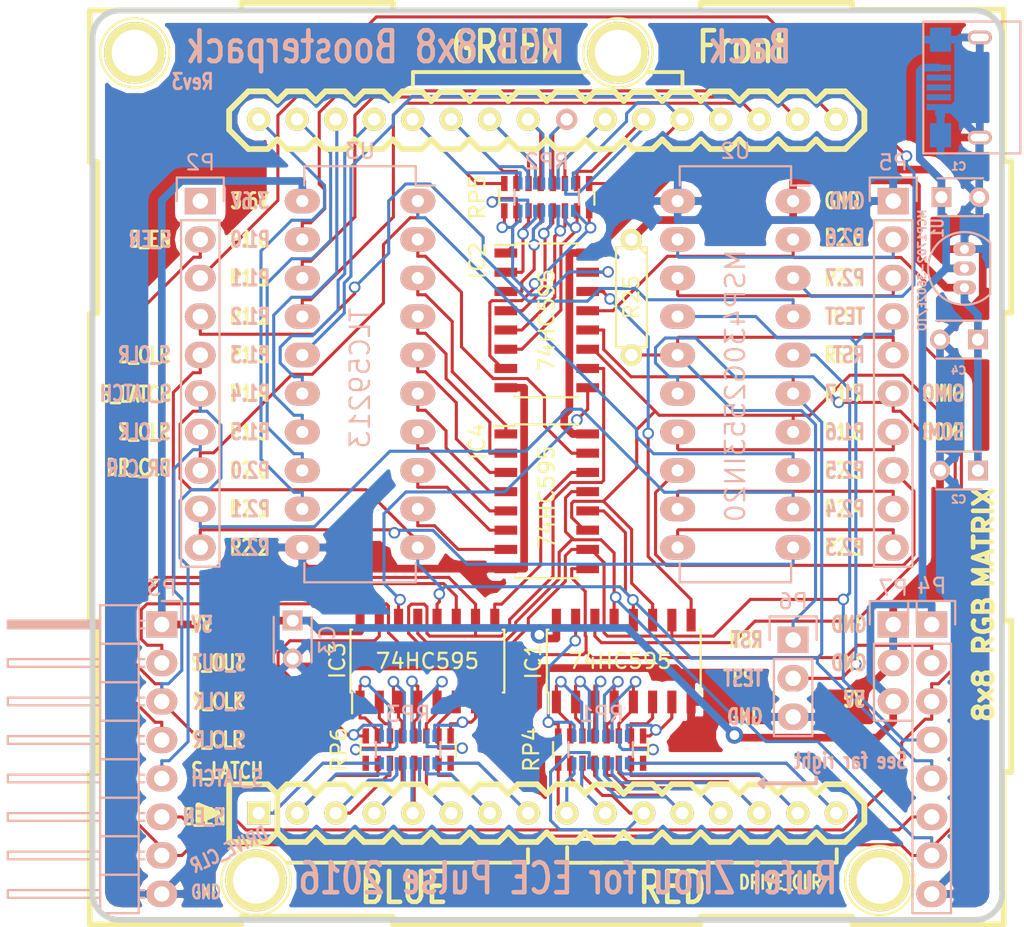
<source format=kicad_pcb>
(kicad_pcb (version 4) (host pcbnew "(2015-11-29 BZR 6336, Git 7b0d981)-product")
  (title_block (date "8 jun 2009"))
  (layers (0 F.Cu signal) (31 B.Cu signal) (34 B.Paste user) (35 F.Paste user) (36 B.SilkS user) (37 F.SilkS user) (38 B.Mask user) (39 F.Mask user) (44 Edge.Cuts user))
  (net 0 "")
  (net 1 VCC)
  (net 2 GND)
  (net 3 /3.6V)
  (net 4 "Net-(IC1-Pad9)")
  (net 5 /P1.5)
  (net 6 /LATCH)
  (net 7 /P1.0)
  (net 8 /P1.7)
  (net 9 "Net-(IC2-Pad9)")
  (net 10 "Net-(IC3-Pad9)")
  (net 11 "Net-(IC4-Pad1)")
  (net 12 "Net-(IC4-Pad2)")
  (net 13 "Net-(IC4-Pad3)")
  (net 14 "Net-(IC4-Pad4)")
  (net 15 "Net-(IC4-Pad5)")
  (net 16 "Net-(IC4-Pad6)")
  (net 17 "Net-(IC4-Pad7)")
  (net 18 /SOUT)
  (net 19 "Net-(IC4-Pad15)")
  (net 20 "Net-(MATRIX1-Pad17)")
  (net 21 "Net-(MATRIX1-Pad18)")
  (net 22 "Net-(MATRIX1-Pad19)")
  (net 23 "Net-(MATRIX1-Pad20)")
  (net 24 "Net-(MATRIX1-Pad29)")
  (net 25 "Net-(MATRIX1-Pad30)")
  (net 26 "Net-(MATRIX1-Pad31)")
  (net 27 "Net-(MATRIX1-Pad32)")
  (net 28 /RST)
  (net 29 /TEST)
  (net 30 /P1.1)
  (net 31 /P1.2)
  (net 32 /P1.3)
  (net 33 /P2.1)
  (net 34 /P2.2)
  (net 35 /P2.6)
  (net 36 /P2.3)
  (net 37 /P2.4)
  (net 38 /P2.5)
  (net 39 /P1.6)
  (net 40 /P2.7)
  (net 41 /SRED2)
  (net 42 /SRED3)
  (net 43 /SRED4)
  (net 44 /SRED5)
  (net 45 /SRED6)
  (net 46 /SRED7)
  (net 47 /SRED8)
  (net 48 /SRED1)
  (net 49 /SGRN2)
  (net 50 /SGRN3)
  (net 51 /SGRN4)
  (net 52 /SGRN5)
  (net 53 /SGRN6)
  (net 54 /SGRN7)
  (net 55 /SGRN8)
  (net 56 /SGRN1)
  (net 57 /SBLU2)
  (net 58 /SBLU3)
  (net 59 /SBLU4)
  (net 60 /SBLU5)
  (net 61 /SBLU6)
  (net 62 /SBLU7)
  (net 63 /SBLU8)
  (net 64 /SBLU1)
  (net 65 /GRN8)
  (net 66 /GRN7)
  (net 67 /GRN6)
  (net 68 /GRN4)
  (net 69 /GRN3)
  (net 70 /GRN2)
  (net 71 /GRN1)
  (net 72 /RED8)
  (net 73 /RED7)
  (net 74 /RED6)
  (net 75 /RED5)
  (net 76 /RED4)
  (net 77 /RED3)
  (net 78 /RED2)
  (net 79 /RED1)
  (net 80 /BLU8)
  (net 81 /BLU7)
  (net 82 /BLU6)
  (net 83 /BLU5)
  (net 84 /BLU4)
  (net 85 /BLU3)
  (net 86 /BLU2)
  (net 87 /BLU1)
  (net 88 /GRN5)
  (net 89 "Net-(P1-Pad2)")
  (net 90 "Net-(P1-Pad3)")
  (net 91 "Net-(P1-Pad4)")
  (net 92 /3.6V_EXT)
  (net 93 /DRIVE_CLR)
  (net 94 /DR_CLR)
  (module Pin_Headers:Pin_Header_Straight_1x08 (layer B.Cu) (at 170.688 93.98 180)
    (fp_text reference P4 (at 0 2.54 180) (layer B.SilkS) (effects (justify mirror)))
    (fp_text value CONN_01X08)
    (pad 1 thru_hole rect (at 0 0 180) (size 2.032 1.7272) (drill 1.016) (layers *.Cu *.Mask B.SilkS) (net 1 VCC))
    (pad 2 thru_hole oval (at 0 -2.54 180) (size 2.032 1.7272) (drill 1.016) (layers *.Cu *.Mask B.SilkS) (net 18 /SOUT))
    (pad 3 thru_hole oval (at 0 -5.08 180) (size 2.032 1.7272) (drill 1.016) (layers *.Cu *.Mask B.SilkS) (net 5 /P1.5))
    (pad 4 thru_hole oval (at 0 -7.62 180) (size 2.032 1.7272) (drill 1.016) (layers *.Cu *.Mask B.SilkS) (net 32 /P1.3))
    (pad 5 thru_hole oval (at 0 -10.16 180) (size 2.032 1.7272) (drill 1.016) (layers *.Cu *.Mask B.SilkS) (net 6 /LATCH))
    (pad 6 thru_hole oval (at 0 -12.7 180) (size 2.032 1.7272) (drill 1.016) (layers *.Cu *.Mask B.SilkS) (net 93 /DRIVE_CLR))
    (pad 7 thru_hole oval (at 0 -15.24 180) (size 2.032 1.7272) (drill 1.016) (layers *.Cu *.Mask B.SilkS) (net 7 /P1.0))
    (pad 8 thru_hole oval (at 0 -17.78 180) (size 2.032 1.7272) (drill 1.016) (layers *.Cu *.Mask B.SilkS) (net 2 GND))
  )
  (module MADW__LEDSEE_8x8_RGB:MADW__LEDSEE_8x8_RGB (layer F.Cu) (at 145.288 83.566 270)
    (fp_text reference MATRIX (at 4.699 -28.829 270) (layer F.SilkS) (effects (font (size 1.27 1.27) (thickness 0.3048))))
    (fp_text value "8x8 RGB" (at 12.7 -28.829 270) (layer F.SilkS) (effects (font (size 1.27 1.27) (thickness 0.3048))))
    (pad 17 thru_hole circle (at -22.9108 -19.09064 270) (size 1.524 1.524) (drill 0.8128) (layers *.Cu *.Mask F.SilkS) (net 20 "Net-(MATRIX1-Pad17)"))
    (pad 18 thru_hole circle (at -22.9108 -16.55064 270) (size 1.524 1.524) (drill 0.8128) (layers *.Cu *.Mask F.SilkS) (net 21 "Net-(MATRIX1-Pad18)"))
    (pad 19 thru_hole circle (at -22.9108 -14.01064 270) (size 1.524 1.524) (drill 0.8128) (layers *.Cu *.Mask F.SilkS) (net 22 "Net-(MATRIX1-Pad19)"))
    (pad 20 thru_hole circle (at -22.9108 -11.47064 270) (size 1.524 1.524) (drill 0.8128) (layers *.Cu *.Mask F.SilkS) (net 23 "Net-(MATRIX1-Pad20)"))
    (pad 21 thru_hole circle (at -22.9108 -8.93064 270) (size 1.524 1.524) (drill 0.8128) (layers *.Cu *.Mask F.SilkS) (net 65 /GRN8))
    (pad 22 thru_hole circle (at -22.9108 -6.39064 270) (size 1.524 1.524) (drill 0.8128) (layers *.Cu *.Mask F.SilkS) (net 66 /GRN7))
    (pad 23 thru_hole circle (at -22.9108 -3.85064 270) (size 1.524 1.524) (drill 0.8128) (layers *.Cu *.Mask F.SilkS) (net 67 /GRN6))
    (pad 25 thru_hole circle (at -22.9108 1.22936 270) (size 1.524 1.524) (drill 0.8128) (layers *.Cu *.Mask F.SilkS) (net 68 /GRN4))
    (pad 26 thru_hole circle (at -22.9108 3.76936 270) (size 1.524 1.524) (drill 0.8128) (layers *.Cu *.Mask F.SilkS) (net 69 /GRN3))
    (pad 27 thru_hole circle (at -22.9108 6.30936 270) (size 1.524 1.524) (drill 0.8128) (layers *.Cu *.Mask F.SilkS) (net 70 /GRN2))
    (pad 28 thru_hole circle (at -22.9108 8.84936 270) (size 1.524 1.524) (drill 0.8128) (layers *.Cu *.Mask F.SilkS) (net 71 /GRN1))
    (pad 29 thru_hole circle (at -22.9108 11.38936 270) (size 1.524 1.524) (drill 0.8128) (layers *.Cu *.Mask F.SilkS) (net 24 "Net-(MATRIX1-Pad29)"))
    (pad 30 thru_hole circle (at -22.9108 13.92936 270) (size 1.524 1.524) (drill 0.8128) (layers *.Cu *.Mask F.SilkS) (net 25 "Net-(MATRIX1-Pad30)"))
    (pad 31 thru_hole circle (at -22.9108 16.46936 270) (size 1.524 1.524) (drill 0.8128) (layers *.Cu *.Mask F.SilkS) (net 26 "Net-(MATRIX1-Pad31)"))
    (pad 32 thru_hole circle (at -22.9108 19.00936 270) (size 1.524 1.524) (drill 0.8128) (layers *.Cu *.Mask F.SilkS) (net 27 "Net-(MATRIX1-Pad32)"))
    (pad 16 thru_hole circle (at 22.86 -19.1008 270) (size 1.524 1.524) (drill 0.8128) (layers *.Cu *.Mask F.SilkS) (net 72 /RED8))
    (pad 15 thru_hole circle (at 22.86 -16.5608 270) (size 1.524 1.524) (drill 0.8128) (layers *.Cu *.Mask F.SilkS) (net 73 /RED7))
    (pad 14 thru_hole circle (at 22.86 -14.0208 270) (size 1.524 1.524) (drill 0.8128) (layers *.Cu *.Mask F.SilkS) (net 74 /RED6))
    (pad 13 thru_hole circle (at 22.86 -11.4808 270) (size 1.524 1.524) (drill 0.8128) (layers *.Cu *.Mask F.SilkS) (net 75 /RED5))
    (pad 12 thru_hole circle (at 22.86 -8.9408 270) (size 1.524 1.524) (drill 0.8128) (layers *.Cu *.Mask F.SilkS) (net 76 /RED4))
    (pad 11 thru_hole circle (at 22.86 -6.4008 270) (size 1.524 1.524) (drill 0.8128) (layers *.Cu *.Mask F.SilkS) (net 77 /RED3))
    (pad 10 thru_hole circle (at 22.86 -3.8608 270) (size 1.524 1.524) (drill 0.8128) (layers *.Cu *.Mask F.SilkS) (net 78 /RED2))
    (pad 9 thru_hole circle (at 22.86 -1.3208 270) (size 1.524 1.524) (drill 0.8128) (layers *.Cu *.Mask F.SilkS) (net 79 /RED1))
    (pad 8 thru_hole circle (at 22.86 1.2192 270) (size 1.524 1.524) (drill 0.8128) (layers *.Cu *.Mask F.SilkS) (net 80 /BLU8))
    (pad 7 thru_hole circle (at 22.86 3.7592 270) (size 1.524 1.524) (drill 0.8128) (layers *.Cu *.Mask F.SilkS) (net 81 /BLU7))
    (pad 6 thru_hole circle (at 22.86 6.2992 270) (size 1.524 1.524) (drill 0.8128) (layers *.Cu *.Mask F.SilkS) (net 82 /BLU6))
    (pad 5 thru_hole circle (at 22.86 8.8392 270) (size 1.524 1.524) (drill 0.8128) (layers *.Cu *.Mask F.SilkS) (net 83 /BLU5))
    (pad 4 thru_hole circle (at 22.86 11.3792 270) (size 1.524 1.524) (drill oval 0.8128) (layers *.Cu *.Mask F.SilkS) (net 84 /BLU4))
    (pad 3 thru_hole circle (at 22.86 13.9192 270) (size 1.524 1.524) (drill oval 0.8128) (layers *.Cu *.Mask F.SilkS) (net 85 /BLU3))
    (pad 2 thru_hole circle (at 22.86 16.4592 270) (size 1.524 1.524) (drill 0.8128) (layers *.Cu *.Mask F.SilkS) (net 86 /BLU2))
    (pad 1 thru_hole rect (at 22.86 18.9992 270) (size 1.524 1.524) (drill 0.8128) (layers *.Cu *.Mask F.SilkS) (net 87 /BLU1))
    (pad 24 thru_hole circle (at -22.9108 -1.31064 270) (size 1.397 1.397) (drill 0.8128) (layers *.Cu *.SilkS *.Mask) (net 88 /GRN5))
  )
  (module Housings_DIP:DIP-20_W7.62mm_LongPads (layer B.Cu) (at 161.544 66.04 180)
    (fp_text reference U2 (at 3.81 3.302 180) (layer B.SilkS) (effects (justify mirror)))
    (fp_text value MSP430G2553IN20 (at 3.81 -12.192 270) (layer B.SilkS) (effects (font (size 1.27 1.27)) (justify mirror)))
    (pad 1 thru_hole oval (at 0 0 180) (size 2.3 1.6) (drill 0.8) (layers *.Cu *.Mask B.SilkS) (net 3 /3.6V))
    (pad 2 thru_hole oval (at 0 -2.54 180) (size 2.3 1.6) (drill 0.8) (layers *.Cu *.Mask B.SilkS) (net 7 /P1.0))
    (pad 3 thru_hole oval (at 0 -5.08 180) (size 2.3 1.6) (drill 0.8) (layers *.Cu *.Mask B.SilkS) (net 30 /P1.1))
    (pad 4 thru_hole oval (at 0 -7.62 180) (size 2.3 1.6) (drill 0.8) (layers *.Cu *.Mask B.SilkS) (net 31 /P1.2))
    (pad 5 thru_hole oval (at 0 -10.16 180) (size 2.3 1.6) (drill 0.8) (layers *.Cu *.Mask B.SilkS) (net 32 /P1.3))
    (pad 6 thru_hole oval (at 0 -12.7 180) (size 2.3 1.6) (drill 0.8) (layers *.Cu *.Mask B.SilkS) (net 6 /LATCH))
    (pad 7 thru_hole oval (at 0 -15.24 180) (size 2.3 1.6) (drill 0.8) (layers *.Cu *.Mask B.SilkS) (net 5 /P1.5))
    (pad 8 thru_hole oval (at 0 -17.78 180) (size 2.3 1.6) (drill 0.8) (layers *.Cu *.Mask B.SilkS) (net 94 /DR_CLR))
    (pad 9 thru_hole oval (at 0 -20.32 180) (size 2.3 1.6) (drill 0.8) (layers *.Cu *.Mask B.SilkS) (net 33 /P2.1))
    (pad 10 thru_hole oval (at 0 -22.86 180) (size 2.3 1.6) (drill 0.8) (layers *.Cu *.Mask B.SilkS) (net 34 /P2.2))
    (pad 11 thru_hole oval (at 7.62 -22.86 180) (size 2.3 1.6) (drill 0.8) (layers *.Cu *.Mask B.SilkS) (net 36 /P2.3))
    (pad 12 thru_hole oval (at 7.62 -20.32 180) (size 2.3 1.6) (drill 0.8) (layers *.Cu *.Mask B.SilkS) (net 37 /P2.4))
    (pad 13 thru_hole oval (at 7.62 -17.78 180) (size 2.3 1.6) (drill 0.8) (layers *.Cu *.Mask B.SilkS) (net 38 /P2.5))
    (pad 14 thru_hole oval (at 7.62 -15.24 180) (size 2.3 1.6) (drill 0.8) (layers *.Cu *.Mask B.SilkS) (net 39 /P1.6))
    (pad 15 thru_hole oval (at 7.62 -12.7 180) (size 2.3 1.6) (drill 0.8) (layers *.Cu *.Mask B.SilkS) (net 8 /P1.7))
    (pad 16 thru_hole oval (at 7.62 -10.16 180) (size 2.3 1.6) (drill 0.8) (layers *.Cu *.Mask B.SilkS) (net 28 /RST))
    (pad 17 thru_hole oval (at 7.62 -7.62 180) (size 2.3 1.6) (drill 0.8) (layers *.Cu *.Mask B.SilkS) (net 29 /TEST))
    (pad 18 thru_hole oval (at 7.62 -5.08 180) (size 2.3 1.6) (drill 0.8) (layers *.Cu *.Mask B.SilkS) (net 40 /P2.7))
    (pad 19 thru_hole oval (at 7.62 -2.54 180) (size 2.3 1.6) (drill 0.8) (layers *.Cu *.Mask B.SilkS) (net 35 /P2.6))
    (pad 20 thru_hole oval (at 7.62 0 180) (size 2.3 1.6) (drill 0.8) (layers *.Cu *.Mask B.SilkS) (net 2 GND))
  )
  (module Capacitors_ThroughHole:C_Disc_D3_P2.5 (layer B.Cu) (at 171.323 65.786)
    (fp_text reference C1 (at 1.143 -2.032 180) (layer B.SilkS) (effects (font (size 0.508 0.508) (thickness 0.127)) (justify mirror)))
    (fp_text value 1uF hide)
    (pad 1 thru_hole rect (at 0 0) (size 1.3 1.3) (drill 0.8) (layers *.Cu *.Mask B.SilkS) (net 1 VCC))
    (pad 2 thru_hole circle (at 2.5 0) (size 1.3 1.3) (drill 0.8001) (layers *.Cu *.Mask B.SilkS) (net 2 GND))
  )
  (module Capacitors_ThroughHole:C_Disc_D3_P2.5 (layer B.Cu) (at 173.736 83.82 180)
    (fp_text reference C2 (at 1.27 -1.905 180) (layer B.SilkS) (effects (font (size 0.508 0.508) (thickness 0.127)) (justify mirror)))
    (fp_text value 1uF hide)
    (pad 1 thru_hole rect (at 0 0 180) (size 1.3 1.3) (drill 0.8) (layers *.Cu *.Mask B.SilkS) (net 3 /3.6V))
    (pad 2 thru_hole circle (at 2.5 0 180) (size 1.3 1.3) (drill 0.8001) (layers *.Cu *.Mask B.SilkS) (net 2 GND))
  )
  (module Capacitors_ThroughHole:C_Disc_D3_P2.5 (layer B.Cu) (at 128.524 93.726 270)
    (fp_text reference C3 (at 1.27 -2.286 270) (layer B.SilkS) (effects (justify mirror)))
    (fp_text value 0.1uF hide)
    (pad 1 thru_hole rect (at 0 0 270) (size 1.3 1.3) (drill 0.8) (layers *.Cu *.Mask B.SilkS) (net 1 VCC))
    (pad 2 thru_hole circle (at 2.5 0 270) (size 1.3 1.3) (drill 0.8001) (layers *.Cu *.Mask B.SilkS) (net 2 GND))
  )
  (module Capacitors_ThroughHole:C_Disc_D3_P2.5 (layer B.Cu) (at 173.736 75.184 180)
    (fp_text reference C4 (at 1.27 -2.032 360) (layer B.SilkS) (effects (font (size 0.508 0.508) (thickness 0.127)) (justify mirror)))
    (fp_text value 0.1uF hide)
    (pad 1 thru_hole rect (at 0 0 180) (size 1.3 1.3) (drill 0.8) (layers *.Cu *.Mask B.SilkS) (net 3 /3.6V))
    (pad 2 thru_hole circle (at 2.5 0 180) (size 1.3 1.3) (drill 0.8001) (layers *.Cu *.Mask B.SilkS) (net 2 GND))
  )
  (module Pin_Headers:Pin_Header_Straight_1x03 (layer B.Cu) (at 161.544 94.996 180)
    (fp_text reference P6 (at 0 2.54 180) (layer B.SilkS) (effects (justify mirror)))
    (fp_text value CONN_01X03 hide)
    (pad 1 thru_hole rect (at 0 0 180) (size 2.032 1.7272) (drill 1.016) (layers *.Cu *.Mask B.SilkS) (net 28 /RST))
    (pad 2 thru_hole oval (at 0 -2.54 180) (size 2.032 1.7272) (drill 1.016) (layers *.Cu *.Mask B.SilkS) (net 29 /TEST))
    (pad 3 thru_hole oval (at 0 -5.08 180) (size 2.032 1.7272) (drill 1.016) (layers *.Cu *.Mask B.SilkS) (net 2 GND))
  )
  (module TO_SOT_Packages_THT:TO-92_Inline_Narrow_Oval (layer B.Cu) (at 172.847 69.215 270)
    (fp_text reference U1 (at -1.397 1.778 270) (layer B.SilkS) (effects (font (size 0.762 0.635)) (justify mirror)))
    (fp_text value MCP1702-3602E/TO (at 1.397 2.794 270) (layer B.SilkS) (effects (font (size 0.508 0.508) (thickness 0.127)) (justify mirror)))
    (pad 2 thru_hole oval (at 1.27 0 90) (size 0.89916 1.50114) (drill 0.6) (layers *.Cu *.Mask B.SilkS) (net 1 VCC))
    (pad 3 thru_hole oval (at 2.54 0 90) (size 0.89916 1.50114) (drill 0.6) (layers *.Cu *.Mask B.SilkS) (net 3 /3.6V))
    (pad 1 thru_hole oval (at 0 0 90) (size 0.89916 1.50114) (drill 0.6) (layers *.Cu *.Mask B.SilkS) (net 2 GND))
  )
  (module Housings_DIP:DIP-20_W7.62mm_LongPads (layer B.Cu) (at 136.779 66.04 180)
    (fp_text reference U3 (at 3.81 3.302 180) (layer B.SilkS) (effects (justify mirror)))
    (fp_text value TLC59213 (at 3.81 -11.684 270) (layer B.SilkS) (effects (font (size 1.27 1.27)) (justify mirror)))
    (pad 1 thru_hole oval (at 0 0 180) (size 2.3 1.6) (drill 0.8) (layers *.Cu *.Mask B.SilkS) (net 94 /DR_CLR))
    (pad 2 thru_hole oval (at 0 -2.54 180) (size 2.3 1.6) (drill 0.8) (layers *.Cu *.Mask B.SilkS) (net 19 "Net-(IC4-Pad15)"))
    (pad 3 thru_hole oval (at 0 -5.08 180) (size 2.3 1.6) (drill 0.8) (layers *.Cu *.Mask B.SilkS) (net 11 "Net-(IC4-Pad1)"))
    (pad 4 thru_hole oval (at 0 -7.62 180) (size 2.3 1.6) (drill 0.8) (layers *.Cu *.Mask B.SilkS) (net 12 "Net-(IC4-Pad2)"))
    (pad 5 thru_hole oval (at 0 -10.16 180) (size 2.3 1.6) (drill 0.8) (layers *.Cu *.Mask B.SilkS) (net 13 "Net-(IC4-Pad3)"))
    (pad 6 thru_hole oval (at 0 -12.7 180) (size 2.3 1.6) (drill 0.8) (layers *.Cu *.Mask B.SilkS) (net 14 "Net-(IC4-Pad4)"))
    (pad 7 thru_hole oval (at 0 -15.24 180) (size 2.3 1.6) (drill 0.8) (layers *.Cu *.Mask B.SilkS) (net 15 "Net-(IC4-Pad5)"))
    (pad 8 thru_hole oval (at 0 -17.78 180) (size 2.3 1.6) (drill 0.8) (layers *.Cu *.Mask B.SilkS) (net 16 "Net-(IC4-Pad6)"))
    (pad 9 thru_hole oval (at 0 -20.32 180) (size 2.3 1.6) (drill 0.8) (layers *.Cu *.Mask B.SilkS) (net 17 "Net-(IC4-Pad7)"))
    (pad 10 thru_hole oval (at 0 -22.86 180) (size 2.3 1.6) (drill 0.8) (layers *.Cu *.Mask B.SilkS) (net 6 /LATCH))
    (pad 11 thru_hole oval (at 7.62 -22.86 180) (size 2.3 1.6) (drill 0.8) (layers *.Cu *.Mask B.SilkS) (net 2 GND))
    (pad 12 thru_hole oval (at 7.62 -20.32 180) (size 2.3 1.6) (drill 0.8) (layers *.Cu *.Mask B.SilkS) (net 27 "Net-(MATRIX1-Pad32)"))
    (pad 13 thru_hole oval (at 7.62 -17.78 180) (size 2.3 1.6) (drill 0.8) (layers *.Cu *.Mask B.SilkS) (net 26 "Net-(MATRIX1-Pad31)"))
    (pad 14 thru_hole oval (at 7.62 -15.24 180) (size 2.3 1.6) (drill 0.8) (layers *.Cu *.Mask B.SilkS) (net 25 "Net-(MATRIX1-Pad30)"))
    (pad 15 thru_hole oval (at 7.62 -12.7 180) (size 2.3 1.6) (drill 0.8) (layers *.Cu *.Mask B.SilkS) (net 24 "Net-(MATRIX1-Pad29)"))
    (pad 16 thru_hole oval (at 7.62 -10.16 180) (size 2.3 1.6) (drill 0.8) (layers *.Cu *.Mask B.SilkS) (net 23 "Net-(MATRIX1-Pad20)"))
    (pad 17 thru_hole oval (at 7.62 -7.62 180) (size 2.3 1.6) (drill 0.8) (layers *.Cu *.Mask B.SilkS) (net 22 "Net-(MATRIX1-Pad19)"))
    (pad 18 thru_hole oval (at 7.62 -5.08 180) (size 2.3 1.6) (drill 0.8) (layers *.Cu *.Mask B.SilkS) (net 21 "Net-(MATRIX1-Pad18)"))
    (pad 19 thru_hole oval (at 7.62 -2.54 180) (size 2.3 1.6) (drill 0.8) (layers *.Cu *.Mask B.SilkS) (net 20 "Net-(MATRIX1-Pad17)"))
    (pad 20 thru_hole oval (at 7.62 0 180) (size 2.3 1.6) (drill 0.8) (layers *.Cu *.Mask B.SilkS) (net 1 VCC))
  )
  (module Housings_SOIC:SOIC-16_3.9x9.9mm_Pitch1.27mm (layer F.Cu) (at 150.368 96.393 90)
    (fp_text reference IC1 (at 0 -5.969 90) (layer F.SilkS))
    (fp_text value 74HC595 (at 0 -0.254 180) (layer F.SilkS))
    (pad 1 smd rect (at -2.7 -4.445 90) (size 1.5 0.6) (layers F.Cu F.Paste F.Mask) (net 41 /SRED2))
    (pad 2 smd rect (at -2.7 -3.175 90) (size 1.5 0.6) (layers F.Cu F.Paste F.Mask) (net 42 /SRED3))
    (pad 3 smd rect (at -2.7 -1.905 90) (size 1.5 0.6) (layers F.Cu F.Paste F.Mask) (net 43 /SRED4))
    (pad 4 smd rect (at -2.7 -0.635 90) (size 1.5 0.6) (layers F.Cu F.Paste F.Mask) (net 44 /SRED5))
    (pad 5 smd rect (at -2.7 0.635 90) (size 1.5 0.6) (layers F.Cu F.Paste F.Mask) (net 45 /SRED6))
    (pad 6 smd rect (at -2.7 1.905 90) (size 1.5 0.6) (layers F.Cu F.Paste F.Mask) (net 46 /SRED7))
    (pad 7 smd rect (at -2.7 3.175 90) (size 1.5 0.6) (layers F.Cu F.Paste F.Mask) (net 47 /SRED8))
    (pad 8 smd rect (at -2.7 4.445 90) (size 1.5 0.6) (layers F.Cu F.Paste F.Mask) (net 2 GND))
    (pad 9 smd rect (at 2.7 4.445 90) (size 1.5 0.6) (layers F.Cu F.Paste F.Mask) (net 4 "Net-(IC1-Pad9)"))
    (pad 10 smd rect (at 2.7 3.175 90) (size 1.5 0.6) (layers F.Cu F.Paste F.Mask) (net 32 /P1.3))
    (pad 11 smd rect (at 2.7 1.905 90) (size 1.5 0.6) (layers F.Cu F.Paste F.Mask) (net 5 /P1.5))
    (pad 12 smd rect (at 2.7 0.635 90) (size 1.5 0.6) (layers F.Cu F.Paste F.Mask) (net 6 /LATCH))
    (pad 13 smd rect (at 2.7 -0.635 90) (size 1.5 0.6) (layers F.Cu F.Paste F.Mask) (net 7 /P1.0))
    (pad 14 smd rect (at 2.7 -1.905 90) (size 1.5 0.6) (layers F.Cu F.Paste F.Mask) (net 8 /P1.7))
    (pad 15 smd rect (at 2.7 -3.175 90) (size 1.5 0.6) (layers F.Cu F.Paste F.Mask) (net 48 /SRED1))
    (pad 16 smd rect (at 2.7 -4.445 90) (size 1.5 0.6) (layers F.Cu F.Paste F.Mask) (net 1 VCC))
  )
  (module Housings_SOIC:SOIC-16_3.9x9.9mm_Pitch1.27mm (layer F.Cu) (at 145.288 73.914)
    (fp_text reference IC2 (at -4.572 -3.937 90) (layer F.SilkS))
    (fp_text value 74HC595 (at 0 0 90) (layer F.SilkS))
    (pad 1 smd rect (at -2.7 -4.445) (size 1.5 0.6) (layers F.Cu F.Paste F.Mask) (net 49 /SGRN2))
    (pad 2 smd rect (at -2.7 -3.175) (size 1.5 0.6) (layers F.Cu F.Paste F.Mask) (net 50 /SGRN3))
    (pad 3 smd rect (at -2.7 -1.905) (size 1.5 0.6) (layers F.Cu F.Paste F.Mask) (net 51 /SGRN4))
    (pad 4 smd rect (at -2.7 -0.635) (size 1.5 0.6) (layers F.Cu F.Paste F.Mask) (net 52 /SGRN5))
    (pad 5 smd rect (at -2.7 0.635) (size 1.5 0.6) (layers F.Cu F.Paste F.Mask) (net 53 /SGRN6))
    (pad 6 smd rect (at -2.7 1.905) (size 1.5 0.6) (layers F.Cu F.Paste F.Mask) (net 54 /SGRN7))
    (pad 7 smd rect (at -2.7 3.175) (size 1.5 0.6) (layers F.Cu F.Paste F.Mask) (net 55 /SGRN8))
    (pad 8 smd rect (at -2.7 4.445) (size 1.5 0.6) (layers F.Cu F.Paste F.Mask) (net 2 GND))
    (pad 9 smd rect (at 2.7 4.445) (size 1.5 0.6) (layers F.Cu F.Paste F.Mask) (net 9 "Net-(IC2-Pad9)"))
    (pad 10 smd rect (at 2.7 3.175) (size 1.5 0.6) (layers F.Cu F.Paste F.Mask) (net 32 /P1.3))
    (pad 11 smd rect (at 2.7 1.905) (size 1.5 0.6) (layers F.Cu F.Paste F.Mask) (net 5 /P1.5))
    (pad 12 smd rect (at 2.7 0.635) (size 1.5 0.6) (layers F.Cu F.Paste F.Mask) (net 6 /LATCH))
    (pad 13 smd rect (at 2.7 -0.635) (size 1.5 0.6) (layers F.Cu F.Paste F.Mask) (net 7 /P1.0))
    (pad 14 smd rect (at 2.7 -1.905) (size 1.5 0.6) (layers F.Cu F.Paste F.Mask) (net 4 "Net-(IC1-Pad9)"))
    (pad 15 smd rect (at 2.7 -3.175) (size 1.5 0.6) (layers F.Cu F.Paste F.Mask) (net 56 /SGRN1))
    (pad 16 smd rect (at 2.7 -4.445) (size 1.5 0.6) (layers F.Cu F.Paste F.Mask) (net 1 VCC))
  )
  (module Housings_SOIC:SOIC-16_3.9x9.9mm_Pitch1.27mm (layer F.Cu) (at 137.414 96.393 90)
    (fp_text reference IC3 (at 0.0254 -5.9436 90) (layer F.SilkS))
    (fp_text value 74HC595 (at 0 0 180) (layer F.SilkS))
    (pad 1 smd rect (at -2.7 -4.445 90) (size 1.5 0.6) (layers F.Cu F.Paste F.Mask) (net 57 /SBLU2))
    (pad 2 smd rect (at -2.7 -3.175 90) (size 1.5 0.6) (layers F.Cu F.Paste F.Mask) (net 58 /SBLU3))
    (pad 3 smd rect (at -2.7 -1.905 90) (size 1.5 0.6) (layers F.Cu F.Paste F.Mask) (net 59 /SBLU4))
    (pad 4 smd rect (at -2.7 -0.635 90) (size 1.5 0.6) (layers F.Cu F.Paste F.Mask) (net 60 /SBLU5))
    (pad 5 smd rect (at -2.7 0.635 90) (size 1.5 0.6) (layers F.Cu F.Paste F.Mask) (net 61 /SBLU6))
    (pad 6 smd rect (at -2.7 1.905 90) (size 1.5 0.6) (layers F.Cu F.Paste F.Mask) (net 62 /SBLU7))
    (pad 7 smd rect (at -2.7 3.175 90) (size 1.5 0.6) (layers F.Cu F.Paste F.Mask) (net 63 /SBLU8))
    (pad 8 smd rect (at -2.7 4.445 90) (size 1.5 0.6) (layers F.Cu F.Paste F.Mask) (net 2 GND))
    (pad 9 smd rect (at 2.7 4.445 90) (size 1.5 0.6) (layers F.Cu F.Paste F.Mask) (net 10 "Net-(IC3-Pad9)"))
    (pad 10 smd rect (at 2.7 3.175 90) (size 1.5 0.6) (layers F.Cu F.Paste F.Mask) (net 32 /P1.3))
    (pad 11 smd rect (at 2.7 1.905 90) (size 1.5 0.6) (layers F.Cu F.Paste F.Mask) (net 5 /P1.5))
    (pad 12 smd rect (at 2.7 0.635 90) (size 1.5 0.6) (layers F.Cu F.Paste F.Mask) (net 6 /LATCH))
    (pad 13 smd rect (at 2.7 -0.635 90) (size 1.5 0.6) (layers F.Cu F.Paste F.Mask) (net 7 /P1.0))
    (pad 14 smd rect (at 2.7 -1.905 90) (size 1.5 0.6) (layers F.Cu F.Paste F.Mask) (net 9 "Net-(IC2-Pad9)"))
    (pad 15 smd rect (at 2.7 -3.175 90) (size 1.5 0.6) (layers F.Cu F.Paste F.Mask) (net 64 /SBLU1))
    (pad 16 smd rect (at 2.7 -4.445 90) (size 1.5 0.6) (layers F.Cu F.Paste F.Mask) (net 1 VCC))
  )
  (module Housings_SOIC:SOIC-16_3.9x9.9mm_Pitch1.27mm (layer F.Cu) (at 145.288 85.852)
    (fp_text reference IC4 (at -4.572 -3.937 90) (layer F.SilkS))
    (fp_text value 74HC595 (at 0 -0.254 90) (layer F.SilkS))
    (pad 1 smd rect (at -2.7 -4.445) (size 1.5 0.6) (layers F.Cu F.Paste F.Mask) (net 11 "Net-(IC4-Pad1)"))
    (pad 2 smd rect (at -2.7 -3.175) (size 1.5 0.6) (layers F.Cu F.Paste F.Mask) (net 12 "Net-(IC4-Pad2)"))
    (pad 3 smd rect (at -2.7 -1.905) (size 1.5 0.6) (layers F.Cu F.Paste F.Mask) (net 13 "Net-(IC4-Pad3)"))
    (pad 4 smd rect (at -2.7 -0.635) (size 1.5 0.6) (layers F.Cu F.Paste F.Mask) (net 14 "Net-(IC4-Pad4)"))
    (pad 5 smd rect (at -2.7 0.635) (size 1.5 0.6) (layers F.Cu F.Paste F.Mask) (net 15 "Net-(IC4-Pad5)"))
    (pad 6 smd rect (at -2.7 1.905) (size 1.5 0.6) (layers F.Cu F.Paste F.Mask) (net 16 "Net-(IC4-Pad6)"))
    (pad 7 smd rect (at -2.7 3.175) (size 1.5 0.6) (layers F.Cu F.Paste F.Mask) (net 17 "Net-(IC4-Pad7)"))
    (pad 8 smd rect (at -2.7 4.445) (size 1.5 0.6) (layers F.Cu F.Paste F.Mask) (net 2 GND))
    (pad 9 smd rect (at 2.7 4.445) (size 1.5 0.6) (layers F.Cu F.Paste F.Mask) (net 18 /SOUT))
    (pad 10 smd rect (at 2.7 3.175) (size 1.5 0.6) (layers F.Cu F.Paste F.Mask) (net 32 /P1.3))
    (pad 11 smd rect (at 2.7 1.905) (size 1.5 0.6) (layers F.Cu F.Paste F.Mask) (net 5 /P1.5))
    (pad 12 smd rect (at 2.7 0.635) (size 1.5 0.6) (layers F.Cu F.Paste F.Mask) (net 6 /LATCH))
    (pad 13 smd rect (at 2.7 -0.635) (size 1.5 0.6) (layers F.Cu F.Paste F.Mask) (net 7 /P1.0))
    (pad 14 smd rect (at 2.7 -1.905) (size 1.5 0.6) (layers F.Cu F.Paste F.Mask) (net 10 "Net-(IC3-Pad9)"))
    (pad 15 smd rect (at 2.7 -3.175) (size 1.5 0.6) (layers F.Cu F.Paste F.Mask) (net 19 "Net-(IC4-Pad15)"))
    (pad 16 smd rect (at 2.7 -4.445) (size 1.5 0.6) (layers F.Cu F.Paste F.Mask) (net 1 VCC))
  )
  (module Pin_Headers:Pin_Header_Straight_1x10 (layer B.Cu) (at 122.428 66.04 180)
    (fp_text reference P2 (at 0 2.54 180) (layer B.SilkS) (effects (justify mirror)))
    (fp_text value CONN_01X10 hide)
    (pad 1 thru_hole rect (at 0 0 180) (size 2.032 1.7272) (drill 1.016) (layers *.Cu *.Mask B.SilkS) (net 92 /3.6V_EXT))
    (pad 2 thru_hole oval (at 0 -2.54 180) (size 2.032 1.7272) (drill 1.016) (layers *.Cu *.Mask B.SilkS) (net 7 /P1.0))
    (pad 3 thru_hole oval (at 0 -5.08 180) (size 2.032 1.7272) (drill 1.016) (layers *.Cu *.Mask B.SilkS) (net 30 /P1.1))
    (pad 4 thru_hole oval (at 0 -7.62 180) (size 2.032 1.7272) (drill 1.016) (layers *.Cu *.Mask B.SilkS) (net 31 /P1.2))
    (pad 5 thru_hole oval (at 0 -10.16 180) (size 2.032 1.7272) (drill 1.016) (layers *.Cu *.Mask B.SilkS) (net 32 /P1.3))
    (pad 6 thru_hole oval (at 0 -12.7 180) (size 2.032 1.7272) (drill 1.016) (layers *.Cu *.Mask B.SilkS) (net 6 /LATCH))
    (pad 7 thru_hole oval (at 0 -15.24 180) (size 2.032 1.7272) (drill 1.016) (layers *.Cu *.Mask B.SilkS) (net 5 /P1.5))
    (pad 8 thru_hole oval (at 0 -17.78 180) (size 2.032 1.7272) (drill 1.016) (layers *.Cu *.Mask B.SilkS) (net 94 /DR_CLR))
    (pad 9 thru_hole oval (at 0 -20.32 180) (size 2.032 1.7272) (drill 1.016) (layers *.Cu *.Mask B.SilkS) (net 33 /P2.1))
    (pad 10 thru_hole oval (at 0 -22.86 180) (size 2.032 1.7272) (drill 1.016) (layers *.Cu *.Mask B.SilkS) (net 34 /P2.2))
  )
  (module Pin_Headers:Pin_Header_Straight_1x10 (layer B.Cu) (at 168.148 66.04 180)
    (fp_text reference P5 (at 0 2.54 180) (layer B.SilkS) (effects (justify mirror)))
    (fp_text value CONN_01X10 hide)
    (pad 1 thru_hole rect (at 0 0 180) (size 2.032 1.7272) (drill 1.016) (layers *.Cu *.Mask B.SilkS) (net 2 GND))
    (pad 2 thru_hole oval (at 0 -2.54 180) (size 2.032 1.7272) (drill 1.016) (layers *.Cu *.Mask B.SilkS) (net 35 /P2.6))
    (pad 3 thru_hole oval (at 0 -5.08 180) (size 2.032 1.7272) (drill 1.016) (layers *.Cu *.Mask B.SilkS) (net 40 /P2.7))
    (pad 4 thru_hole oval (at 0 -7.62 180) (size 2.032 1.7272) (drill 1.016) (layers *.Cu *.Mask B.SilkS) (net 29 /TEST))
    (pad 5 thru_hole oval (at 0 -10.16 180) (size 2.032 1.7272) (drill 1.016) (layers *.Cu *.Mask B.SilkS) (net 28 /RST))
    (pad 6 thru_hole oval (at 0 -12.7 180) (size 2.032 1.7272) (drill 1.016) (layers *.Cu *.Mask B.SilkS) (net 8 /P1.7))
    (pad 7 thru_hole oval (at 0 -15.24 180) (size 2.032 1.7272) (drill 1.016) (layers *.Cu *.Mask B.SilkS) (net 39 /P1.6))
    (pad 8 thru_hole oval (at 0 -17.78 180) (size 2.032 1.7272) (drill 1.016) (layers *.Cu *.Mask B.SilkS) (net 38 /P2.5))
    (pad 9 thru_hole oval (at 0 -20.32 180) (size 2.032 1.7272) (drill 1.016) (layers *.Cu *.Mask B.SilkS) (net 37 /P2.4))
    (pad 10 thru_hole oval (at 0 -22.86 180) (size 2.032 1.7272) (drill 1.016) (layers *.Cu *.Mask B.SilkS) (net 36 /P2.3))
  )
  (module Discret:R3 (layer F.Cu) (at 150.876 72.39 270)
    (fp_text reference R25 (at 0 0 270) (layer F.SilkS))
    (fp_text value 47K)
    (pad 1 thru_hole circle (at -3.81 0 270) (size 1.397 1.397) (drill 0.8128) (layers *.Cu *.Mask F.SilkS) (net 3 /3.6V))
    (pad 2 thru_hole circle (at 3.81 0 270) (size 1.397 1.397) (drill 0.8128) (layers *.Cu *.Mask F.SilkS) (net 28 /RST))
  )
  (module Resistors_SMD:R_Array_Convex_8x0602 (layer B.Cu) (at 148.844 102.235 270)
    (fp_text reference RP1 (at -2.3495 -0.0635 360) (layer B.SilkS) (effects (justify mirror)))
    (fp_text value R_PACK8_680 hide)
    (pad 1 smd rect (at -0.9 1.75 270) (size 0.8 0.3) (layers B.Cu B.Paste B.Mask) (net 48 /SRED1))
    (pad 16 smd rect (at 0.9 1.75 270) (size 0.8 0.3) (layers B.Cu B.Paste B.Mask) (net 79 /RED1))
    (pad 8 smd rect (at -0.9 -1.75 270) (size 0.8 0.3) (layers B.Cu B.Paste B.Mask) (net 47 /SRED8))
    (pad 9 smd rect (at 0.9 -1.75 270) (size 0.8 0.3) (layers B.Cu B.Paste B.Mask) (net 72 /RED8))
    (pad 2 smd rect (at -0.9 1.25 270) (size 0.8 0.3) (layers B.Cu B.Paste B.Mask) (net 41 /SRED2))
    (pad 3 smd rect (at -0.9 0.75 270) (size 0.8 0.3) (layers B.Cu B.Paste B.Mask) (net 42 /SRED3))
    (pad 4 smd rect (at -0.9 0.25 270) (size 0.8 0.3) (layers B.Cu B.Paste B.Mask) (net 43 /SRED4))
    (pad 5 smd rect (at -0.9 -0.25 270) (size 0.8 0.3) (layers B.Cu B.Paste B.Mask) (net 44 /SRED5))
    (pad 6 smd rect (at -0.9 -0.75 270) (size 0.8 0.3) (layers B.Cu B.Paste B.Mask) (net 45 /SRED6))
    (pad 7 smd rect (at -0.9 -1.25 270) (size 0.8 0.3) (layers B.Cu B.Paste B.Mask) (net 46 /SRED7))
    (pad 15 smd rect (at 0.9 1.25 270) (size 0.8 0.3) (layers B.Cu B.Paste B.Mask) (net 78 /RED2))
    (pad 14 smd rect (at 0.9 0.75 270) (size 0.8 0.3) (layers B.Cu B.Paste B.Mask) (net 77 /RED3))
    (pad 13 smd rect (at 0.9 0.25 270) (size 0.8 0.3) (layers B.Cu B.Paste B.Mask) (net 76 /RED4))
    (pad 11 smd rect (at 0.9 -0.75 270) (size 0.8 0.3) (layers B.Cu B.Paste B.Mask) (net 74 /RED6))
    (pad 12 smd rect (at 0.9 -0.25 270) (size 0.8 0.3) (layers B.Cu B.Paste B.Mask) (net 75 /RED5))
    (pad 10 smd rect (at 0.9 -1.25 270) (size 0.8 0.3) (layers B.Cu B.Paste B.Mask) (net 73 /RED7))
  )
  (module Resistors_SMD:R_Array_Convex_8x0602 (layer B.Cu) (at 145.288 65.786 270)
    (fp_text reference RP2 (at -2.3495 0 360) (layer B.SilkS) (effects (justify mirror)))
    (fp_text value R_PACK8_680 hide)
    (pad 1 smd rect (at -0.9 1.75 270) (size 0.8 0.3) (layers B.Cu B.Paste B.Mask) (net 71 /GRN1))
    (pad 16 smd rect (at 0.9 1.75 270) (size 0.8 0.3) (layers B.Cu B.Paste B.Mask) (net 56 /SGRN1))
    (pad 8 smd rect (at -0.9 -1.75 270) (size 0.8 0.3) (layers B.Cu B.Paste B.Mask) (net 65 /GRN8))
    (pad 9 smd rect (at 0.9 -1.75 270) (size 0.8 0.3) (layers B.Cu B.Paste B.Mask) (net 55 /SGRN8))
    (pad 2 smd rect (at -0.9 1.25 270) (size 0.8 0.3) (layers B.Cu B.Paste B.Mask) (net 70 /GRN2))
    (pad 3 smd rect (at -0.9 0.75 270) (size 0.8 0.3) (layers B.Cu B.Paste B.Mask) (net 69 /GRN3))
    (pad 4 smd rect (at -0.9 0.25 270) (size 0.8 0.3) (layers B.Cu B.Paste B.Mask) (net 68 /GRN4))
    (pad 5 smd rect (at -0.9 -0.25 270) (size 0.8 0.3) (layers B.Cu B.Paste B.Mask) (net 88 /GRN5))
    (pad 6 smd rect (at -0.9 -0.75 270) (size 0.8 0.3) (layers B.Cu B.Paste B.Mask) (net 67 /GRN6))
    (pad 7 smd rect (at -0.9 -1.25 270) (size 0.8 0.3) (layers B.Cu B.Paste B.Mask) (net 66 /GRN7))
    (pad 15 smd rect (at 0.9 1.25 270) (size 0.8 0.3) (layers B.Cu B.Paste B.Mask) (net 49 /SGRN2))
    (pad 14 smd rect (at 0.9 0.75 270) (size 0.8 0.3) (layers B.Cu B.Paste B.Mask) (net 50 /SGRN3))
    (pad 13 smd rect (at 0.9 0.25 270) (size 0.8 0.3) (layers B.Cu B.Paste B.Mask) (net 51 /SGRN4))
    (pad 11 smd rect (at 0.9 -0.75 270) (size 0.8 0.3) (layers B.Cu B.Paste B.Mask) (net 53 /SGRN6))
    (pad 12 smd rect (at 0.9 -0.25 270) (size 0.8 0.3) (layers B.Cu B.Paste B.Mask) (net 52 /SGRN5))
    (pad 10 smd rect (at 0.9 -1.25 270) (size 0.8 0.3) (layers B.Cu B.Paste B.Mask) (net 54 /SGRN7))
  )
  (module Resistors_SMD:R_Array_Convex_8x0602 (layer B.Cu) (at 136.144 102.235 270)
    (fp_text reference RP3 (at -2.3495 0 360) (layer B.SilkS) (effects (justify mirror)))
    (fp_text value R_PACK8_680 hide)
    (pad 1 smd rect (at -0.9 1.75 270) (size 0.8 0.3) (layers B.Cu B.Paste B.Mask) (net 64 /SBLU1))
    (pad 16 smd rect (at 0.9 1.75 270) (size 0.8 0.3) (layers B.Cu B.Paste B.Mask) (net 87 /BLU1))
    (pad 8 smd rect (at -0.9 -1.75 270) (size 0.8 0.3) (layers B.Cu B.Paste B.Mask) (net 63 /SBLU8))
    (pad 9 smd rect (at 0.9 -1.75 270) (size 0.8 0.3) (layers B.Cu B.Paste B.Mask) (net 80 /BLU8))
    (pad 2 smd rect (at -0.9 1.25 270) (size 0.8 0.3) (layers B.Cu B.Paste B.Mask) (net 57 /SBLU2))
    (pad 3 smd rect (at -0.9 0.75 270) (size 0.8 0.3) (layers B.Cu B.Paste B.Mask) (net 58 /SBLU3))
    (pad 4 smd rect (at -0.9 0.25 270) (size 0.8 0.3) (layers B.Cu B.Paste B.Mask) (net 59 /SBLU4))
    (pad 5 smd rect (at -0.9 -0.25 270) (size 0.8 0.3) (layers B.Cu B.Paste B.Mask) (net 60 /SBLU5))
    (pad 6 smd rect (at -0.9 -0.75 270) (size 0.8 0.3) (layers B.Cu B.Paste B.Mask) (net 61 /SBLU6))
    (pad 7 smd rect (at -0.9 -1.25 270) (size 0.8 0.3) (layers B.Cu B.Paste B.Mask) (net 62 /SBLU7))
    (pad 15 smd rect (at 0.9 1.25 270) (size 0.8 0.3) (layers B.Cu B.Paste B.Mask) (net 86 /BLU2))
    (pad 14 smd rect (at 0.9 0.75 270) (size 0.8 0.3) (layers B.Cu B.Paste B.Mask) (net 85 /BLU3))
    (pad 13 smd rect (at 0.9 0.25 270) (size 0.8 0.3) (layers B.Cu B.Paste B.Mask) (net 84 /BLU4))
    (pad 11 smd rect (at 0.9 -0.75 270) (size 0.8 0.3) (layers B.Cu B.Paste B.Mask) (net 82 /BLU6))
    (pad 12 smd rect (at 0.9 -0.25 270) (size 0.8 0.3) (layers B.Cu B.Paste B.Mask) (net 83 /BLU5))
    (pad 10 smd rect (at 0.9 -1.25 270) (size 0.8 0.3) (layers B.Cu B.Paste B.Mask) (net 81 /BLU7))
  )
  (module .pretty:R_Array_Convex_8_2406 (layer F.Cu) (at 148.844 102.235 90)
    (fp_text reference RP4 (at 0 -4.572 90) (layer F.SilkS))
    (fp_text value R_PACK8_680 hide)
    (pad 1 smd rect (at -0.9 -2.8 90) (size 1 0.425) (layers F.Cu F.Paste F.Mask) (net 79 /RED1))
    (pad 16 smd rect (at 0.9 -2.8 90) (size 1 0.425) (layers F.Cu F.Paste F.Mask) (net 48 /SRED1))
    (pad 8 smd rect (at -0.9 2.8 90) (size 1 0.425) (layers F.Cu F.Paste F.Mask) (net 72 /RED8))
    (pad 9 smd rect (at 0.9 2.8 90) (size 1 0.425) (layers F.Cu F.Paste F.Mask) (net 47 /SRED8))
    (pad 2 smd rect (at -0.9 -2 90) (size 1 0.425) (layers F.Cu F.Paste F.Mask) (net 78 /RED2))
    (pad 3 smd rect (at -0.9 -1.2 90) (size 1 0.425) (layers F.Cu F.Paste F.Mask) (net 77 /RED3))
    (pad 4 smd rect (at -0.9 -0.4 90) (size 1 0.425) (layers F.Cu F.Paste F.Mask) (net 76 /RED4))
    (pad 5 smd rect (at -0.9 0.4 90) (size 1 0.425) (layers F.Cu F.Paste F.Mask) (net 75 /RED5))
    (pad 6 smd rect (at -0.9 1.2 90) (size 1 0.425) (layers F.Cu F.Paste F.Mask) (net 74 /RED6))
    (pad 7 smd rect (at -0.9 2 90) (size 1 0.425) (layers F.Cu F.Paste F.Mask) (net 73 /RED7))
    (pad 15 smd rect (at 0.9 -2 90) (size 1 0.425) (layers F.Cu F.Paste F.Mask) (net 41 /SRED2))
    (pad 14 smd rect (at 0.9 -1.2 90) (size 1 0.425) (layers F.Cu F.Paste F.Mask) (net 42 /SRED3))
    (pad 13 smd rect (at 0.9 -0.4 90) (size 1 0.425) (layers F.Cu F.Paste F.Mask) (net 43 /SRED4))
    (pad 11 smd rect (at 0.9 1.2 90) (size 1 0.425) (layers F.Cu F.Paste F.Mask) (net 45 /SRED6))
    (pad 12 smd rect (at 0.9 0.4 90) (size 1 0.425) (layers F.Cu F.Paste F.Mask) (net 44 /SRED5))
    (pad 10 smd rect (at 0.9 2 90) (size 1 0.425) (layers F.Cu F.Paste F.Mask) (net 46 /SRED7))
  )
  (module .pretty:R_Array_Convex_8_2406 (layer F.Cu) (at 145.288 65.786 90)
    (fp_text reference RP5 (at 0 -4.572 90) (layer F.SilkS))
    (fp_text value R_PACK8_680 hide)
    (pad 1 smd rect (at -0.9 -2.8 90) (size 1 0.425) (layers F.Cu F.Paste F.Mask) (net 56 /SGRN1))
    (pad 16 smd rect (at 0.9 -2.8 90) (size 1 0.425) (layers F.Cu F.Paste F.Mask) (net 71 /GRN1))
    (pad 8 smd rect (at -0.9 2.8 90) (size 1 0.425) (layers F.Cu F.Paste F.Mask) (net 55 /SGRN8))
    (pad 9 smd rect (at 0.9 2.8 90) (size 1 0.425) (layers F.Cu F.Paste F.Mask) (net 65 /GRN8))
    (pad 2 smd rect (at -0.9 -2 90) (size 1 0.425) (layers F.Cu F.Paste F.Mask) (net 49 /SGRN2))
    (pad 3 smd rect (at -0.9 -1.2 90) (size 1 0.425) (layers F.Cu F.Paste F.Mask) (net 50 /SGRN3))
    (pad 4 smd rect (at -0.9 -0.4 90) (size 1 0.425) (layers F.Cu F.Paste F.Mask) (net 51 /SGRN4))
    (pad 5 smd rect (at -0.9 0.4 90) (size 1 0.425) (layers F.Cu F.Paste F.Mask) (net 52 /SGRN5))
    (pad 6 smd rect (at -0.9 1.2 90) (size 1 0.425) (layers F.Cu F.Paste F.Mask) (net 53 /SGRN6))
    (pad 7 smd rect (at -0.9 2 90) (size 1 0.425) (layers F.Cu F.Paste F.Mask) (net 54 /SGRN7))
    (pad 15 smd rect (at 0.9 -2 90) (size 1 0.425) (layers F.Cu F.Paste F.Mask) (net 70 /GRN2))
    (pad 14 smd rect (at 0.9 -1.2 90) (size 1 0.425) (layers F.Cu F.Paste F.Mask) (net 69 /GRN3))
    (pad 13 smd rect (at 0.9 -0.4 90) (size 1 0.425) (layers F.Cu F.Paste F.Mask) (net 68 /GRN4))
    (pad 11 smd rect (at 0.9 1.2 90) (size 1 0.425) (layers F.Cu F.Paste F.Mask) (net 67 /GRN6))
    (pad 12 smd rect (at 0.9 0.4 90) (size 1 0.425) (layers F.Cu F.Paste F.Mask) (net 88 /GRN5))
    (pad 10 smd rect (at 0.9 2 90) (size 1 0.425) (layers F.Cu F.Paste F.Mask) (net 66 /GRN7))
  )
  (module .pretty:R_Array_Convex_8_2406 (layer F.Cu) (at 136.144 102.235 90)
    (fp_text reference RP6 (at 0 -4.572 90) (layer F.SilkS))
    (fp_text value R_PACK8_680 hide)
    (pad 1 smd rect (at -0.9 -2.8 90) (size 1 0.425) (layers F.Cu F.Paste F.Mask) (net 87 /BLU1))
    (pad 16 smd rect (at 0.9 -2.8 90) (size 1 0.425) (layers F.Cu F.Paste F.Mask) (net 64 /SBLU1))
    (pad 8 smd rect (at -0.9 2.8 90) (size 1 0.425) (layers F.Cu F.Paste F.Mask) (net 80 /BLU8))
    (pad 9 smd rect (at 0.9 2.8 90) (size 1 0.425) (layers F.Cu F.Paste F.Mask) (net 63 /SBLU8))
    (pad 2 smd rect (at -0.9 -2 90) (size 1 0.425) (layers F.Cu F.Paste F.Mask) (net 86 /BLU2))
    (pad 3 smd rect (at -0.9 -1.2 90) (size 1 0.425) (layers F.Cu F.Paste F.Mask) (net 85 /BLU3))
    (pad 4 smd rect (at -0.9 -0.4 90) (size 1 0.425) (layers F.Cu F.Paste F.Mask) (net 84 /BLU4))
    (pad 5 smd rect (at -0.9 0.4 90) (size 1 0.425) (layers F.Cu F.Paste F.Mask) (net 83 /BLU5))
    (pad 6 smd rect (at -0.9 1.2 90) (size 1 0.425) (layers F.Cu F.Paste F.Mask) (net 82 /BLU6))
    (pad 7 smd rect (at -0.9 2 90) (size 1 0.425) (layers F.Cu F.Paste F.Mask) (net 81 /BLU7))
    (pad 15 smd rect (at 0.9 -2 90) (size 1 0.425) (layers F.Cu F.Paste F.Mask) (net 57 /SBLU2))
    (pad 14 smd rect (at 0.9 -1.2 90) (size 1 0.425) (layers F.Cu F.Paste F.Mask) (net 58 /SBLU3))
    (pad 13 smd rect (at 0.9 -0.4 90) (size 1 0.425) (layers F.Cu F.Paste F.Mask) (net 59 /SBLU4))
    (pad 11 smd rect (at 0.9 1.2 90) (size 1 0.425) (layers F.Cu F.Paste F.Mask) (net 61 /SBLU6))
    (pad 12 smd rect (at 0.9 0.4 90) (size 1 0.425) (layers F.Cu F.Paste F.Mask) (net 60 /SBLU5))
    (pad 10 smd rect (at 0.9 2 90) (size 1 0.425) (layers F.Cu F.Paste F.Mask) (net 62 /SBLU7))
  )
  (module .pretty:USB_Micro-B_FCI (layer B.Cu) (at 172.72 58.547 270)
    (fp_text reference P1 hide)
    (fp_text value USB_OTG hide)
    (pad 1 smd rect (at -1.3009 1.56254 180) (size 1.6 0.4) (layers B.Cu B.Paste B.Mask) (net 1 VCC))
    (pad 2 smd rect (at -0.6509 1.56254 180) (size 1.6 0.4) (layers B.Cu B.Paste B.Mask) (net 89 "Net-(P1-Pad2)"))
    (pad 3 smd rect (at -0.0009 1.56254 180) (size 1.6 0.4) (layers B.Cu B.Paste B.Mask) (net 90 "Net-(P1-Pad3)"))
    (pad 4 smd rect (at 0.6491 1.56254 180) (size 1.6 0.4) (layers B.Cu B.Paste B.Mask) (net 91 "Net-(P1-Pad4)"))
    (pad 5 smd rect (at 1.2991 1.56254 180) (size 1.6 0.4) (layers B.Cu B.Paste B.Mask) (net 2 GND))
    (pad 6 smd rect (at -3.15 1.45 270) (size 1.6 1.4) (layers B.Cu B.Paste B.Mask) (net 2 GND))
    (pad 6 smd rect (at 3.15 1.45 270) (size 1.6 1.4) (layers B.Cu B.Paste B.Mask) (net 2 GND))
    (pad 6 thru_hole oval (at -3.3 -1.13746 180) (size 1.6 0.9) (drill oval 1.2 0.5) (layers *.Cu *.Mask B.SilkS) (net 2 GND))
    (pad 6 thru_hole oval (at 3.3 -1.13746 180) (size 1.6 0.9) (drill oval 1.2 0.5) (layers *.Cu *.Mask B.SilkS) (net 2 GND))
  )
  (module Connect:1pin (layer F.Cu) (at 118.11 56.261)
    (fp_text reference M1 hide)
    (fp_text value 1pin hide)
    (pad 1 thru_hole circle (at 0 0) (size 4.064 4.064) (drill 3.048) (layers *.Cu *.Mask F.SilkS))
  )
  (module Connect:1pin (layer F.Cu) (at 167.259 110.871)
    (fp_text reference M4 hide)
    (fp_text value 1pin hide)
    (pad 1 thru_hole circle (at 0 0) (size 4.064 4.064) (drill 3.048) (layers *.Cu *.Mask F.SilkS))
  )
  (module Connect:1pin (layer F.Cu) (at 149.987 56.261)
    (fp_text reference M2 hide)
    (fp_text value 1pin hide)
    (pad 1 thru_hole circle (at 0 0) (size 4.064 4.064) (drill 3.048) (layers *.Cu *.Mask F.SilkS))
  )
  (module Connect:1pin (layer F.Cu) (at 126.111 110.871)
    (fp_text reference M3 hide)
    (fp_text value 1pin hide)
    (pad 1 thru_hole circle (at 0 0) (size 4.064 4.064) (drill 3.048) (layers *.Cu *.Mask F.SilkS))
  )
  (module Pin_Headers:Pin_Header_Angled_1x08 (layer B.Cu) (at 119.888 93.98 180)
    (fp_text reference P3 (at 0 2.413 180) (layer B.SilkS) (effects (justify mirror)))
    (fp_text value CONN_01X08 hide)
    (pad 1 thru_hole rect (at 0 0 180) (size 2.032 1.7272) (drill 1.016) (layers *.Cu *.Mask B.SilkS) (net 1 VCC))
    (pad 2 thru_hole oval (at 0 -2.54 180) (size 2.032 1.7272) (drill 1.016) (layers *.Cu *.Mask B.SilkS) (net 18 /SOUT))
    (pad 3 thru_hole oval (at 0 -5.08 180) (size 2.032 1.7272) (drill 1.016) (layers *.Cu *.Mask B.SilkS) (net 5 /P1.5))
    (pad 4 thru_hole oval (at 0 -7.62 180) (size 2.032 1.7272) (drill 1.016) (layers *.Cu *.Mask B.SilkS) (net 32 /P1.3))
    (pad 5 thru_hole oval (at 0 -10.16 180) (size 2.032 1.7272) (drill 1.016) (layers *.Cu *.Mask B.SilkS) (net 6 /LATCH))
    (pad 6 thru_hole oval (at 0 -12.7 180) (size 2.032 1.7272) (drill 1.016) (layers *.Cu *.Mask B.SilkS) (net 93 /DRIVE_CLR))
    (pad 7 thru_hole oval (at 0 -15.24 180) (size 2.032 1.7272) (drill 1.016) (layers *.Cu *.Mask B.SilkS) (net 7 /P1.0))
    (pad 8 thru_hole oval (at 0 -17.78 180) (size 2.032 1.7272) (drill 1.016) (layers *.Cu *.Mask B.SilkS) (net 2 GND))
  )
  (module Pin_Headers:Pin_Header_Straight_1x03 (layer B.Cu) (at 168.148 93.98 180)
    (fp_text reference P7 (at 0 2.413 180) (layer B.SilkS) (effects (justify mirror)))
    (fp_text value CONN_01X03 hide)
    (pad 1 thru_hole rect (at 0 0 180) (size 2.032 1.7272) (drill 1.016) (layers *.Cu *.Mask B.SilkS) (net 2 GND))
    (pad 2 thru_hole oval (at 0 -2.54 180) (size 2.032 1.7272) (drill 1.016) (layers *.Cu *.Mask B.SilkS) (net 2 GND))
    (pad 3 thru_hole oval (at 0 -5.08 180) (size 2.032 1.7272) (drill 1.016) (layers *.Cu *.Mask B.SilkS) (net 1 VCC))
  )
  (gr_arc (start 173.5455 55.2577) (end 175.3235 55.1307) (angle -90) (layer Edge.Cuts) (width 0.381))
  (gr_arc (start 173.5582 111.6838) (end 173.6852 113.4618) (angle -90) (layer Edge.Cuts) (width 0.381))
  (gr_arc (start 117.1067 55.2577) (end 115.3287 55.3847) (angle 90) (layer Edge.Cuts) (width 0.381))
  (gr_arc (start 117.094 111.6838) (end 117.221 113.4618) (angle 90) (layer Edge.Cuts) (width 0.381))
  (gr_text GREEN (at 142.7226 55.88) (layer F.SilkS) (effects (font (size 2.032 1.524) (thickness 0.3048))))
  (gr_text RED (at 153.5684 111.3536) (layer F.SilkS) (effects (font (size 2.032 1.524) (thickness 0.3048))))
  (gr_text BLUE (at 135.8646 111.3536) (layer F.SilkS) (effects (font (size 2.032 1.524) (thickness 0.3048))))
  (gr_line (start 146.6342 109.7026) (end 148.8694 109.7026) (angle 90) (layer F.SilkS) (width 0.254))
  (gr_line (start 146.6342 108.6866) (end 146.6342 109.6518) (angle 90) (layer F.SilkS) (width 0.254))
  (gr_line (start 164.42055 109.69625) (end 164.42055 108.80725) (angle 90) (layer F.SilkS) (width 0.254))
  (gr_line (start 164.42055 109.69625) (end 152.86355 109.69625) (angle 90) (layer F.SilkS) (width 0.254))
  (gr_line (start 152.80005 109.69625) (end 148.92655 109.69625) (angle 90) (layer F.SilkS) (width 0.254))
  (gr_line (start 148.92655 109.69625) (end 148.86305 109.69625) (angle 90) (layer F.SilkS) (width 0.254))
  (gr_line (start 128.4478 109.7026) (end 128.1684 109.7026) (angle 90) (layer F.SilkS) (width 0.254))
  (gr_line (start 128.55575 109.69625) (end 128.49225 109.69625) (angle 90) (layer F.SilkS) (width 0.254))
  (gr_line (start 132.42925 109.69625) (end 128.55575 109.69625) (angle 90) (layer F.SilkS) (width 0.254))
  (gr_line (start 144.04975 109.69625) (end 132.49275 109.69625) (angle 90) (layer F.SilkS) (width 0.254))
  (gr_line (start 126.33325 109.69625) (end 126.26975 109.69625) (angle 90) (layer F.SilkS) (width 0.254))
  (gr_line (start 144.04975 109.69625) (end 144.04975 108.80725) (angle 90) (layer F.SilkS) (width 0.254))
  (gr_line (start 136.4615 57.531) (end 136.4615 58.42) (angle 90) (layer F.SilkS) (width 0.254))
  (gr_line (start 154.2415 57.531) (end 154.2415 58.42) (angle 90) (layer F.SilkS) (width 0.254))
  (gr_line (start 154.178 57.531) (end 154.2415 57.531) (angle 90) (layer F.SilkS) (width 0.254))
  (gr_line (start 152.019 57.531) (end 154.178 57.531) (angle 90) (layer F.SilkS) (width 0.254))
  (gr_line (start 136.4615 57.531) (end 148.0185 57.531) (angle 90) (layer F.SilkS) (width 0.254))
  (gr_line (start 163.068 104.4575) (end 163.068 104.0765) (angle 90) (layer B.SilkS) (width 0.254))
  (gr_line (start 160.0835 104.4575) (end 163.068 104.4575) (angle 90) (layer B.SilkS) (width 0.254))
  (gr_text Back (at 158.6865 55.88) (layer B.SilkS) (effects (font (size 2.032 1.524) (thickness 0.3048)) (justify mirror)))
  (gr_text Front (at 158.1785 55.88) (layer F.SilkS) (effects (font (size 2.032 1.524) (thickness 0.3048))))
  (gr_text 5V (at 165.5445 98.933) (layer F.SilkS) (effects (font (size 1.016 0.762) (thickness 0.1905))))
  (gr_text GND (at 165.227 96.52) (layer F.SilkS) (effects (font (size 1.016 0.762) (thickness 0.1905))))
  (gr_text GND (at 165.227 93.98) (layer F.SilkS) (effects (font (size 1.016 0.762) (thickness 0.1905))))
  (gr_text RST (at 158.369 94.996) (layer F.SilkS) (effects (font (size 1.016 0.762) (thickness 0.1905))))
  (gr_text TEST (at 158.242 97.536) (layer F.SilkS) (effects (font (size 1.016 0.762) (thickness 0.1905))))
  (gr_text GND (at 158.369 100.076) (layer F.SilkS) (effects (font (size 1.016 0.762) (thickness 0.1905))))
  (gr_text DRIVE_CLR (at 160.7058 110.998) (layer F.SilkS) (effects (font (size 0.889 0.6985) (thickness 0.174625))))
  (gr_text 5V (at 122.4915 93.98) (layer F.SilkS) (effects (font (size 1.016 0.762) (thickness 0.1905))))
  (gr_text S_OUT (at 123.571 96.52) (layer F.SilkS) (effects (font (size 1.016 0.762) (thickness 0.1905))))
  (gr_text S_CLK (at 123.6345 99.06) (layer F.SilkS) (effects (font (size 1.016 0.762) (thickness 0.1905))))
  (gr_text S_CLR (at 123.571 101.6) (layer F.SilkS) (effects (font (size 1.016 0.762) (thickness 0.1905))))
  (gr_text S_LATCH (at 124.206 103.632) (layer F.SilkS) (effects (font (size 1.016 0.762) (thickness 0.1905))))
  (gr_text S_EN (at 122.7201 106.68) (layer F.SilkS) (effects (font (size 1.016 0.762) (thickness 0.1905))))
  (gr_text GND (at 122.809 111.633) (layer F.SilkS) (effects (font (size 0.889 0.635) (thickness 0.15875))))
  (gr_text 3.6V (at 125.6665 66.04) (layer F.SilkS) (effects (font (size 1.016 0.762) (thickness 0.1905))))
  (gr_text S_EN (at 119.126 68.58) (layer F.SilkS) (effects (font (size 1.016 0.762) (thickness 0.1905))))
  (gr_text P1.1 (at 125.6665 71.12) (layer F.SilkS) (effects (font (size 1.016 0.762) (thickness 0.1905))))
  (gr_text P1.2 (at 125.6665 73.66) (layer F.SilkS) (effects (font (size 1.016 0.762) (thickness 0.1905))))
  (gr_text S_CLR (at 118.745 76.2) (layer F.SilkS) (effects (font (size 1.016 0.762) (thickness 0.1905))))
  (gr_text S_LATCH (at 118.1735 78.8035) (layer F.SilkS) (effects (font (size 1.016 0.762) (thickness 0.1905))))
  (gr_text S_CLK (at 118.745 81.28) (layer F.SilkS) (effects (font (size 1.016 0.762) (thickness 0.1905))))
  (gr_text P2.0 (at 125.6665 83.82) (layer F.SilkS) (effects (font (size 1.016 0.762) (thickness 0.1905))))
  (gr_text P2.1 (at 125.6665 86.36) (layer F.SilkS) (effects (font (size 1.016 0.762) (thickness 0.1905))))
  (gr_text P2.2 (at 125.6665 88.9) (layer F.SilkS) (effects (font (size 1.016 0.762) (thickness 0.1905))))
  (gr_text P1.0 (at 125.6665 68.58) (layer F.SilkS) (effects (font (size 1.016 0.762) (thickness 0.1905))))
  (gr_text P1.3 (at 125.6665 76.2) (layer F.SilkS) (effects (font (size 1.016 0.762) (thickness 0.1905))))
  (gr_text P1.4 (at 125.6665 78.74) (layer F.SilkS) (effects (font (size 1.016 0.762) (thickness 0.1905))))
  (gr_text P1.5 (at 125.6665 81.28) (layer F.SilkS) (effects (font (size 1.016 0.762) (thickness 0.1905))))
  (gr_text DR_CLR (at 118.364 83.6295) (layer F.SilkS) (effects (font (size 1.016 0.762) (thickness 0.1905))))
  (gr_text SIMO (at 171.45 78.74) (layer F.SilkS) (effects (font (size 1.016 0.762) (thickness 0.1905))))
  (gr_text SOMI (at 171.45 81.28) (layer F.SilkS) (effects (font (size 1.016 0.762) (thickness 0.1905))))
  (gr_text GND (at 164.7825 66.04) (layer F.SilkS) (effects (font (size 1.016 0.762) (thickness 0.1905))))
  (gr_text P2.6 (at 164.9095 68.453) (layer F.SilkS) (effects (font (size 1.016 0.762) (thickness 0.1905))))
  (gr_text P2.7 (at 164.9095 71.12) (layer F.SilkS) (effects (font (size 1.016 0.762) (thickness 0.1905))))
  (gr_text TEST (at 164.9095 73.66) (layer F.SilkS) (effects (font (size 1.016 0.762) (thickness 0.1905))))
  (gr_text RST (at 164.6555 76.2) (layer F.SilkS) (effects (font (size 1.016 0.762) (thickness 0.1905))))
  (gr_text P2.5 (at 164.9095 83.82) (layer F.SilkS) (effects (font (size 1.016 0.762) (thickness 0.1905))))
  (gr_text P2.4 (at 164.9095 86.36) (layer F.SilkS) (effects (font (size 1.016 0.762) (thickness 0.1905))))
  (gr_text P2.3 (at 164.9095 88.9) (layer F.SilkS) (effects (font (size 1.016 0.762) (thickness 0.1905))))
  (gr_text P1.7 (at 164.9095 78.74) (layer F.SilkS) (effects (font (size 1.016 0.762) (thickness 0.1905))))
  (gr_text P1.6 (at 164.9095 81.28) (layer F.SilkS) (effects (font (size 1.016 0.762) (thickness 0.1905))))
  (gr_text Rev3 (at 121.92 58.166) (layer B.SilkS) (effects (font (size 1.016 0.762) (thickness 0.1905)) (justify mirror)))
  (gr_line (start 160.0835 104.4575) (end 159.3215 104.4575) (angle 90) (layer B.SilkS) (width 0.254))
  (gr_line (start 159.3215 104.4575) (end 159.5755 104.2035) (angle 90) (layer B.SilkS) (width 0.254))
  (gr_line (start 159.5755 104.2035) (end 159.3215 104.4575) (angle 90) (layer F.SilkS) (width 0.254))
  (gr_line (start 159.3215 104.4575) (end 159.5755 104.7115) (angle 90) (layer B.SilkS) (width 0.254))
  (gr_text "See far right" (at 165.354 102.9716) (layer B.SilkS) (effects (font (size 1.016 0.762) (thickness 0.1905)) (justify mirror)))
  (gr_text DR_CLR (at 118.364 83.693) (layer B.SilkS) (effects (font (size 1.016 0.762) (thickness 0.1905)) (justify mirror)))
  (gr_text GND (at 165.227 93.98) (layer B.SilkS) (effects (font (size 1.016 0.762) (thickness 0.1905)) (justify mirror)))
  (gr_text GND (at 165.227 96.52) (layer B.SilkS) (effects (font (size 1.016 0.762) (thickness 0.1905)) (justify mirror)))
  (gr_text 5V (at 165.608 98.933) (layer B.SilkS) (effects (font (size 1.016 0.762) (thickness 0.1905)) (justify mirror)))
  (gr_text DRIVE_CLR (at 124.333 108.839 25) (layer B.SilkS) (effects (font (size 0.889 0.6985) (thickness 0.174625)) (justify mirror)))
  (gr_text "Rufei Zhou for ECE Pulse 2016" (at 146.685 110.744) (layer B.SilkS) (effects (font (size 1.9812 1.4732) (thickness 0.3048)) (justify mirror)))
  (gr_text "RGB 8x8 Boosterpack" (at 133.985 55.88) (layer B.SilkS) (effects (font (size 2.032 1.524) (thickness 0.3048)) (justify mirror)))
  (gr_text GND (at 158.369 100.076) (layer B.SilkS) (effects (font (size 1.016 0.762) (thickness 0.1905)) (justify mirror)))
  (gr_text TEST (at 158.242 97.536) (layer B.SilkS) (effects (font (size 1.016 0.762) (thickness 0.1905)) (justify mirror)))
  (gr_text RST (at 158.496 94.996) (layer B.SilkS) (effects (font (size 1.016 0.762) (thickness 0.1905)) (justify mirror)))
  (gr_text GND (at 122.809 111.633) (layer B.SilkS) (effects (font (size 0.889 0.635) (thickness 0.15875)) (justify mirror)))
  (gr_text S_EN (at 122.6566 106.68) (layer B.SilkS) (effects (font (size 1.016 0.762) (thickness 0.1905)) (justify mirror)))
  (gr_text S_LATCH (at 124.206 104.14) (layer B.SilkS) (effects (font (size 1.016 0.762) (thickness 0.1905)) (justify mirror)))
  (gr_text S_CLR (at 123.698 101.6) (layer B.SilkS) (effects (font (size 1.016 0.762) (thickness 0.1905)) (justify mirror)))
  (gr_text S_CLK (at 123.698 99.06) (layer B.SilkS) (effects (font (size 1.016 0.762) (thickness 0.1905)) (justify mirror)))
  (gr_text S_OUT (at 123.698 96.52) (layer B.SilkS) (effects (font (size 1.016 0.762) (thickness 0.1905)) (justify mirror)))
  (gr_text 5V (at 122.555 93.98) (layer B.SilkS) (effects (font (size 1.016 0.762) (thickness 0.1905)) (justify mirror)))
  (gr_text P1.6 (at 164.973 81.28) (layer B.SilkS) (effects (font (size 1.016 0.762) (thickness 0.1905)) (justify mirror)))
  (gr_text P1.7 (at 164.973 78.74) (layer B.SilkS) (effects (font (size 1.016 0.762) (thickness 0.1905)) (justify mirror)))
  (gr_text P1.5 (at 125.73 81.28) (layer B.SilkS) (effects (font (size 1.016 0.762) (thickness 0.1905)) (justify mirror)))
  (gr_text P1.4 (at 125.73 78.74) (layer B.SilkS) (effects (font (size 1.016 0.762) (thickness 0.1905)) (justify mirror)))
  (gr_text P1.3 (at 125.73 76.2) (layer B.SilkS) (effects (font (size 1.016 0.762) (thickness 0.1905)) (justify mirror)))
  (gr_text P1.0 (at 125.73 68.58) (layer B.SilkS) (effects (font (size 1.016 0.762) (thickness 0.1905)) (justify mirror)))
  (gr_text P2.3 (at 164.973 88.9) (layer B.SilkS) (effects (font (size 1.016 0.762) (thickness 0.1905)) (justify mirror)))
  (gr_text P2.4 (at 164.973 86.36) (layer B.SilkS) (effects (font (size 1.016 0.762) (thickness 0.1905)) (justify mirror)))
  (gr_text P2.5 (at 164.973 83.82) (layer B.SilkS) (effects (font (size 1.016 0.762) (thickness 0.1905)) (justify mirror)))
  (gr_text SOMI (at 171.45 81.28) (layer B.SilkS) (effects (font (size 1.016 0.762) (thickness 0.1905)) (justify mirror)))
  (gr_text SIMO (at 171.45 78.74) (layer B.SilkS) (effects (font (size 1.016 0.762) (thickness 0.1905)) (justify mirror)))
  (gr_text RST (at 165.227 76.2) (layer B.SilkS) (effects (font (size 1.016 0.762) (thickness 0.1905)) (justify mirror)))
  (gr_text TEST (at 164.973 73.66) (layer B.SilkS) (effects (font (size 1.016 0.762) (thickness 0.1905)) (justify mirror)))
  (gr_text P2.7 (at 164.973 71.12) (layer B.SilkS) (effects (font (size 1.016 0.762) (thickness 0.1905)) (justify mirror)))
  (gr_text P2.6 (at 164.973 68.453) (layer B.SilkS) (effects (font (size 1.016 0.762) (thickness 0.1905)) (justify mirror)))
  (gr_text GND (at 165.1 66.04) (layer B.SilkS) (effects (font (size 1.016 0.762) (thickness 0.1905)) (justify mirror)))
  (gr_text P2.2 (at 125.73 88.9) (layer B.SilkS) (effects (font (size 1.016 0.762) (thickness 0.1905)) (justify mirror)))
  (gr_text P2.1 (at 125.73 86.36) (layer B.SilkS) (effects (font (size 1.016 0.762) (thickness 0.1905)) (justify mirror)))
  (gr_text P2.0 (at 125.73 83.82) (layer B.SilkS) (effects (font (size 1.016 0.762) (thickness 0.1905)) (justify mirror)))
  (gr_text S_CLK (at 118.745 81.28) (layer B.SilkS) (effects (font (size 1.016 0.762) (thickness 0.1905)) (justify mirror)))
  (gr_text S_LATCH (at 118.1735 78.74) (layer B.SilkS) (effects (font (size 1.016 0.762) (thickness 0.1905)) (justify mirror)))
  (gr_text S_CLR (at 118.745 76.2) (layer B.SilkS) (effects (font (size 1.016 0.762) (thickness 0.1905)) (justify mirror)))
  (gr_text P1.2 (at 125.73 73.66) (layer B.SilkS) (effects (font (size 1.016 0.762) (thickness 0.1905)) (justify mirror)))
  (gr_text P1.1 (at 125.73 71.12) (layer B.SilkS) (effects (font (size 1.016 0.762) (thickness 0.1905)) (justify mirror)))
  (gr_text S_EN (at 119.126 68.58) (layer B.SilkS) (effects (font (size 1.016 0.762) (thickness 0.1905)) (justify mirror)))
  (gr_text 3.6V (at 125.73 66.04) (layer B.SilkS) (effects (font (size 1.016 0.762) (thickness 0.1905)) (justify mirror)))
  (gr_line (start 115.316 111.8362) (end 115.316 55.372) (angle 90) (layer Edge.Cuts) (width 0.381))
  (gr_line (start 173.736 113.467) (end 117.094 113.467) (angle 90) (layer Edge.Cuts) (width 0.381))
  (gr_line (start 175.316 55.118) (end 175.316 111.506) (angle 90) (layer Edge.Cuts) (width 0.381))
  (gr_line (start 117.0178 53.467) (end 173.4058 53.467) (angle 90) (layer Edge.Cuts) (width 0.381))
  (via (at 157.6705 101.2767) (size 1.143) (drill 0.635) (layers F.Cu B.Cu) (net 1))
  (via (at 144.8038 94.6597) (size 1.143) (drill 0.635) (layers F.Cu B.Cu) (net 1))
  (segment (start 170.688 93.98) (end 170.688 92.6589) (width 0.508) (layer B.Cu) (net 1))
  (segment (start 171.6389 67.2094) (end 171.323 66.8935) (width 0.508) (layer B.Cu) (net 1))
  (segment (start 171.6389 70.485) (end 171.6389 67.2094) (width 0.508) (layer B.Cu) (net 1))
  (segment (start 172.847 70.485) (end 171.6389 70.485) (width 0.508) (layer B.Cu) (net 1))
  (segment (start 170.0782 72.0457) (end 171.6389 70.485) (width 0.508) (layer B.Cu) (net 1))
  (segment (start 170.0782 92.6589) (end 170.0782 72.0457) (width 0.508) (layer B.Cu) (net 1))
  (segment (start 170.688 92.6589) (end 170.0782 92.6589) (width 0.508) (layer B.Cu) (net 1))
  (segment (start 166.6478 97.5598) (end 168.148 99.06) (width 0.508) (layer B.Cu) (net 1))
  (segment (start 166.6478 92.9193) (end 166.6478 97.5598) (width 0.508) (layer B.Cu) (net 1))
  (segment (start 166.9082 92.6589) (end 166.6478 92.9193) (width 0.508) (layer B.Cu) (net 1))
  (segment (start 170.0782 92.6589) (end 166.9082 92.6589) (width 0.508) (layer B.Cu) (net 1))
  (segment (start 127.1625 93.98) (end 121.3615 93.98) (width 0.508) (layer F.Cu) (net 1))
  (segment (start 127.4165 93.726) (end 127.1625 93.98) (width 0.508) (layer F.Cu) (net 1))
  (segment (start 128.524 93.726) (end 127.4165 93.726) (width 0.508) (layer F.Cu) (net 1))
  (segment (start 119.888 93.98) (end 121.3615 93.98) (width 0.508) (layer F.Cu) (net 1))
  (segment (start 132.969 93.693) (end 132.969 94.4366) (width 0.508) (layer F.Cu) (net 1))
  (segment (start 128.524 93.726) (end 129.6315 93.726) (width 0.508) (layer F.Cu) (net 1))
  (segment (start 171.323 65.7935) (end 171.323 66.8935) (width 0.508) (layer B.Cu) (net 1))
  (segment (start 129.0947 64.7182) (end 129.159 64.7825) (width 0.508) (layer B.Cu) (net 1))
  (segment (start 121.1728 64.7182) (end 129.0947 64.7182) (width 0.508) (layer B.Cu) (net 1))
  (segment (start 119.888 66.003) (end 121.1728 64.7182) (width 0.508) (layer B.Cu) (net 1))
  (segment (start 119.888 93.98) (end 119.888 66.003) (width 0.508) (layer B.Cu) (net 1))
  (segment (start 129.159 66.04) (end 129.159 64.7825) (width 0.508) (layer B.Cu) (net 1))
  (segment (start 171.323 65.7935) (end 171.323 65.786) (width 0.508) (layer B.Cu) (net 1))
  (segment (start 170.1342 57.2385) (end 171.1499 57.2385) (width 0.508) (layer B.Cu) (net 1))
  (segment (start 169.8999 57.4728) (end 170.1342 57.2385) (width 0.508) (layer B.Cu) (net 1))
  (segment (start 169.8999 63.2554) (end 169.8999 57.4728) (width 0.508) (layer B.Cu) (net 1))
  (segment (start 171.323 64.6785) (end 169.8999 63.2554) (width 0.508) (layer B.Cu) (net 1))
  (segment (start 171.1499 57.2385) (end 171.1575 57.2461) (width 0.3998) (layer B.Cu) (net 1))
  (segment (start 171.323 65.786) (end 171.323 64.6785) (width 0.508) (layer B.Cu) (net 1))
  (segment (start 147.988 81.407) (end 147.0978 81.407) (width 0.508) (layer F.Cu) (net 1))
  (segment (start 147.988 69.469) (end 146.7805 69.469) (width 0.508) (layer F.Cu) (net 1))
  (segment (start 171.323 65.786) (end 171.323 64.6785) (width 0.508) (layer F.Cu) (net 1))
  (segment (start 147.988 69.469) (end 149.1955 69.469) (width 0.508) (layer F.Cu) (net 1))
  (segment (start 146.9961 81.407) (end 147.0978 81.407) (width 0.508) (layer F.Cu) (net 1))
  (segment (start 146.4389 80.8498) (end 146.9961 81.407) (width 0.508) (layer F.Cu) (net 1))
  (segment (start 146.4389 80.1362) (end 146.4389 80.8498) (width 0.508) (layer F.Cu) (net 1))
  (segment (start 146.7805 79.7946) (end 146.4389 80.1362) (width 0.508) (layer F.Cu) (net 1))
  (segment (start 146.7805 69.469) (end 146.7805 79.7946) (width 0.508) (layer F.Cu) (net 1))
  (segment (start 130.3421 94.4366) (end 129.6315 93.726) (width 0.508) (layer F.Cu) (net 1))
  (segment (start 132.969 94.4366) (end 130.3421 94.4366) (width 0.508) (layer F.Cu) (net 1))
  (segment (start 149.1955 68.5989) (end 149.1955 69.469) (width 0.508) (layer F.Cu) (net 1))
  (segment (start 153.8299 63.9645) (end 149.1955 68.5989) (width 0.508) (layer F.Cu) (net 1))
  (segment (start 170.609 63.9645) (end 153.8299 63.9645) (width 0.508) (layer F.Cu) (net 1))
  (segment (start 171.323 64.6785) (end 170.609 63.9645) (width 0.508) (layer F.Cu) (net 1))
  (segment (start 167.0797 101.4494) (end 168.148 100.3811) (width 0.508) (layer F.Cu) (net 1))
  (segment (start 157.8432 101.4494) (end 167.0797 101.4494) (width 0.508) (layer F.Cu) (net 1))
  (segment (start 157.6705 101.2767) (end 157.8432 101.4494) (width 0.508) (layer F.Cu) (net 1))
  (segment (start 168.148 99.06) (end 168.148 100.3811) (width 0.508) (layer F.Cu) (net 1))
  (segment (start 128.524 93.726) (end 129.6315 93.726) (width 0.508) (layer B.Cu) (net 1))
  (segment (start 145.923 93.693) (end 145.923 94.9005) (width 0.508) (layer F.Cu) (net 1))
  (segment (start 145.0446 94.9005) (end 144.8038 94.6597) (width 0.508) (layer F.Cu) (net 1))
  (segment (start 145.923 94.9005) (end 145.0446 94.9005) (width 0.508) (layer F.Cu) (net 1))
  (segment (start 150.6017 94.2079) (end 157.6705 101.2767) (width 0.508) (layer B.Cu) (net 1))
  (segment (start 144.8038 94.2079) (end 150.6017 94.2079) (width 0.508) (layer B.Cu) (net 1))
  (segment (start 130.1134 94.2079) (end 144.8038 94.2079) (width 0.508) (layer B.Cu) (net 1))
  (segment (start 129.6315 93.726) (end 130.1134 94.2079) (width 0.508) (layer B.Cu) (net 1))
  (segment (start 144.8038 94.2079) (end 144.8038 94.6597) (width 0.508) (layer B.Cu) (net 1))
  (segment (start 173.8575 55.247) (end 172.6 55.247) (width 0.508) (layer B.Cu) (net 2))
  (segment (start 142.588 90.297) (end 143.7955 90.297) (width 0.508) (layer F.Cu) (net 2))
  (segment (start 141.859 99.093) (end 141.859 97.8855) (width 0.508) (layer F.Cu) (net 2))
  (segment (start 143.7955 78.359) (end 143.7955 90.297) (width 0.508) (layer F.Cu) (net 2))
  (segment (start 142.588 78.359) (end 143.7955 78.359) (width 0.508) (layer F.Cu) (net 2))
  (segment (start 171.236 89.5709) (end 171.236 83.82) (width 0.508) (layer F.Cu) (net 2))
  (segment (start 168.148 92.6589) (end 171.236 89.5709) (width 0.508) (layer F.Cu) (net 2))
  (segment (start 168.148 93.98) (end 168.148 92.6589) (width 0.508) (layer F.Cu) (net 2))
  (segment (start 129.159 88.9) (end 129.159 89.9796) (width 0.508) (layer F.Cu) (net 2))
  (segment (start 153.924 66.04) (end 153.924 67.2975) (width 0.508) (layer B.Cu) (net 2))
  (segment (start 168.148 66.04) (end 166.6745 66.04) (width 0.508) (layer B.Cu) (net 2))
  (segment (start 142.588 90.297) (end 141.3805 90.297) (width 0.508) (layer F.Cu) (net 2))
  (segment (start 172.2511 55.397) (end 172.4306 55.397) (width 0.508) (layer B.Cu) (net 2))
  (segment (start 172.45 55.397) (end 172.6 55.247) (width 0.508) (layer B.Cu) (net 2))
  (segment (start 172.4306 55.397) (end 172.45 55.397) (width 0.508) (layer B.Cu) (net 2))
  (segment (start 173.823 67.3319) (end 173.823 65.786) (width 0.508) (layer B.Cu) (net 2))
  (segment (start 172.847 68.3079) (end 173.823 67.3319) (width 0.508) (layer B.Cu) (net 2))
  (segment (start 172.847 69.215) (end 172.847 68.3079) (width 0.508) (layer B.Cu) (net 2))
  (segment (start 154.813 99.093) (end 154.813 100.3005) (width 0.508) (layer F.Cu) (net 2))
  (segment (start 161.544 100.076) (end 160.0705 100.076) (width 0.508) (layer F.Cu) (net 2))
  (segment (start 154.813 99.093) (end 154.813 97.8855) (width 0.508) (layer F.Cu) (net 2))
  (segment (start 174.0551 72.3649) (end 174.0551 69.215) (width 0.508) (layer F.Cu) (net 2))
  (segment (start 171.236 75.184) (end 174.0551 72.3649) (width 0.508) (layer F.Cu) (net 2))
  (segment (start 172.847 69.215) (end 174.0551 69.215) (width 0.508) (layer F.Cu) (net 2))
  (segment (start 171.3561 55.397) (end 172.2511 55.397) (width 0.508) (layer B.Cu) (net 2))
  (segment (start 165.417 67.2975) (end 153.924 67.2975) (width 0.508) (layer B.Cu) (net 2))
  (segment (start 166.6745 66.04) (end 165.417 67.2975) (width 0.508) (layer B.Cu) (net 2))
  (segment (start 171.3561 55.397) (end 171.27 55.397) (width 0.508) (layer B.Cu) (net 2))
  (segment (start 168.148 57.3615) (end 168.148 66.04) (width 0.508) (layer B.Cu) (net 2))
  (segment (start 170.1125 55.397) (end 168.148 57.3615) (width 0.508) (layer B.Cu) (net 2))
  (segment (start 171.27 55.397) (end 170.1125 55.397) (width 0.508) (layer B.Cu) (net 2))
  (segment (start 171.3137 60.0023) (end 171.1575 59.8461) (width 0.3998) (layer B.Cu) (net 2))
  (segment (start 172.4306 59.57) (end 171.9983 60.0023) (width 0.508) (layer B.Cu) (net 2))
  (segment (start 172.4306 55.397) (end 172.4306 59.57) (width 0.508) (layer B.Cu) (net 2))
  (segment (start 173.823 61.9869) (end 173.6831 61.847) (width 0.508) (layer B.Cu) (net 2))
  (segment (start 173.823 65.786) (end 173.823 61.9869) (width 0.508) (layer B.Cu) (net 2))
  (segment (start 173.6831 61.6871) (end 171.9983 60.0023) (width 0.508) (layer B.Cu) (net 2))
  (segment (start 173.6831 61.847) (end 173.6831 61.6871) (width 0.508) (layer B.Cu) (net 2))
  (segment (start 173.8575 61.847) (end 173.6831 61.847) (width 0.508) (layer B.Cu) (net 2))
  (segment (start 171.9983 60.0023) (end 171.3137 60.0023) (width 0.508) (layer B.Cu) (net 2))
  (segment (start 171.3137 60.3958) (end 171.27 60.4395) (width 0.508) (layer B.Cu) (net 2))
  (segment (start 171.3137 60.0023) (end 171.3137 60.3958) (width 0.508) (layer B.Cu) (net 2))
  (segment (start 171.27 61.697) (end 171.27 60.4395) (width 0.508) (layer B.Cu) (net 2))
  (segment (start 164.592 100.076) (end 161.544 100.076) (width 0.508) (layer F.Cu) (net 2))
  (segment (start 168.148 96.52) (end 164.592 100.076) (width 0.508) (layer F.Cu) (net 2))
  (segment (start 171.236 75.184) (end 171.236 83.82) (width 0.508) (layer B.Cu) (net 2))
  (segment (start 129.4764 90.297) (end 129.159 89.9796) (width 0.508) (layer F.Cu) (net 2))
  (segment (start 141.3805 90.297) (end 129.4764 90.297) (width 0.508) (layer F.Cu) (net 2))
  (segment (start 168.148 93.98) (end 168.148 96.52) (width 0.508) (layer B.Cu) (net 2))
  (segment (start 141.859 97.8855) (end 141.859 97.269) (width 0.508) (layer F.Cu) (net 2))
  (segment (start 157.1915 100.3005) (end 154.813 100.3005) (width 0.508) (layer F.Cu) (net 2))
  (segment (start 157.416 100.076) (end 157.1915 100.3005) (width 0.508) (layer F.Cu) (net 2))
  (segment (start 160.0705 100.076) (end 157.416 100.076) (width 0.508) (layer F.Cu) (net 2))
  (segment (start 129.159 88.9) (end 129.159 90.1575) (width 0.508) (layer B.Cu) (net 2))
  (segment (start 127.4165 91.9) (end 129.159 90.1575) (width 0.508) (layer B.Cu) (net 2))
  (segment (start 127.4165 95.1185) (end 127.4165 91.9) (width 0.508) (layer B.Cu) (net 2))
  (segment (start 128.524 96.226) (end 127.4165 95.1185) (width 0.508) (layer B.Cu) (net 2))
  (segment (start 122.769 101.981) (end 128.524 96.226) (width 0.508) (layer B.Cu) (net 2))
  (segment (start 122.769 108.879) (end 122.769 101.981) (width 0.508) (layer B.Cu) (net 2))
  (segment (start 119.888 111.76) (end 122.769 108.879) (width 0.508) (layer B.Cu) (net 2))
  (segment (start 141.3395 96.7495) (end 141.859 97.269) (width 0.508) (layer F.Cu) (net 2))
  (segment (start 129.0475 96.7495) (end 141.3395 96.7495) (width 0.508) (layer F.Cu) (net 2))
  (segment (start 128.524 96.226) (end 129.0475 96.7495) (width 0.508) (layer F.Cu) (net 2))
  (segment (start 142.2691 96.8589) (end 141.859 97.269) (width 0.508) (layer F.Cu) (net 2))
  (segment (start 153.7864 96.8589) (end 142.2691 96.8589) (width 0.508) (layer F.Cu) (net 2))
  (segment (start 154.813 97.8855) (end 153.7864 96.8589) (width 0.508) (layer F.Cu) (net 2))
  (segment (start 172.1933 84.7773) (end 171.236 83.82) (width 0.508) (layer B.Cu) (net 2))
  (segment (start 172.1933 110.2547) (end 172.1933 84.7773) (width 0.508) (layer B.Cu) (net 2))
  (segment (start 170.688 111.76) (end 172.1933 110.2547) (width 0.508) (layer B.Cu) (net 2))
  (segment (start 172.847 71.755) (end 172.847 72.6621) (width 0.508) (layer B.Cu) (net 3))
  (segment (start 173.736 73.5511) (end 173.736 75.184) (width 0.508) (layer B.Cu) (net 3))
  (segment (start 172.847 72.6621) (end 173.736 73.5511) (width 0.508) (layer B.Cu) (net 3))
  (segment (start 173.736 75.184) (end 173.736 83.82) (width 0.508) (layer B.Cu) (net 3))
  (segment (start 161.6504 64.6761) (end 161.544 64.7825) (width 0.508) (layer F.Cu) (net 3))
  (segment (start 169.3538 64.6761) (end 161.6504 64.6761) (width 0.508) (layer F.Cu) (net 3))
  (segment (start 169.7121 65.0344) (end 169.3538 64.6761) (width 0.508) (layer F.Cu) (net 3))
  (segment (start 169.7121 69.8282) (end 169.7121 65.0344) (width 0.508) (layer F.Cu) (net 3))
  (segment (start 171.6389 71.755) (end 169.7121 69.8282) (width 0.508) (layer F.Cu) (net 3))
  (segment (start 172.847 71.755) (end 171.6389 71.755) (width 0.508) (layer F.Cu) (net 3))
  (segment (start 161.544 66.04) (end 161.544 64.7825) (width 0.508) (layer F.Cu) (net 3))
  (segment (start 152.1585 67.2975) (end 161.544 67.2975) (width 0.508) (layer F.Cu) (net 3))
  (segment (start 150.876 68.58) (end 152.1585 67.2975) (width 0.508) (layer F.Cu) (net 3))
  (segment (start 161.544 66.04) (end 161.544 67.2975) (width 0.508) (layer F.Cu) (net 3))
  (via (at 149.465 72.4998) (size 0.762) (layers F.Cu B.Cu) (net 4))
  (via (at 151.9805 81.3732) (size 0.762) (layers F.Cu B.Cu) (net 4))
  (segment (start 149.0431 72.0779) (end 149.465 72.4998) (width 0.2032) (layer F.Cu) (net 4))
  (segment (start 149.0431 72.009) (end 149.0431 72.0779) (width 0.2032) (layer F.Cu) (net 4))
  (segment (start 147.988 72.009) (end 149.0431 72.009) (width 0.2032) (layer F.Cu) (net 4))
  (segment (start 151.9805 75.0153) (end 151.9805 81.3732) (width 0.2032) (layer B.Cu) (net 4))
  (segment (start 149.465 72.4998) (end 151.9805 75.0153) (width 0.2032) (layer B.Cu) (net 4))
  (segment (start 151.9805 89.4956) (end 151.9805 81.3732) (width 0.2032) (layer F.Cu) (net 4))
  (segment (start 154.813 92.3281) (end 151.9805 89.4956) (width 0.2032) (layer F.Cu) (net 4))
  (segment (start 154.813 93.693) (end 154.813 92.3281) (width 0.2032) (layer F.Cu) (net 4))
  (segment (start 161.544 81.28) (end 161.544 80.1749) (width 0.2032) (layer F.Cu) (net 5))
  (segment (start 121.9505 82.4487) (end 122.428 82.4487) (width 0.2032) (layer B.Cu) (net 5))
  (segment (start 120.686 83.7132) (end 121.9505 82.4487) (width 0.2032) (layer B.Cu) (net 5))
  (segment (start 120.686 91.7442) (end 120.686 83.7132) (width 0.2032) (layer B.Cu) (net 5))
  (segment (start 121.2092 92.2674) (end 120.686 91.7442) (width 0.2032) (layer B.Cu) (net 5))
  (segment (start 121.2092 97.0084) (end 121.2092 92.2674) (width 0.2032) (layer B.Cu) (net 5))
  (segment (start 120.3263 97.8913) (end 121.2092 97.0084) (width 0.2032) (layer B.Cu) (net 5))
  (segment (start 119.888 97.8913) (end 120.3263 97.8913) (width 0.2032) (layer B.Cu) (net 5))
  (segment (start 119.888 99.06) (end 119.888 97.8913) (width 0.2032) (layer B.Cu) (net 5))
  (segment (start 122.428 81.28) (end 122.428 82.4487) (width 0.2032) (layer B.Cu) (net 5))
  (segment (start 152.273 93.1654) (end 152.273 92.6379) (width 0.2032) (layer F.Cu) (net 5))
  (segment (start 152.273 93.1654) (end 152.273 93.693) (width 0.2032) (layer F.Cu) (net 5))
  (segment (start 119.888 98.5487) (end 119.888 97.8913) (width 0.2032) (layer F.Cu) (net 5))
  (segment (start 170.688 99.06) (end 170.688 97.8913) (width 0.2032) (layer F.Cu) (net 5))
  (segment (start 170.688 99.06) (end 170.688 100.2287) (width 0.2032) (layer F.Cu) (net 5))
  (segment (start 139.319 92.1165) (end 139.319 93.693) (width 0.2032) (layer F.Cu) (net 5))
  (segment (start 138.4841 91.2816) (end 139.319 92.1165) (width 0.2032) (layer F.Cu) (net 5))
  (segment (start 119.6693 91.2816) (end 138.4841 91.2816) (width 0.2032) (layer F.Cu) (net 5))
  (segment (start 118.1255 92.8254) (end 119.6693 91.2816) (width 0.2032) (layer F.Cu) (net 5))
  (segment (start 118.1255 96.5671) (end 118.1255 92.8254) (width 0.2032) (layer F.Cu) (net 5))
  (segment (start 119.4497 97.8913) (end 118.1255 96.5671) (width 0.2032) (layer F.Cu) (net 5))
  (segment (start 119.888 97.8913) (end 119.4497 97.8913) (width 0.2032) (layer F.Cu) (net 5))
  (segment (start 162.6491 80.1749) (end 161.544 80.1749) (width 0.2032) (layer F.Cu) (net 5))
  (segment (start 165.2896 77.5344) (end 162.6491 80.1749) (width 0.2032) (layer F.Cu) (net 5))
  (segment (start 168.793 77.5344) (end 165.2896 77.5344) (width 0.2032) (layer F.Cu) (net 5))
  (segment (start 172.2384 80.9798) (end 168.793 77.5344) (width 0.2032) (layer F.Cu) (net 5))
  (segment (start 172.2384 96.7792) (end 172.2384 80.9798) (width 0.2032) (layer F.Cu) (net 5))
  (segment (start 171.1263 97.8913) (end 172.2384 96.7792) (width 0.2032) (layer F.Cu) (net 5))
  (segment (start 170.688 97.8913) (end 171.1263 97.8913) (width 0.2032) (layer F.Cu) (net 5))
  (segment (start 147.0625 85.852) (end 149.0305 85.852) (width 0.2032) (layer F.Cu) (net 5))
  (segment (start 146.9329 85.9816) (end 147.0625 85.852) (width 0.2032) (layer F.Cu) (net 5))
  (segment (start 146.9329 86.9134) (end 146.9329 85.9816) (width 0.2032) (layer F.Cu) (net 5))
  (segment (start 147.7765 87.757) (end 146.9329 86.9134) (width 0.2032) (layer F.Cu) (net 5))
  (segment (start 147.988 87.757) (end 147.7765 87.757) (width 0.2032) (layer F.Cu) (net 5))
  (segment (start 150.8876 91.2525) (end 152.273 92.6379) (width 0.2032) (layer F.Cu) (net 5))
  (segment (start 150.8876 87.7091) (end 150.8876 91.2525) (width 0.2032) (layer F.Cu) (net 5))
  (segment (start 149.0305 85.852) (end 150.8876 87.7091) (width 0.2032) (layer F.Cu) (net 5))
  (segment (start 151.2235 81.1236) (end 152.4388 79.9083) (width 0.2032) (layer F.Cu) (net 5))
  (segment (start 151.2235 83.659) (end 151.2235 81.1236) (width 0.2032) (layer F.Cu) (net 5))
  (segment (start 149.0305 85.852) (end 151.2235 83.659) (width 0.2032) (layer F.Cu) (net 5))
  (segment (start 152.7054 80.1749) (end 152.4388 79.9083) (width 0.2032) (layer F.Cu) (net 5))
  (segment (start 161.544 80.1749) (end 152.7054 80.1749) (width 0.2032) (layer F.Cu) (net 5))
  (segment (start 148.3495 75.819) (end 147.988 75.819) (width 0.2032) (layer F.Cu) (net 5))
  (segment (start 152.4388 79.9083) (end 148.3495 75.819) (width 0.2032) (layer F.Cu) (net 5))
  (segment (start 119.888 99.06) (end 119.888 98.5487) (width 0.2032) (layer F.Cu) (net 5))
  (segment (start 124.4937 103.6657) (end 119.888 99.06) (width 0.2032) (layer F.Cu) (net 5))
  (segment (start 124.4937 106.5863) (end 124.4937 103.6657) (width 0.2032) (layer F.Cu) (net 5))
  (segment (start 125.4436 107.5362) (end 124.4937 106.5863) (width 0.2032) (layer F.Cu) (net 5))
  (segment (start 164.8366 107.5362) (end 125.4436 107.5362) (width 0.2032) (layer F.Cu) (net 5))
  (segment (start 168.7072 103.6656) (end 164.8366 107.5362) (width 0.2032) (layer F.Cu) (net 5))
  (segment (start 168.7072 101.7712) (end 168.7072 103.6656) (width 0.2032) (layer F.Cu) (net 5))
  (segment (start 170.2497 100.2287) (end 168.7072 101.7712) (width 0.2032) (layer F.Cu) (net 5))
  (segment (start 170.688 100.2287) (end 170.2497 100.2287) (width 0.2032) (layer F.Cu) (net 5))
  (via (at 150.9739 92.3577) (size 0.762) (layers F.Cu B.Cu) (net 6))
  (via (at 138.1998 91.9677) (size 0.762) (layers F.Cu B.Cu) (net 6))
  (segment (start 170.688 104.14) (end 170.688 102.9713) (width 0.2032) (layer B.Cu) (net 6))
  (segment (start 163.4301 95.9188) (end 163.144 96.2049) (width 0.2032) (layer B.Cu) (net 6))
  (segment (start 163.4301 80.6261) (end 163.4301 95.9188) (width 0.2032) (layer B.Cu) (net 6))
  (segment (start 161.544 78.74) (end 163.4301 80.6261) (width 0.2032) (layer B.Cu) (net 6))
  (segment (start 163.144 96.523) (end 163.144 96.2049) (width 0.2032) (layer B.Cu) (net 6))
  (segment (start 169.5923 102.9713) (end 163.144 96.523) (width 0.2032) (layer B.Cu) (net 6))
  (segment (start 170.688 102.9713) (end 169.5923 102.9713) (width 0.2032) (layer B.Cu) (net 6))
  (segment (start 122.428 78.74) (end 122.428 79.9087) (width 0.2032) (layer F.Cu) (net 6))
  (segment (start 147.988 86.487) (end 149.0431 86.487) (width 0.2032) (layer F.Cu) (net 6))
  (segment (start 150.9739 92.6088) (end 150.9739 92.3577) (width 0.2032) (layer F.Cu) (net 6))
  (segment (start 151.003 92.6379) (end 150.9739 92.6088) (width 0.2032) (layer F.Cu) (net 6))
  (segment (start 151.003 93.693) (end 151.003 92.6379) (width 0.2032) (layer F.Cu) (net 6))
  (segment (start 154.8211 96.2049) (end 150.9739 92.3577) (width 0.2032) (layer B.Cu) (net 6))
  (segment (start 163.144 96.2049) (end 154.8211 96.2049) (width 0.2032) (layer B.Cu) (net 6))
  (segment (start 136.779 88.9) (end 136.779 90.0051) (width 0.2032) (layer B.Cu) (net 6))
  (segment (start 138.1998 92.4871) (end 138.049 92.6379) (width 0.2032) (layer F.Cu) (net 6))
  (segment (start 138.1998 91.9677) (end 138.1998 92.4871) (width 0.2032) (layer F.Cu) (net 6))
  (segment (start 138.049 93.693) (end 138.049 92.6379) (width 0.2032) (layer F.Cu) (net 6))
  (segment (start 138.4129 91.7546) (end 138.1998 91.9677) (width 0.2032) (layer B.Cu) (net 6))
  (segment (start 138.4129 91.639) (end 138.4129 91.7546) (width 0.2032) (layer B.Cu) (net 6))
  (segment (start 138.4129 91.639) (end 136.779 90.0051) (width 0.2032) (layer B.Cu) (net 6))
  (segment (start 150.4809 87.9248) (end 149.0431 86.487) (width 0.2032) (layer F.Cu) (net 6))
  (segment (start 150.4809 91.8521) (end 150.4809 87.9248) (width 0.2032) (layer F.Cu) (net 6))
  (segment (start 150.9739 92.3451) (end 150.4809 91.8521) (width 0.2032) (layer F.Cu) (net 6))
  (segment (start 150.9739 92.3577) (end 150.9739 92.3451) (width 0.2032) (layer F.Cu) (net 6))
  (segment (start 138.5625 91.4894) (end 138.4129 91.639) (width 0.2032) (layer B.Cu) (net 6))
  (segment (start 150.1182 91.4894) (end 138.5625 91.4894) (width 0.2032) (layer B.Cu) (net 6))
  (segment (start 150.9739 92.3451) (end 150.1182 91.4894) (width 0.2032) (layer B.Cu) (net 6))
  (segment (start 150.9739 92.3577) (end 150.9739 92.3451) (width 0.2032) (layer B.Cu) (net 6))
  (segment (start 149.0431 75.83) (end 149.0431 74.549) (width 0.2032) (layer F.Cu) (net 6))
  (segment (start 150.848 77.6349) (end 149.0431 75.83) (width 0.2032) (layer F.Cu) (net 6))
  (segment (start 161.544 77.6349) (end 150.848 77.6349) (width 0.2032) (layer F.Cu) (net 6))
  (segment (start 161.544 78.74) (end 161.544 77.6349) (width 0.2032) (layer F.Cu) (net 6))
  (segment (start 147.988 74.549) (end 149.0431 74.549) (width 0.2032) (layer F.Cu) (net 6))
  (segment (start 121.9505 79.9087) (end 122.428 79.9087) (width 0.2032) (layer F.Cu) (net 6))
  (segment (start 121.0957 80.7635) (end 121.9505 79.9087) (width 0.2032) (layer F.Cu) (net 6))
  (segment (start 121.0957 84.3439) (end 121.0957 80.7635) (width 0.2032) (layer F.Cu) (net 6))
  (segment (start 121.8418 85.09) (end 121.0957 84.3439) (width 0.2032) (layer F.Cu) (net 6))
  (segment (start 133.3778 85.09) (end 121.8418 85.09) (width 0.2032) (layer F.Cu) (net 6))
  (segment (start 136.779 88.4912) (end 133.3778 85.09) (width 0.2032) (layer F.Cu) (net 6))
  (segment (start 136.779 88.9) (end 136.779 88.4912) (width 0.2032) (layer F.Cu) (net 6))
  (segment (start 120.3655 102.9713) (end 119.888 102.9713) (width 0.2032) (layer B.Cu) (net 6))
  (segment (start 121.6231 101.7137) (end 120.3655 102.9713) (width 0.2032) (layer B.Cu) (net 6))
  (segment (start 121.6231 90.1159) (end 121.6231 101.7137) (width 0.2032) (layer B.Cu) (net 6))
  (segment (start 121.0928 89.5856) (end 121.6231 90.1159) (width 0.2032) (layer B.Cu) (net 6))
  (segment (start 121.0928 85.8197) (end 121.0928 89.5856) (width 0.2032) (layer B.Cu) (net 6))
  (segment (start 121.8225 85.09) (end 121.0928 85.8197) (width 0.2032) (layer B.Cu) (net 6))
  (segment (start 123.0156 85.09) (end 121.8225 85.09) (width 0.2032) (layer B.Cu) (net 6))
  (segment (start 123.7927 84.3129) (end 123.0156 85.09) (width 0.2032) (layer B.Cu) (net 6))
  (segment (start 123.7927 80.8351) (end 123.7927 84.3129) (width 0.2032) (layer B.Cu) (net 6))
  (segment (start 122.8663 79.9087) (end 123.7927 80.8351) (width 0.2032) (layer B.Cu) (net 6))
  (segment (start 122.428 79.9087) (end 122.8663 79.9087) (width 0.2032) (layer B.Cu) (net 6))
  (segment (start 122.428 78.74) (end 122.428 79.9087) (width 0.2032) (layer B.Cu) (net 6))
  (segment (start 119.888 104.14) (end 119.888 102.9713) (width 0.2032) (layer B.Cu) (net 6))
  (via (at 149.8339 92.1755) (size 0.762) (layers F.Cu B.Cu) (net 7))
  (segment (start 121.9155 108.5136) (end 121.2091 109.22) (width 0.2032) (layer F.Cu) (net 7))
  (segment (start 168.6605 108.5136) (end 121.9155 108.5136) (width 0.2032) (layer F.Cu) (net 7))
  (segment (start 169.3669 109.22) (end 168.6605 108.5136) (width 0.2032) (layer F.Cu) (net 7))
  (segment (start 119.888 109.22) (end 120.3993 109.22) (width 0.2032) (layer F.Cu) (net 7))
  (segment (start 120.3993 109.22) (end 121.2091 109.22) (width 0.2032) (layer F.Cu) (net 7))
  (segment (start 161.544 68.58) (end 161.544 69.6851) (width 0.2032) (layer F.Cu) (net 7))
  (segment (start 122.428 68.58) (end 122.428 69.7487) (width 0.2032) (layer F.Cu) (net 7))
  (segment (start 170.688 109.22) (end 170.1768 109.22) (width 0.2032) (layer F.Cu) (net 7))
  (segment (start 170.1768 109.22) (end 169.3669 109.22) (width 0.2032) (layer F.Cu) (net 7))
  (segment (start 147.988 73.279) (end 149.0431 73.279) (width 0.2032) (layer F.Cu) (net 7))
  (segment (start 161.6264 69.7675) (end 161.544 69.6851) (width 0.2032) (layer F.Cu) (net 7))
  (segment (start 168.6594 69.7675) (end 161.6264 69.7675) (width 0.2032) (layer F.Cu) (net 7))
  (segment (start 170.2389 71.347) (end 168.6594 69.7675) (width 0.2032) (layer F.Cu) (net 7))
  (segment (start 170.2389 75.6778) (end 170.2389 71.347) (width 0.2032) (layer F.Cu) (net 7))
  (segment (start 172.6453 78.0842) (end 170.2389 75.6778) (width 0.2032) (layer F.Cu) (net 7))
  (segment (start 172.6453 106.7515) (end 172.6453 78.0842) (width 0.2032) (layer F.Cu) (net 7))
  (segment (start 170.1768 109.22) (end 172.6453 106.7515) (width 0.2032) (layer F.Cu) (net 7))
  (segment (start 147.988 85.217) (end 146.9329 85.217) (width 0.2032) (layer F.Cu) (net 7))
  (segment (start 153.25 69.6851) (end 161.544 69.6851) (width 0.2032) (layer F.Cu) (net 7))
  (segment (start 149.6561 73.279) (end 153.25 69.6851) (width 0.2032) (layer F.Cu) (net 7))
  (segment (start 149.0431 73.279) (end 149.6561 73.279) (width 0.2032) (layer F.Cu) (net 7))
  (segment (start 136.779 94.5849) (end 136.779 93.693) (width 0.2032) (layer F.Cu) (net 7))
  (segment (start 137.349 95.1549) (end 136.779 94.5849) (width 0.2032) (layer F.Cu) (net 7))
  (segment (start 142.4868 95.1549) (end 137.349 95.1549) (width 0.2032) (layer F.Cu) (net 7))
  (segment (start 143.2427 94.399) (end 142.4868 95.1549) (width 0.2032) (layer F.Cu) (net 7))
  (segment (start 143.2427 93.8305) (end 143.2427 94.399) (width 0.2032) (layer F.Cu) (net 7))
  (segment (start 146.1081 90.9651) (end 143.2427 93.8305) (width 0.2032) (layer F.Cu) (net 7))
  (segment (start 146.1081 89.2114) (end 146.1081 90.9651) (width 0.2032) (layer F.Cu) (net 7))
  (segment (start 146.9944 88.3251) (end 146.1081 89.2114) (width 0.2032) (layer F.Cu) (net 7))
  (segment (start 146.5262 87.8569) (end 146.9944 88.3251) (width 0.2032) (layer F.Cu) (net 7))
  (segment (start 146.5262 85.6237) (end 146.5262 87.8569) (width 0.2032) (layer F.Cu) (net 7))
  (segment (start 146.9329 85.217) (end 146.5262 85.6237) (width 0.2032) (layer F.Cu) (net 7))
  (segment (start 149.8339 92.2848) (end 149.8339 92.1755) (width 0.2032) (layer B.Cu) (net 7))
  (segment (start 157.9491 100.4) (end 149.8339 92.2848) (width 0.2032) (layer B.Cu) (net 7))
  (segment (start 158.4409 100.4) (end 157.9491 100.4) (width 0.2032) (layer B.Cu) (net 7))
  (segment (start 159.7446 101.7037) (end 158.4409 100.4) (width 0.2032) (layer B.Cu) (net 7))
  (segment (start 163.1717 101.7037) (end 159.7446 101.7037) (width 0.2032) (layer B.Cu) (net 7))
  (segment (start 169.5193 108.0513) (end 163.1717 101.7037) (width 0.2032) (layer B.Cu) (net 7))
  (segment (start 170.688 108.0513) (end 169.5193 108.0513) (width 0.2032) (layer B.Cu) (net 7))
  (segment (start 149.8339 92.1755) (end 149.733 92.1755) (width 0.2032) (layer F.Cu) (net 7))
  (segment (start 149.733 89.2575) (end 149.733 92.1755) (width 0.2032) (layer F.Cu) (net 7))
  (segment (start 148.8675 88.392) (end 149.733 89.2575) (width 0.2032) (layer F.Cu) (net 7))
  (segment (start 147.0613 88.392) (end 148.8675 88.392) (width 0.2032) (layer F.Cu) (net 7))
  (segment (start 146.9944 88.3251) (end 147.0613 88.392) (width 0.2032) (layer F.Cu) (net 7))
  (segment (start 149.733 92.1755) (end 149.733 93.693) (width 0.2032) (layer F.Cu) (net 7))
  (segment (start 170.688 109.22) (end 170.688 108.0513) (width 0.2032) (layer B.Cu) (net 7))
  (segment (start 117.2735 106.0942) (end 120.3993 109.22) (width 0.2032) (layer F.Cu) (net 7))
  (segment (start 117.2735 74.4649) (end 117.2735 106.0942) (width 0.2032) (layer F.Cu) (net 7))
  (segment (start 121.9897 69.7487) (end 117.2735 74.4649) (width 0.2032) (layer F.Cu) (net 7))
  (segment (start 122.428 69.7487) (end 121.9897 69.7487) (width 0.2032) (layer F.Cu) (net 7))
  (via (at 164.5471 79.3243) (size 0.762) (layers F.Cu B.Cu) (net 8))
  (segment (start 148.463 93.693) (end 148.463 94.7481) (width 0.2032) (layer F.Cu) (net 8))
  (segment (start 168.148 78.74) (end 168.148 79.3243) (width 0.2032) (layer F.Cu) (net 8))
  (segment (start 168.148 79.3243) (end 168.148 79.9087) (width 0.2032) (layer F.Cu) (net 8))
  (segment (start 153.924 78.74) (end 153.924 77.6349) (width 0.2032) (layer B.Cu) (net 8))
  (segment (start 162.8576 77.6348) (end 164.5471 79.3243) (width 0.2032) (layer B.Cu) (net 8))
  (segment (start 157.675 77.6348) (end 162.8576 77.6348) (width 0.2032) (layer B.Cu) (net 8))
  (segment (start 155.1174 75.0772) (end 157.675 77.6348) (width 0.2032) (layer B.Cu) (net 8))
  (segment (start 153.0985 75.0772) (end 155.1174 75.0772) (width 0.2032) (layer B.Cu) (net 8))
  (segment (start 152.4615 75.7142) (end 153.0985 75.0772) (width 0.2032) (layer B.Cu) (net 8))
  (segment (start 152.4615 76.7249) (end 152.4615 75.7142) (width 0.2032) (layer B.Cu) (net 8))
  (segment (start 153.3715 77.6349) (end 152.4615 76.7249) (width 0.2032) (layer B.Cu) (net 8))
  (segment (start 153.924 77.6349) (end 153.3715 77.6349) (width 0.2032) (layer B.Cu) (net 8))
  (segment (start 168.148 79.3243) (end 164.5471 79.3243) (width 0.2032) (layer F.Cu) (net 8))
  (segment (start 168.6255 79.9087) (end 168.148 79.9087) (width 0.2032) (layer F.Cu) (net 8))
  (segment (start 169.9259 81.2091) (end 168.6255 79.9087) (width 0.2032) (layer F.Cu) (net 8))
  (segment (start 169.9259 89.5459) (end 169.9259 81.2091) (width 0.2032) (layer F.Cu) (net 8))
  (segment (start 165.7104 93.7614) (end 169.9259 89.5459) (width 0.2032) (layer F.Cu) (net 8))
  (segment (start 159.0263 93.7614) (end 165.7104 93.7614) (width 0.2032) (layer F.Cu) (net 8))
  (segment (start 157.6083 95.1794) (end 159.0263 93.7614) (width 0.2032) (layer F.Cu) (net 8))
  (segment (start 148.8943 95.1794) (end 157.6083 95.1794) (width 0.2032) (layer F.Cu) (net 8))
  (segment (start 148.463 94.7481) (end 148.8943 95.1794) (width 0.2032) (layer F.Cu) (net 8))
  (via (at 135.6082 92.3414) (size 0.762) (layers F.Cu B.Cu) (net 9))
  (via (at 147.2774 80.4835) (size 0.762) (layers F.Cu B.Cu) (net 9))
  (segment (start 135.509 93.693) (end 135.509 92.6379) (width 0.2032) (layer F.Cu) (net 9))
  (segment (start 134.5484 91.2816) (end 135.6082 92.3414) (width 0.2032) (layer B.Cu) (net 9))
  (segment (start 134.5484 86.6777) (end 134.5484 91.2816) (width 0.2032) (layer B.Cu) (net 9))
  (segment (start 135.9908 85.2353) (end 134.5484 86.6777) (width 0.2032) (layer B.Cu) (net 9))
  (segment (start 142.5256 85.2353) (end 135.9908 85.2353) (width 0.2032) (layer B.Cu) (net 9))
  (segment (start 147.2774 80.4835) (end 142.5256 85.2353) (width 0.2032) (layer B.Cu) (net 9))
  (segment (start 135.6082 92.5387) (end 135.6082 92.3414) (width 0.2032) (layer F.Cu) (net 9))
  (segment (start 135.509 92.6379) (end 135.6082 92.5387) (width 0.2032) (layer F.Cu) (net 9))
  (segment (start 147.988 79.7729) (end 147.2774 80.4835) (width 0.2032) (layer F.Cu) (net 9))
  (segment (start 147.988 78.359) (end 147.988 79.7729) (width 0.2032) (layer F.Cu) (net 9))
  (segment (start 141.859 93.693) (end 141.859 92.6379) (width 0.2032) (layer F.Cu) (net 10))
  (segment (start 147.988 83.947) (end 146.9329 83.947) (width 0.2032) (layer F.Cu) (net 10))
  (segment (start 142.3128 92.6379) (end 141.859 92.6379) (width 0.2032) (layer F.Cu) (net 10))
  (segment (start 144.8882 90.0625) (end 142.3128 92.6379) (width 0.2032) (layer F.Cu) (net 10))
  (segment (start 144.8882 85.9916) (end 144.8882 90.0625) (width 0.2032) (layer F.Cu) (net 10))
  (segment (start 144.8883 85.9916) (end 144.8882 85.9916) (width 0.2032) (layer F.Cu) (net 10))
  (segment (start 146.9329 83.947) (end 144.8883 85.9916) (width 0.2032) (layer F.Cu) (net 10))
  (segment (start 136.779 71.12) (end 136.779 72.2251) (width 0.2032) (layer F.Cu) (net 11))
  (segment (start 142.588 80.8319) (end 142.588 81.407) (width 0.2032) (layer F.Cu) (net 11))
  (segment (start 139.051 77.2949) (end 142.588 80.8319) (width 0.2032) (layer F.Cu) (net 11))
  (segment (start 139.051 73.9922) (end 139.051 77.2949) (width 0.2032) (layer F.Cu) (net 11))
  (segment (start 137.2839 72.2251) (end 139.051 73.9922) (width 0.2032) (layer F.Cu) (net 11))
  (segment (start 136.779 72.2251) (end 137.2839 72.2251) (width 0.2032) (layer F.Cu) (net 11))
  (segment (start 142.588 82.677) (end 141.5329 82.677) (width 0.2032) (layer F.Cu) (net 12))
  (segment (start 136.779 73.66) (end 136.779 74.7651) (width 0.2032) (layer F.Cu) (net 12))
  (segment (start 141.5329 80.6394) (end 141.5329 82.677) (width 0.2032) (layer F.Cu) (net 12))
  (segment (start 138.6443 77.7508) (end 141.5329 80.6394) (width 0.2032) (layer F.Cu) (net 12))
  (segment (start 138.6443 76.1254) (end 138.6443 77.7508) (width 0.2032) (layer F.Cu) (net 12))
  (segment (start 137.284 74.7651) (end 138.6443 76.1254) (width 0.2032) (layer F.Cu) (net 12))
  (segment (start 136.779 74.7651) (end 137.284 74.7651) (width 0.2032) (layer F.Cu) (net 12))
  (segment (start 137.2749 77.3051) (end 136.779 77.3051) (width 0.2032) (layer F.Cu) (net 13))
  (segment (start 139.3222 79.3524) (end 137.2749 77.3051) (width 0.2032) (layer F.Cu) (net 13))
  (segment (start 139.3222 81.7363) (end 139.3222 79.3524) (width 0.2032) (layer F.Cu) (net 13))
  (segment (start 141.5329 83.947) (end 139.3222 81.7363) (width 0.2032) (layer F.Cu) (net 13))
  (segment (start 142.588 83.947) (end 141.5329 83.947) (width 0.2032) (layer F.Cu) (net 13))
  (segment (start 136.779 76.2) (end 136.779 77.3051) (width 0.2032) (layer F.Cu) (net 13))
  (segment (start 137.284 79.8451) (end 136.779 79.8451) (width 0.2032) (layer F.Cu) (net 14))
  (segment (start 138.6442 81.2053) (end 137.284 79.8451) (width 0.2032) (layer F.Cu) (net 14))
  (segment (start 138.6442 82.3283) (end 138.6442 81.2053) (width 0.2032) (layer F.Cu) (net 14))
  (segment (start 141.5329 85.217) (end 138.6442 82.3283) (width 0.2032) (layer F.Cu) (net 14))
  (segment (start 142.588 85.217) (end 141.5329 85.217) (width 0.2032) (layer F.Cu) (net 14))
  (segment (start 136.779 78.74) (end 136.779 79.8451) (width 0.2032) (layer F.Cu) (net 14))
  (segment (start 137.431 82.3851) (end 136.779 82.3851) (width 0.2032) (layer F.Cu) (net 15))
  (segment (start 141.5329 86.487) (end 137.431 82.3851) (width 0.2032) (layer F.Cu) (net 15))
  (segment (start 142.588 86.487) (end 141.5329 86.487) (width 0.2032) (layer F.Cu) (net 15))
  (segment (start 136.779 81.28) (end 136.779 82.3851) (width 0.2032) (layer F.Cu) (net 15))
  (segment (start 136.779 83.82) (end 136.779 84.9251) (width 0.2032) (layer F.Cu) (net 16))
  (segment (start 138.701 84.9251) (end 136.779 84.9251) (width 0.2032) (layer F.Cu) (net 16))
  (segment (start 141.5329 87.757) (end 138.701 84.9251) (width 0.2032) (layer F.Cu) (net 16))
  (segment (start 142.588 87.757) (end 141.5329 87.757) (width 0.2032) (layer F.Cu) (net 16))
  (segment (start 137.8841 87.4651) (end 136.779 87.4651) (width 0.2032) (layer F.Cu) (net 17))
  (segment (start 139.446 89.027) (end 137.8841 87.4651) (width 0.2032) (layer F.Cu) (net 17))
  (segment (start 142.588 89.027) (end 139.446 89.027) (width 0.2032) (layer F.Cu) (net 17))
  (segment (start 136.779 86.36) (end 136.779 87.4651) (width 0.2032) (layer F.Cu) (net 17))
  (segment (start 170.688 96.52) (end 170.688 95.3513) (width 0.2032) (layer F.Cu) (net 18))
  (segment (start 119.888 96.52) (end 119.888 95.3513) (width 0.2032) (layer F.Cu) (net 18))
  (segment (start 147.988 90.297) (end 146.9329 90.297) (width 0.2032) (layer F.Cu) (net 18))
  (segment (start 146.9329 90.9021) (end 146.9329 90.297) (width 0.2032) (layer F.Cu) (net 18))
  (segment (start 147.828 91.7972) (end 146.9329 90.9021) (width 0.2032) (layer F.Cu) (net 18))
  (segment (start 147.828 94.7161) (end 147.828 91.7972) (width 0.2032) (layer F.Cu) (net 18))
  (segment (start 147.8834 94.7715) (end 147.828 94.7161) (width 0.2032) (layer F.Cu) (net 18))
  (segment (start 147.8834 95.7839) (end 147.8834 94.7715) (width 0.2032) (layer F.Cu) (net 18))
  (segment (start 165.8097 95.3513) (end 170.688 95.3513) (width 0.2032) (layer F.Cu) (net 18))
  (segment (start 164.9962 96.1648) (end 165.8097 95.3513) (width 0.2032) (layer F.Cu) (net 18))
  (segment (start 148.2643 96.1648) (end 164.9962 96.1648) (width 0.2032) (layer F.Cu) (net 18))
  (segment (start 147.8834 95.7839) (end 148.2643 96.1648) (width 0.2032) (layer F.Cu) (net 18))
  (segment (start 147.6989 95.9684) (end 147.8834 95.7839) (width 0.2032) (layer F.Cu) (net 18))
  (segment (start 136.2912 95.9684) (end 147.6989 95.9684) (width 0.2032) (layer F.Cu) (net 18))
  (segment (start 134.8442 94.5214) (end 136.2912 95.9684) (width 0.2032) (layer F.Cu) (net 18))
  (segment (start 134.8442 92.7608) (end 134.8442 94.5214) (width 0.2032) (layer F.Cu) (net 18))
  (segment (start 134.7012 92.6178) (end 134.8442 92.7608) (width 0.2032) (layer F.Cu) (net 18))
  (segment (start 118.9083 92.6178) (end 134.7012 92.6178) (width 0.2032) (layer F.Cu) (net 18))
  (segment (start 118.5322 92.9939) (end 118.9083 92.6178) (width 0.2032) (layer F.Cu) (net 18))
  (segment (start 118.5322 94.9454) (end 118.5322 92.9939) (width 0.2032) (layer F.Cu) (net 18))
  (segment (start 118.9381 95.3513) (end 118.5322 94.9454) (width 0.2032) (layer F.Cu) (net 18))
  (segment (start 119.888 95.3513) (end 118.9381 95.3513) (width 0.2032) (layer F.Cu) (net 18))
  (segment (start 137.284 69.6851) (end 136.779 69.6851) (width 0.2032) (layer F.Cu) (net 19))
  (segment (start 139.661 72.0621) (end 137.284 69.6851) (width 0.2032) (layer F.Cu) (net 19))
  (segment (start 139.661 75.6634) (end 139.661 72.0621) (width 0.2032) (layer F.Cu) (net 19))
  (segment (start 141.7514 77.7538) (end 139.661 75.6634) (width 0.2032) (layer F.Cu) (net 19))
  (segment (start 143.997 77.7538) (end 141.7514 77.7538) (width 0.2032) (layer F.Cu) (net 19))
  (segment (start 145.1378 78.8946) (end 143.997 77.7538) (width 0.2032) (layer F.Cu) (net 19))
  (segment (start 145.1378 80.8819) (end 145.1378 78.8946) (width 0.2032) (layer F.Cu) (net 19))
  (segment (start 146.9329 82.677) (end 145.1378 80.8819) (width 0.2032) (layer F.Cu) (net 19))
  (segment (start 147.988 82.677) (end 146.9329 82.677) (width 0.2032) (layer F.Cu) (net 19))
  (segment (start 136.779 68.58) (end 136.779 69.6851) (width 0.2032) (layer F.Cu) (net 19))
  (segment (start 162.4961 58.7727) (end 164.3786 60.6552) (width 0.2032) (layer F.Cu) (net 20))
  (segment (start 131.704 58.7727) (end 162.4961 58.7727) (width 0.2032) (layer F.Cu) (net 20))
  (segment (start 130.2768 60.1999) (end 131.704 58.7727) (width 0.2032) (layer F.Cu) (net 20))
  (segment (start 130.2768 64.9202) (end 130.2768 60.1999) (width 0.2032) (layer F.Cu) (net 20))
  (segment (start 130.6363 65.2797) (end 130.2768 64.9202) (width 0.2032) (layer F.Cu) (net 20))
  (segment (start 130.6363 66.5501) (end 130.6363 65.2797) (width 0.2032) (layer F.Cu) (net 20))
  (segment (start 129.7115 67.4749) (end 130.6363 66.5501) (width 0.2032) (layer F.Cu) (net 20))
  (segment (start 129.159 67.4749) (end 129.7115 67.4749) (width 0.2032) (layer F.Cu) (net 20))
  (segment (start 129.159 68.58) (end 129.159 67.4749) (width 0.2032) (layer F.Cu) (net 20))
  (segment (start 160.3629 59.1795) (end 161.8386 60.6552) (width 0.2032) (layer F.Cu) (net 21))
  (segment (start 133.8372 59.1795) (end 160.3629 59.1795) (width 0.2032) (layer F.Cu) (net 21))
  (segment (start 132.6286 60.3881) (end 133.8372 59.1795) (width 0.2032) (layer F.Cu) (net 21))
  (segment (start 132.6286 67.0978) (end 132.6286 60.3881) (width 0.2032) (layer F.Cu) (net 21))
  (segment (start 129.7115 70.0149) (end 132.6286 67.0978) (width 0.2032) (layer F.Cu) (net 21))
  (segment (start 129.159 70.0149) (end 129.7115 70.0149) (width 0.2032) (layer F.Cu) (net 21))
  (segment (start 129.159 71.12) (end 129.159 70.0149) (width 0.2032) (layer F.Cu) (net 21))
  (segment (start 129.159 73.66) (end 129.159 72.5549) (width 0.2032) (layer F.Cu) (net 22))
  (segment (start 129.7115 72.5549) (end 129.159 72.5549) (width 0.2032) (layer F.Cu) (net 22))
  (segment (start 135.1686 67.0978) (end 129.7115 72.5549) (width 0.2032) (layer F.Cu) (net 22))
  (segment (start 135.1686 60.3567) (end 135.1686 67.0978) (width 0.2032) (layer F.Cu) (net 22))
  (segment (start 135.9383 59.587) (end 135.1686 60.3567) (width 0.2032) (layer F.Cu) (net 22))
  (segment (start 158.2304 59.587) (end 135.9383 59.587) (width 0.2032) (layer F.Cu) (net 22))
  (segment (start 159.2986 60.6552) (end 158.2304 59.587) (width 0.2032) (layer F.Cu) (net 22))
  (segment (start 131.9283 73.4307) (end 129.159 76.2) (width 0.2032) (layer B.Cu) (net 23))
  (segment (start 131.9283 71.4449) (end 131.9283 73.4307) (width 0.2032) (layer B.Cu) (net 23))
  (segment (start 132.3675 71.0057) (end 131.9283 71.4449) (width 0.2032) (layer B.Cu) (net 23))
  (segment (start 132.3675 63.7913) (end 132.3675 71.0057) (width 0.2032) (layer B.Cu) (net 23))
  (segment (start 135.1686 60.9902) (end 132.3675 63.7913) (width 0.2032) (layer B.Cu) (net 23))
  (segment (start 135.1686 60.3767) (end 135.1686 60.9902) (width 0.2032) (layer B.Cu) (net 23))
  (segment (start 136.4055 59.1398) (end 135.1686 60.3767) (width 0.2032) (layer B.Cu) (net 23))
  (segment (start 155.2432 59.1398) (end 136.4055 59.1398) (width 0.2032) (layer B.Cu) (net 23))
  (segment (start 156.7586 60.6552) (end 155.2432 59.1398) (width 0.2032) (layer B.Cu) (net 23))
  (segment (start 129.159 78.74) (end 129.159 77.6349) (width 0.2032) (layer B.Cu) (net 24))
  (segment (start 128.6065 77.6349) (end 129.159 77.6349) (width 0.2032) (layer B.Cu) (net 24))
  (segment (start 127.7001 76.7285) (end 128.6065 77.6349) (width 0.2032) (layer B.Cu) (net 24))
  (segment (start 127.7001 75.6836) (end 127.7001 76.7285) (width 0.2032) (layer B.Cu) (net 24))
  (segment (start 128.4537 74.93) (end 127.7001 75.6836) (width 0.2032) (layer B.Cu) (net 24))
  (segment (start 129.8274 74.93) (end 128.4537 74.93) (width 0.2032) (layer B.Cu) (net 24))
  (segment (start 131.5216 73.2358) (end 129.8274 74.93) (width 0.2032) (layer B.Cu) (net 24))
  (segment (start 131.5216 71.2764) (end 131.5216 73.2358) (width 0.2032) (layer B.Cu) (net 24))
  (segment (start 131.9607 70.8373) (end 131.5216 71.2764) (width 0.2032) (layer B.Cu) (net 24))
  (segment (start 131.9607 62.5931) (end 131.9607 70.8373) (width 0.2032) (layer B.Cu) (net 24))
  (segment (start 133.8986 60.6552) (end 131.9607 62.5931) (width 0.2032) (layer B.Cu) (net 24))
  (segment (start 129.159 81.28) (end 129.159 80.1749) (width 0.2032) (layer B.Cu) (net 25))
  (segment (start 128.6064 80.1749) (end 129.159 80.1749) (width 0.2032) (layer B.Cu) (net 25))
  (segment (start 127.2722 78.8407) (end 128.6064 80.1749) (width 0.2032) (layer B.Cu) (net 25))
  (segment (start 127.2722 73.5715) (end 127.2722 78.8407) (width 0.2032) (layer B.Cu) (net 25))
  (segment (start 128.4537 72.39) (end 127.2722 73.5715) (width 0.2032) (layer B.Cu) (net 25))
  (segment (start 129.8041 72.39) (end 128.4537 72.39) (width 0.2032) (layer B.Cu) (net 25))
  (segment (start 131.435 70.7591) (end 129.8041 72.39) (width 0.2032) (layer B.Cu) (net 25))
  (segment (start 131.435 60.7316) (end 131.435 70.7591) (width 0.2032) (layer B.Cu) (net 25))
  (segment (start 131.3586 60.6552) (end 131.435 60.7316) (width 0.2032) (layer B.Cu) (net 25))
  (segment (start 129.159 83.82) (end 129.159 82.7149) (width 0.2032) (layer B.Cu) (net 26))
  (segment (start 131.0283 62.8649) (end 128.8186 60.6552) (width 0.2032) (layer B.Cu) (net 26))
  (segment (start 131.0283 68.6258) (end 131.0283 62.8649) (width 0.2032) (layer B.Cu) (net 26))
  (segment (start 129.8041 69.85) (end 131.0283 68.6258) (width 0.2032) (layer B.Cu) (net 26))
  (segment (start 128.4537 69.85) (end 129.8041 69.85) (width 0.2032) (layer B.Cu) (net 26))
  (segment (start 126.8426 71.4611) (end 128.4537 69.85) (width 0.2032) (layer B.Cu) (net 26))
  (segment (start 126.8426 80.9511) (end 126.8426 71.4611) (width 0.2032) (layer B.Cu) (net 26))
  (segment (start 128.6064 82.7149) (end 126.8426 80.9511) (width 0.2032) (layer B.Cu) (net 26))
  (segment (start 129.159 82.7149) (end 128.6064 82.7149) (width 0.2032) (layer B.Cu) (net 26))
  (segment (start 129.159 86.36) (end 129.159 85.2549) (width 0.2032) (layer B.Cu) (net 27))
  (segment (start 130.6215 64.9981) (end 126.2786 60.6552) (width 0.2032) (layer B.Cu) (net 27))
  (segment (start 130.6215 66.4965) (end 130.6215 64.9981) (width 0.2032) (layer B.Cu) (net 27))
  (segment (start 129.808 67.31) (end 130.6215 66.4965) (width 0.2032) (layer B.Cu) (net 27))
  (segment (start 128.4545 67.31) (end 129.808 67.31) (width 0.2032) (layer B.Cu) (net 27))
  (segment (start 126.4333 69.3312) (end 128.4545 67.31) (width 0.2032) (layer B.Cu) (net 27))
  (segment (start 126.4333 83.0817) (end 126.4333 69.3312) (width 0.2032) (layer B.Cu) (net 27))
  (segment (start 128.6065 85.2549) (end 126.4333 83.0817) (width 0.2032) (layer B.Cu) (net 27))
  (segment (start 129.159 85.2549) (end 128.6065 85.2549) (width 0.2032) (layer B.Cu) (net 27))
  (segment (start 153.9876 75.0313) (end 168.148 75.0313) (width 0.2032) (layer F.Cu) (net 28))
  (segment (start 153.924 75.0949) (end 153.9876 75.0313) (width 0.2032) (layer F.Cu) (net 28))
  (segment (start 153.924 76.2) (end 153.924 75.0949) (width 0.2032) (layer F.Cu) (net 28))
  (segment (start 168.148 76.2) (end 168.148 75.0313) (width 0.2032) (layer F.Cu) (net 28))
  (segment (start 150.876 76.2) (end 153.924 76.2) (width 0.2032) (layer F.Cu) (net 28))
  (segment (start 163.0233 92.348) (end 161.544 93.8273) (width 0.2032) (layer B.Cu) (net 28))
  (segment (start 163.0233 80.7946) (end 163.0233 92.348) (width 0.2032) (layer B.Cu) (net 28))
  (segment (start 162.0948 79.8661) (end 163.0233 80.7946) (width 0.2032) (layer B.Cu) (net 28))
  (segment (start 157.5901 79.8661) (end 162.0948 79.8661) (width 0.2032) (layer B.Cu) (net 28))
  (segment (start 153.924 76.2) (end 157.5901 79.8661) (width 0.2032) (layer B.Cu) (net 28))
  (segment (start 161.544 94.996) (end 161.544 93.8273) (width 0.2032) (layer B.Cu) (net 28))
  (via (at 165.6824 96.596) (size 0.762) (layers F.Cu B.Cu) (net 29))
  (segment (start 161.544 97.536) (end 162.8651 97.536) (width 0.2032) (layer F.Cu) (net 29))
  (segment (start 168.148 73.66) (end 168.148 74.8287) (width 0.2032) (layer B.Cu) (net 29))
  (segment (start 166.2731 74.8287) (end 165.6824 75.4194) (width 0.2032) (layer B.Cu) (net 29))
  (segment (start 168.148 74.8287) (end 166.2731 74.8287) (width 0.2032) (layer B.Cu) (net 29))
  (segment (start 159.0784 73.66) (end 153.924 73.66) (width 0.2032) (layer B.Cu) (net 29))
  (segment (start 160.4819 75.0635) (end 159.0784 73.66) (width 0.2032) (layer B.Cu) (net 29))
  (segment (start 165.3265 75.0635) (end 160.4819 75.0635) (width 0.2032) (layer B.Cu) (net 29))
  (segment (start 165.6824 75.4194) (end 165.3265 75.0635) (width 0.2032) (layer B.Cu) (net 29))
  (segment (start 164.7424 97.536) (end 162.8651 97.536) (width 0.2032) (layer F.Cu) (net 29))
  (segment (start 165.6824 96.596) (end 164.7424 97.536) (width 0.2032) (layer F.Cu) (net 29))
  (segment (start 165.6824 96.596) (end 165.6824 75.4194) (width 0.2032) (layer B.Cu) (net 29))
  (via (at 169.024 63.0758) (size 0.762) (layers F.Cu B.Cu) (net 30))
  (segment (start 159.8388 53.8906) (end 169.024 63.0758) (width 0.2032) (layer F.Cu) (net 30))
  (segment (start 134.0461 53.8906) (end 159.8388 53.8906) (width 0.2032) (layer F.Cu) (net 30))
  (segment (start 127.5486 60.3881) (end 134.0461 53.8906) (width 0.2032) (layer F.Cu) (net 30))
  (segment (start 127.5486 65.9994) (end 127.5486 60.3881) (width 0.2032) (layer F.Cu) (net 30))
  (segment (start 122.428 71.12) (end 127.5486 65.9994) (width 0.2032) (layer F.Cu) (net 30))
  (segment (start 162.7535 72.3295) (end 161.544 71.12) (width 0.2032) (layer B.Cu) (net 30))
  (segment (start 168.7517 72.3295) (end 162.7535 72.3295) (width 0.2032) (layer B.Cu) (net 30))
  (segment (start 169.519 71.5622) (end 168.7517 72.3295) (width 0.2032) (layer B.Cu) (net 30))
  (segment (start 169.519 64.1492) (end 169.519 71.5622) (width 0.2032) (layer B.Cu) (net 30))
  (segment (start 169.024 63.6542) (end 169.519 64.1492) (width 0.2032) (layer B.Cu) (net 30))
  (segment (start 169.024 63.0758) (end 169.024 63.6542) (width 0.2032) (layer B.Cu) (net 30))
  (via (at 132.6144 71.7291) (size 0.762) (layers F.Cu B.Cu) (net 31))
  (segment (start 132.6144 72.1461) (end 132.6144 71.7291) (width 0.2032) (layer F.Cu) (net 31))
  (segment (start 129.9318 74.8287) (end 132.6144 72.1461) (width 0.2032) (layer F.Cu) (net 31))
  (segment (start 122.428 74.8287) (end 129.9318 74.8287) (width 0.2032) (layer F.Cu) (net 31))
  (segment (start 151.869 72.5549) (end 161.544 72.5549) (width 0.2032) (layer B.Cu) (net 31))
  (segment (start 151.1228 71.8087) (end 151.869 72.5549) (width 0.2032) (layer B.Cu) (net 31))
  (segment (start 148.8131 71.8087) (end 151.1228 71.8087) (width 0.2032) (layer B.Cu) (net 31))
  (segment (start 147.974 72.6478) (end 148.8131 71.8087) (width 0.2032) (layer B.Cu) (net 31))
  (segment (start 144.0572 72.6478) (end 147.974 72.6478) (width 0.2032) (layer B.Cu) (net 31))
  (segment (start 141.0918 69.6824) (end 144.0572 72.6478) (width 0.2032) (layer B.Cu) (net 31))
  (segment (start 141.0918 68.4305) (end 141.0918 69.6824) (width 0.2032) (layer B.Cu) (net 31))
  (segment (start 137.5762 64.9149) (end 141.0918 68.4305) (width 0.2032) (layer B.Cu) (net 31))
  (segment (start 135.9779 64.9149) (end 137.5762 64.9149) (width 0.2032) (layer B.Cu) (net 31))
  (segment (start 134.8586 66.0342) (end 135.9779 64.9149) (width 0.2032) (layer B.Cu) (net 31))
  (segment (start 134.8586 69.4849) (end 134.8586 66.0342) (width 0.2032) (layer B.Cu) (net 31))
  (segment (start 132.6144 71.7291) (end 134.8586 69.4849) (width 0.2032) (layer B.Cu) (net 31))
  (segment (start 122.428 73.66) (end 122.428 74.8287) (width 0.2032) (layer F.Cu) (net 31))
  (segment (start 161.544 73.66) (end 161.544 72.5549) (width 0.2032) (layer B.Cu) (net 31))
  (via (at 164.8547 92.3259) (size 0.762) (layers F.Cu B.Cu) (net 32))
  (segment (start 161.544 76.2) (end 162.9991 76.2) (width 0.2032) (layer B.Cu) (net 32))
  (segment (start 119.888 101.6) (end 119.888 100.4313) (width 0.2032) (layer F.Cu) (net 32))
  (segment (start 140.589 93.693) (end 140.589 92.6379) (width 0.2032) (layer F.Cu) (net 32))
  (segment (start 147.988 77.089) (end 149.0431 77.089) (width 0.2032) (layer F.Cu) (net 32))
  (segment (start 146.5148 89.4451) (end 146.9329 89.027) (width 0.2032) (layer F.Cu) (net 32))
  (segment (start 146.5148 91.1336) (end 146.5148 89.4451) (width 0.2032) (layer F.Cu) (net 32))
  (segment (start 144.071 93.5774) (end 146.5148 91.1336) (width 0.2032) (layer F.Cu) (net 32))
  (segment (start 144.071 94.1527) (end 144.071 93.5774) (width 0.2032) (layer F.Cu) (net 32))
  (segment (start 142.6621 95.5616) (end 144.071 94.1527) (width 0.2032) (layer F.Cu) (net 32))
  (segment (start 137.1642 95.5616) (end 142.6621 95.5616) (width 0.2032) (layer F.Cu) (net 32))
  (segment (start 136.1739 94.5713) (end 137.1642 95.5616) (width 0.2032) (layer F.Cu) (net 32))
  (segment (start 136.1739 92.8166) (end 136.1739 94.5713) (width 0.2032) (layer F.Cu) (net 32))
  (segment (start 136.3526 92.6379) (end 136.1739 92.8166) (width 0.2032) (layer F.Cu) (net 32))
  (segment (start 137.2054 92.6379) (end 136.3526 92.6379) (width 0.2032) (layer F.Cu) (net 32))
  (segment (start 137.3841 92.8166) (end 137.2054 92.6379) (width 0.2032) (layer F.Cu) (net 32))
  (segment (start 137.3841 94.5694) (end 137.3841 92.8166) (width 0.2032) (layer F.Cu) (net 32))
  (segment (start 137.5629 94.7482) (end 137.3841 94.5694) (width 0.2032) (layer F.Cu) (net 32))
  (segment (start 140.589 94.7482) (end 137.5629 94.7482) (width 0.2032) (layer F.Cu) (net 32))
  (segment (start 140.589 94.7482) (end 140.589 93.693) (width 0.2032) (layer F.Cu) (net 32))
  (segment (start 142.293 94.7482) (end 140.589 94.7482) (width 0.2032) (layer F.Cu) (net 32))
  (segment (start 142.836 94.2052) (end 142.293 94.7482) (width 0.2032) (layer F.Cu) (net 32))
  (segment (start 142.836 93.662) (end 142.836 94.2052) (width 0.2032) (layer F.Cu) (net 32))
  (segment (start 145.7014 90.7966) (end 142.836 93.662) (width 0.2032) (layer F.Cu) (net 32))
  (segment (start 145.7014 85.7538) (end 145.7014 90.7966) (width 0.2032) (layer F.Cu) (net 32))
  (segment (start 146.8434 84.6118) (end 145.7014 85.7538) (width 0.2032) (layer F.Cu) (net 32))
  (segment (start 148.9057 84.6118) (end 146.8434 84.6118) (width 0.2032) (layer F.Cu) (net 32))
  (segment (start 149.0431 84.4744) (end 148.9057 84.6118) (width 0.2032) (layer F.Cu) (net 32))
  (segment (start 149.0431 77.089) (end 149.0431 84.4744) (width 0.2032) (layer F.Cu) (net 32))
  (segment (start 147.4605 89.027) (end 146.9329 89.027) (width 0.2032) (layer F.Cu) (net 32))
  (segment (start 147.4605 89.027) (end 147.988 89.027) (width 0.2032) (layer F.Cu) (net 32))
  (segment (start 149.2935 94.7481) (end 153.543 94.7481) (width 0.2032) (layer F.Cu) (net 32))
  (segment (start 149.0682 94.5228) (end 149.2935 94.7481) (width 0.2032) (layer F.Cu) (net 32))
  (segment (start 149.0682 89.8934) (end 149.0682 94.5228) (width 0.2032) (layer F.Cu) (net 32))
  (segment (start 148.2018 89.027) (end 149.0682 89.8934) (width 0.2032) (layer F.Cu) (net 32))
  (segment (start 147.988 89.027) (end 148.2018 89.027) (width 0.2032) (layer F.Cu) (net 32))
  (segment (start 153.543 93.693) (end 153.543 94.7481) (width 0.2032) (layer F.Cu) (net 32))
  (segment (start 164.8547 97.6584) (end 164.8547 92.3259) (width 0.2032) (layer B.Cu) (net 32))
  (segment (start 168.7963 101.6) (end 164.8547 97.6584) (width 0.2032) (layer B.Cu) (net 32))
  (segment (start 170.688 101.6) (end 168.7963 101.6) (width 0.2032) (layer B.Cu) (net 32))
  (segment (start 165.2756 78.4765) (end 162.9991 76.2) (width 0.2032) (layer B.Cu) (net 32))
  (segment (start 165.2756 91.905) (end 165.2756 78.4765) (width 0.2032) (layer B.Cu) (net 32))
  (segment (start 164.8547 92.3259) (end 165.2756 91.905) (width 0.2032) (layer B.Cu) (net 32))
  (segment (start 156.2977 94.7481) (end 153.543 94.7481) (width 0.2032) (layer F.Cu) (net 32))
  (segment (start 158.7199 92.3259) (end 156.2977 94.7481) (width 0.2032) (layer F.Cu) (net 32))
  (segment (start 164.8547 92.3259) (end 158.7199 92.3259) (width 0.2032) (layer F.Cu) (net 32))
  (segment (start 122.428 76.2) (end 122.428 77.3687) (width 0.2032) (layer F.Cu) (net 32))
  (segment (start 121.9505 77.3687) (end 122.428 77.3687) (width 0.2032) (layer F.Cu) (net 32))
  (segment (start 120.6513 78.6679) (end 121.9505 77.3687) (width 0.2032) (layer F.Cu) (net 32))
  (segment (start 120.6513 90.8748) (end 120.6513 78.6679) (width 0.2032) (layer F.Cu) (net 32))
  (segment (start 119.493 90.8748) (end 120.6513 90.8748) (width 0.2032) (layer F.Cu) (net 32))
  (segment (start 117.7188 92.649) (end 119.493 90.8748) (width 0.2032) (layer F.Cu) (net 32))
  (segment (start 117.7188 98.7004) (end 117.7188 92.649) (width 0.2032) (layer F.Cu) (net 32))
  (segment (start 119.4497 100.4313) (end 117.7188 98.7004) (width 0.2032) (layer F.Cu) (net 32))
  (segment (start 119.888 100.4313) (end 119.4497 100.4313) (width 0.2032) (layer F.Cu) (net 32))
  (segment (start 138.8259 90.8748) (end 140.589 92.6379) (width 0.2032) (layer F.Cu) (net 32))
  (segment (start 120.6513 90.8748) (end 138.8259 90.8748) (width 0.2032) (layer F.Cu) (net 32))
  (segment (start 122.428 86.36) (end 122.428 87.5287) (width 0.2032) (layer B.Cu) (net 33))
  (segment (start 161.544 86.36) (end 161.544 85.2549) (width 0.2032) (layer B.Cu) (net 33))
  (segment (start 153.0431 85.2549) (end 161.544 85.2549) (width 0.2032) (layer B.Cu) (net 33))
  (segment (start 147.5651 79.7769) (end 153.0431 85.2549) (width 0.2032) (layer B.Cu) (net 33))
  (segment (start 146.6772 79.7769) (end 147.5651 79.7769) (width 0.2032) (layer B.Cu) (net 33))
  (segment (start 143.9041 82.55) (end 146.6772 79.7769) (width 0.2032) (layer B.Cu) (net 33))
  (segment (start 134.9371 82.55) (end 143.9041 82.55) (width 0.2032) (layer B.Cu) (net 33))
  (segment (start 129.9584 87.5287) (end 134.9371 82.55) (width 0.2032) (layer B.Cu) (net 33))
  (segment (start 122.428 87.5287) (end 129.9584 87.5287) (width 0.2032) (layer B.Cu) (net 33))
  (via (at 135.2345 87.931) (size 0.762) (layers F.Cu B.Cu) (net 34))
  (segment (start 135.0348 87.7313) (end 135.2345 87.931) (width 0.2032) (layer F.Cu) (net 34))
  (segment (start 122.428 87.7313) (end 135.0348 87.7313) (width 0.2032) (layer F.Cu) (net 34))
  (segment (start 140.0199 90.0051) (end 161.544 90.0051) (width 0.2032) (layer B.Cu) (net 34))
  (segment (start 137.779 87.7642) (end 140.0199 90.0051) (width 0.2032) (layer B.Cu) (net 34))
  (segment (start 135.4013 87.7642) (end 137.779 87.7642) (width 0.2032) (layer B.Cu) (net 34))
  (segment (start 135.2345 87.931) (end 135.4013 87.7642) (width 0.2032) (layer B.Cu) (net 34))
  (segment (start 122.428 88.9) (end 122.428 87.7313) (width 0.2032) (layer F.Cu) (net 34))
  (segment (start 161.544 88.9) (end 161.544 90.0051) (width 0.2032) (layer B.Cu) (net 34))
  (segment (start 153.9876 69.7487) (end 153.924 69.6851) (width 0.2032) (layer B.Cu) (net 35))
  (segment (start 168.148 69.7487) (end 153.9876 69.7487) (width 0.2032) (layer B.Cu) (net 35))
  (segment (start 168.148 68.58) (end 168.148 69.7487) (width 0.2032) (layer B.Cu) (net 35))
  (segment (start 153.924 68.58) (end 153.924 69.6851) (width 0.2032) (layer B.Cu) (net 35))
  (segment (start 153.9876 87.7313) (end 153.924 87.7949) (width 0.2032) (layer F.Cu) (net 36))
  (segment (start 168.148 87.7313) (end 153.9876 87.7313) (width 0.2032) (layer F.Cu) (net 36))
  (segment (start 168.148 88.9) (end 168.148 87.7313) (width 0.2032) (layer F.Cu) (net 36))
  (segment (start 153.924 88.9) (end 153.924 87.7949) (width 0.2032) (layer F.Cu) (net 36))
  (segment (start 153.9876 85.1913) (end 153.924 85.2549) (width 0.2032) (layer F.Cu) (net 37))
  (segment (start 168.148 85.1913) (end 153.9876 85.1913) (width 0.2032) (layer F.Cu) (net 37))
  (segment (start 168.148 86.36) (end 168.148 85.1913) (width 0.2032) (layer F.Cu) (net 37))
  (segment (start 153.924 86.36) (end 153.924 85.2549) (width 0.2032) (layer F.Cu) (net 37))
  (segment (start 152.4669 85.2771) (end 153.924 83.82) (width 0.2032) (layer F.Cu) (net 38))
  (segment (start 152.4669 89.364) (end 152.4669 85.2771) (width 0.2032) (layer F.Cu) (net 38))
  (segment (start 153.1815 90.0786) (end 152.4669 89.364) (width 0.2032) (layer F.Cu) (net 38))
  (segment (start 168.8179 90.0786) (end 153.1815 90.0786) (width 0.2032) (layer F.Cu) (net 38))
  (segment (start 169.5191 89.3774) (end 168.8179 90.0786) (width 0.2032) (layer F.Cu) (net 38))
  (segment (start 169.5191 85.1911) (end 169.5191 89.3774) (width 0.2032) (layer F.Cu) (net 38))
  (segment (start 168.148 83.82) (end 169.5191 85.1911) (width 0.2032) (layer F.Cu) (net 38))
  (segment (start 153.9876 82.4487) (end 153.924 82.3851) (width 0.2032) (layer F.Cu) (net 39))
  (segment (start 168.148 82.4487) (end 153.9876 82.4487) (width 0.2032) (layer F.Cu) (net 39))
  (segment (start 168.148 81.28) (end 168.148 82.4487) (width 0.2032) (layer F.Cu) (net 39))
  (segment (start 153.924 81.28) (end 153.924 82.3851) (width 0.2032) (layer F.Cu) (net 39))
  (segment (start 153.9876 72.2887) (end 153.924 72.2251) (width 0.2032) (layer F.Cu) (net 40))
  (segment (start 168.148 72.2887) (end 153.9876 72.2887) (width 0.2032) (layer F.Cu) (net 40))
  (segment (start 168.148 71.12) (end 168.148 72.2887) (width 0.2032) (layer F.Cu) (net 40))
  (segment (start 153.924 71.12) (end 153.924 72.2251) (width 0.2032) (layer F.Cu) (net 40))
  (via (at 146.2213 97.7555) (size 0.762) (layers F.Cu B.Cu) (net 41))
  (segment (start 146.844 101.335) (end 146.844 100.5299) (width 0.2032) (layer F.Cu) (net 41))
  (segment (start 147.594 99.1282) (end 147.594 101.335) (width 0.2032) (layer B.Cu) (net 41))
  (segment (start 146.2213 97.7555) (end 147.594 99.1282) (width 0.2032) (layer B.Cu) (net 41))
  (segment (start 145.923 99.6089) (end 145.923 99.093) (width 0.2032) (layer F.Cu) (net 41))
  (segment (start 146.844 100.5299) (end 145.923 99.6089) (width 0.2032) (layer F.Cu) (net 41))
  (segment (start 145.9389 98.0379) (end 146.2213 97.7555) (width 0.2032) (layer F.Cu) (net 41))
  (segment (start 145.923 98.0379) (end 145.9389 98.0379) (width 0.2032) (layer F.Cu) (net 41))
  (segment (start 145.923 99.093) (end 145.923 98.0379) (width 0.2032) (layer F.Cu) (net 41))
  (via (at 147.4913 97.7427) (size 0.762) (layers F.Cu B.Cu) (net 42))
  (segment (start 148.094 98.3454) (end 148.094 101.335) (width 0.2032) (layer B.Cu) (net 42))
  (segment (start 147.4913 97.7427) (end 148.094 98.3454) (width 0.2032) (layer B.Cu) (net 42))
  (segment (start 147.1961 98.0379) (end 147.4913 97.7427) (width 0.2032) (layer F.Cu) (net 42))
  (segment (start 147.193 98.0379) (end 147.1961 98.0379) (width 0.2032) (layer F.Cu) (net 42))
  (segment (start 147.193 99.093) (end 147.193 98.0379) (width 0.2032) (layer F.Cu) (net 42))
  (segment (start 147.5748 100.5299) (end 147.193 100.1481) (width 0.2032) (layer F.Cu) (net 42))
  (segment (start 147.644 100.5299) (end 147.5748 100.5299) (width 0.2032) (layer F.Cu) (net 42))
  (segment (start 147.193 99.093) (end 147.193 100.1481) (width 0.2032) (layer F.Cu) (net 42))
  (segment (start 147.644 101.335) (end 147.644 100.5299) (width 0.2032) (layer F.Cu) (net 42))
  (via (at 148.8403 97.7427) (size 0.762) (layers F.Cu B.Cu) (net 43))
  (segment (start 148.5451 98.0379) (end 148.8403 97.7427) (width 0.2032) (layer F.Cu) (net 43))
  (segment (start 148.463 98.0379) (end 148.5451 98.0379) (width 0.2032) (layer F.Cu) (net 43))
  (segment (start 148.5941 100.6299) (end 148.594 100.6299) (width 0.2032) (layer B.Cu) (net 43))
  (segment (start 148.5941 97.9889) (end 148.5941 100.6299) (width 0.2032) (layer B.Cu) (net 43))
  (segment (start 148.8403 97.7427) (end 148.5941 97.9889) (width 0.2032) (layer B.Cu) (net 43))
  (segment (start 148.463 99.093) (end 148.463 98.0379) (width 0.2032) (layer F.Cu) (net 43))
  (segment (start 148.594 101.335) (end 148.594 100.6299) (width 0.2032) (layer B.Cu) (net 43))
  (segment (start 148.444 100.1671) (end 148.463 100.1481) (width 0.2032) (layer F.Cu) (net 43))
  (segment (start 148.444 101.335) (end 148.444 100.1671) (width 0.2032) (layer F.Cu) (net 43))
  (segment (start 148.463 99.093) (end 148.463 100.1481) (width 0.2032) (layer F.Cu) (net 43))
  (via (at 149.9857 97.7539) (size 0.762) (layers F.Cu B.Cu) (net 44))
  (segment (start 149.733 99.093) (end 149.733 98.0379) (width 0.2032) (layer F.Cu) (net 44))
  (segment (start 149.094 98.6456) (end 149.9857 97.7539) (width 0.2032) (layer B.Cu) (net 44))
  (segment (start 149.094 101.335) (end 149.094 98.6456) (width 0.2032) (layer B.Cu) (net 44))
  (segment (start 149.9857 97.7852) (end 149.9857 97.7539) (width 0.2032) (layer F.Cu) (net 44))
  (segment (start 149.733 98.0379) (end 149.9857 97.7852) (width 0.2032) (layer F.Cu) (net 44))
  (segment (start 149.3512 100.5299) (end 149.733 100.1481) (width 0.2032) (layer F.Cu) (net 44))
  (segment (start 149.244 100.5299) (end 149.3512 100.5299) (width 0.2032) (layer F.Cu) (net 44))
  (segment (start 149.733 99.093) (end 149.733 100.1481) (width 0.2032) (layer F.Cu) (net 44))
  (segment (start 149.244 101.335) (end 149.244 100.5299) (width 0.2032) (layer F.Cu) (net 44))
  (via (at 151.1479 97.7499) (size 0.762) (layers F.Cu B.Cu) (net 45))
  (segment (start 150.044 101.335) (end 150.044 100.5299) (width 0.2032) (layer F.Cu) (net 45))
  (segment (start 149.594 99.3038) (end 149.594 101.335) (width 0.2032) (layer B.Cu) (net 45))
  (segment (start 151.1479 97.7499) (end 149.594 99.3038) (width 0.2032) (layer B.Cu) (net 45))
  (segment (start 151.003 99.5709) (end 151.003 99.093) (width 0.2032) (layer F.Cu) (net 45))
  (segment (start 150.044 100.5299) (end 151.003 99.5709) (width 0.2032) (layer F.Cu) (net 45))
  (segment (start 151.1479 97.893) (end 151.1479 97.7499) (width 0.2032) (layer F.Cu) (net 45))
  (segment (start 151.003 98.0379) (end 151.1479 97.893) (width 0.2032) (layer F.Cu) (net 45))
  (segment (start 151.003 99.093) (end 151.003 98.0379) (width 0.2032) (layer F.Cu) (net 45))
  (via (at 152.3056 102.2319) (size 0.762) (layers F.Cu B.Cu) (net 46))
  (segment (start 150.094 101.335) (end 150.094 102.0401) (width 0.2032) (layer B.Cu) (net 46))
  (segment (start 150.2858 102.2319) (end 152.3056 102.2319) (width 0.2032) (layer B.Cu) (net 46))
  (segment (start 150.094 102.0401) (end 150.2858 102.2319) (width 0.2032) (layer B.Cu) (net 46))
  (segment (start 152.2138 102.1401) (end 152.3056 102.2319) (width 0.2032) (layer F.Cu) (net 46))
  (segment (start 150.844 102.1401) (end 152.2138 102.1401) (width 0.2032) (layer F.Cu) (net 46))
  (segment (start 150.844 101.7375) (end 150.844 102.1401) (width 0.2032) (layer F.Cu) (net 46))
  (segment (start 150.844 101.7375) (end 150.844 101.335) (width 0.2032) (layer F.Cu) (net 46))
  (segment (start 151.8912 100.5299) (end 152.273 100.1481) (width 0.2032) (layer F.Cu) (net 46))
  (segment (start 150.844 100.5299) (end 151.8912 100.5299) (width 0.2032) (layer F.Cu) (net 46))
  (segment (start 150.844 101.335) (end 150.844 100.5299) (width 0.2032) (layer F.Cu) (net 46))
  (segment (start 152.273 99.093) (end 152.273 100.1481) (width 0.2032) (layer F.Cu) (net 46))
  (via (at 152.4866 100.9375) (size 0.762) (layers F.Cu B.Cu) (net 47))
  (segment (start 153.543 99.093) (end 153.543 100.1481) (width 0.2032) (layer F.Cu) (net 47))
  (segment (start 152.179 100.6299) (end 152.4866 100.9375) (width 0.2032) (layer B.Cu) (net 47))
  (segment (start 150.594 100.6299) (end 152.179 100.6299) (width 0.2032) (layer B.Cu) (net 47))
  (segment (start 150.594 101.335) (end 150.594 100.6299) (width 0.2032) (layer B.Cu) (net 47))
  (segment (start 152.7536 100.9375) (end 153.543 100.1481) (width 0.2032) (layer F.Cu) (net 47))
  (segment (start 152.4866 100.9375) (end 152.7536 100.9375) (width 0.2032) (layer F.Cu) (net 47))
  (segment (start 152.0891 101.335) (end 152.4866 100.9375) (width 0.2032) (layer F.Cu) (net 47))
  (segment (start 151.644 101.335) (end 152.0891 101.335) (width 0.2032) (layer F.Cu) (net 47))
  (via (at 145.3928 100.4311) (size 0.762) (layers F.Cu B.Cu) (net 48))
  (via (at 147.1716 95.0516) (size 0.762) (layers F.Cu B.Cu) (net 48))
  (segment (start 147.094 101.335) (end 147.094 100.6299) (width 0.2032) (layer B.Cu) (net 48))
  (segment (start 146.044 101.335) (end 146.044 100.5299) (width 0.2032) (layer F.Cu) (net 48))
  (segment (start 145.4916 100.5299) (end 145.3928 100.4311) (width 0.2032) (layer F.Cu) (net 48))
  (segment (start 146.044 100.5299) (end 145.4916 100.5299) (width 0.2032) (layer F.Cu) (net 48))
  (segment (start 147.193 93.693) (end 147.193 94.7481) (width 0.2032) (layer F.Cu) (net 48))
  (segment (start 146.8952 100.4311) (end 145.3928 100.4311) (width 0.2032) (layer B.Cu) (net 48))
  (segment (start 147.094 100.6299) (end 146.8952 100.4311) (width 0.2032) (layer B.Cu) (net 48))
  (segment (start 145.3928 96.8304) (end 147.1716 95.0516) (width 0.2032) (layer B.Cu) (net 48))
  (segment (start 145.3928 100.4311) (end 145.3928 96.8304) (width 0.2032) (layer B.Cu) (net 48))
  (segment (start 147.193 95.0302) (end 147.1716 95.0516) (width 0.2032) (layer F.Cu) (net 48))
  (segment (start 147.193 94.7481) (end 147.193 95.0302) (width 0.2032) (layer F.Cu) (net 48))
  (via (at 141.6906 66.1021) (size 0.762) (layers F.Cu B.Cu) (net 49))
  (segment (start 143.288 66.9868) (end 143.288 67.4911) (width 0.2032) (layer F.Cu) (net 49))
  (segment (start 143.0353 69.0217) (end 142.588 69.469) (width 0.2032) (layer F.Cu) (net 49))
  (segment (start 143.0353 67.7438) (end 143.0353 69.0217) (width 0.2032) (layer F.Cu) (net 49))
  (segment (start 143.288 67.4911) (end 143.0353 67.7438) (width 0.2032) (layer F.Cu) (net 49))
  (segment (start 143.288 66.9868) (end 143.288 66.686) (width 0.2032) (layer F.Cu) (net 49))
  (segment (start 141.8118 65.9809) (end 144.038 65.9809) (width 0.2032) (layer B.Cu) (net 49))
  (segment (start 141.6906 66.1021) (end 141.8118 65.9809) (width 0.2032) (layer B.Cu) (net 49))
  (segment (start 141.9118 65.8809) (end 141.6906 66.1021) (width 0.2032) (layer F.Cu) (net 49))
  (segment (start 143.288 65.8809) (end 141.9118 65.8809) (width 0.2032) (layer F.Cu) (net 49))
  (segment (start 144.038 66.686) (end 144.038 65.9809) (width 0.2032) (layer B.Cu) (net 49))
  (segment (start 143.288 66.686) (end 143.288 65.8809) (width 0.2032) (layer F.Cu) (net 49))
  (via (at 143.7214 68.202) (size 0.762) (layers F.Cu B.Cu) (net 50))
  (segment (start 144.088 66.686) (end 144.088 67.4911) (width 0.2032) (layer F.Cu) (net 50))
  (segment (start 142.588 70.739) (end 143.6431 70.739) (width 0.2032) (layer F.Cu) (net 50))
  (segment (start 143.7214 68.0042) (end 143.7214 68.202) (width 0.2032) (layer B.Cu) (net 50))
  (segment (start 144.538 67.1876) (end 143.7214 68.0042) (width 0.2032) (layer B.Cu) (net 50))
  (segment (start 144.538 66.686) (end 144.538 67.1876) (width 0.2032) (layer B.Cu) (net 50))
  (segment (start 143.7214 67.8577) (end 143.7214 68.202) (width 0.2032) (layer F.Cu) (net 50))
  (segment (start 144.088 67.4911) (end 143.7214 67.8577) (width 0.2032) (layer F.Cu) (net 50))
  (segment (start 143.7214 70.6607) (end 143.6431 70.739) (width 0.2032) (layer F.Cu) (net 50))
  (segment (start 143.7214 68.202) (end 143.7214 70.6607) (width 0.2032) (layer F.Cu) (net 50))
  (via (at 144.4585 68.9289) (size 0.762) (layers F.Cu B.Cu) (net 51))
  (segment (start 142.588 72.009) (end 143.6431 72.009) (width 0.2032) (layer F.Cu) (net 51))
  (segment (start 145.038 66.686) (end 145.038 67.3911) (width 0.2032) (layer B.Cu) (net 51))
  (segment (start 144.888 66.686) (end 144.888 67.4911) (width 0.2032) (layer F.Cu) (net 51))
  (segment (start 144.4076 68.878) (end 144.4585 68.9289) (width 0.2032) (layer F.Cu) (net 51))
  (segment (start 144.4076 67.9025) (end 144.4076 68.878) (width 0.2032) (layer F.Cu) (net 51))
  (segment (start 144.819 67.4911) (end 144.4076 67.9025) (width 0.2032) (layer F.Cu) (net 51))
  (segment (start 144.888 67.4911) (end 144.819 67.4911) (width 0.2032) (layer F.Cu) (net 51))
  (segment (start 144.4076 68.878) (end 144.4585 68.9289) (width 0.2032) (layer B.Cu) (net 51))
  (segment (start 144.4076 67.9025) (end 144.4076 68.878) (width 0.2032) (layer B.Cu) (net 51))
  (segment (start 144.919 67.3911) (end 144.4076 67.9025) (width 0.2032) (layer B.Cu) (net 51))
  (segment (start 145.038 67.3911) (end 144.919 67.3911) (width 0.2032) (layer B.Cu) (net 51))
  (segment (start 143.6431 71.3726) (end 143.6431 72.009) (width 0.2032) (layer F.Cu) (net 51))
  (segment (start 144.4585 70.5572) (end 143.6431 71.3726) (width 0.2032) (layer F.Cu) (net 51))
  (segment (start 144.4585 68.9289) (end 144.4585 70.5572) (width 0.2032) (layer F.Cu) (net 51))
  (via (at 145.0937 68.1867) (size 0.762) (layers F.Cu B.Cu) (net 52))
  (segment (start 142.588 73.279) (end 143.6431 73.279) (width 0.2032) (layer F.Cu) (net 52))
  (segment (start 145.688 66.686) (end 145.688 67.4911) (width 0.2032) (layer F.Cu) (net 52))
  (segment (start 145.1507 68.1867) (end 145.0937 68.1867) (width 0.2032) (layer F.Cu) (net 52))
  (segment (start 145.1507 68.0284) (end 145.1507 68.1867) (width 0.2032) (layer F.Cu) (net 52))
  (segment (start 145.688 67.4911) (end 145.1507 68.0284) (width 0.2032) (layer F.Cu) (net 52))
  (segment (start 145.1744 68.2104) (end 145.1507 68.1867) (width 0.2032) (layer F.Cu) (net 52))
  (segment (start 145.1744 71.782) (end 145.1744 68.2104) (width 0.2032) (layer F.Cu) (net 52))
  (segment (start 143.6774 73.279) (end 145.1744 71.782) (width 0.2032) (layer F.Cu) (net 52))
  (segment (start 143.6431 73.279) (end 143.6774 73.279) (width 0.2032) (layer F.Cu) (net 52))
  (segment (start 145.0937 68.1237) (end 145.0937 68.1867) (width 0.2032) (layer B.Cu) (net 52))
  (segment (start 145.538 67.6794) (end 145.0937 68.1237) (width 0.2032) (layer B.Cu) (net 52))
  (segment (start 145.538 66.686) (end 145.538 67.6794) (width 0.2032) (layer B.Cu) (net 52))
  (via (at 146.1788 68.0089) (size 0.762) (layers F.Cu B.Cu) (net 53))
  (segment (start 142.588 74.549) (end 143.6431 74.549) (width 0.2032) (layer F.Cu) (net 53))
  (segment (start 146.038 67.8681) (end 146.1788 68.0089) (width 0.2032) (layer B.Cu) (net 53))
  (segment (start 146.038 66.686) (end 146.038 67.8681) (width 0.2032) (layer B.Cu) (net 53))
  (segment (start 146.488 67.6997) (end 146.488 66.686) (width 0.2032) (layer F.Cu) (net 53))
  (segment (start 146.1788 68.0089) (end 146.488 67.6997) (width 0.2032) (layer F.Cu) (net 53))
  (segment (start 145.8145 72.3776) (end 143.6431 74.549) (width 0.2032) (layer F.Cu) (net 53))
  (segment (start 145.8145 68.3732) (end 145.8145 72.3776) (width 0.2032) (layer F.Cu) (net 53))
  (segment (start 146.1788 68.0089) (end 145.8145 68.3732) (width 0.2032) (layer F.Cu) (net 53))
  (via (at 147.1945 67.7824) (size 0.762) (layers F.Cu B.Cu) (net 54))
  (segment (start 142.588 75.819) (end 143.6431 75.819) (width 0.2032) (layer F.Cu) (net 54))
  (segment (start 146.9293 67.7824) (end 146.538 67.3911) (width 0.2032) (layer B.Cu) (net 54))
  (segment (start 147.1945 67.7824) (end 146.9293 67.7824) (width 0.2032) (layer B.Cu) (net 54))
  (segment (start 147.288 67.6889) (end 147.1945 67.7824) (width 0.2032) (layer F.Cu) (net 54))
  (segment (start 147.288 66.686) (end 147.288 67.6889) (width 0.2032) (layer F.Cu) (net 54))
  (segment (start 146.538 66.686) (end 146.538 67.3911) (width 0.2032) (layer B.Cu) (net 54))
  (segment (start 146.2213 73.2408) (end 143.6431 75.819) (width 0.2032) (layer F.Cu) (net 54))
  (segment (start 146.2213 68.9939) (end 146.2213 73.2408) (width 0.2032) (layer F.Cu) (net 54))
  (segment (start 147.1945 68.0207) (end 146.2213 68.9939) (width 0.2032) (layer F.Cu) (net 54))
  (segment (start 147.1945 67.7824) (end 147.1945 68.0207) (width 0.2032) (layer F.Cu) (net 54))
  (via (at 148.1804 67.8021) (size 0.762) (layers F.Cu B.Cu) (net 55))
  (via (at 144.4883 71.4977) (size 0.762) (layers F.Cu B.Cu) (net 55))
  (segment (start 148.088 67.7097) (end 148.1804 67.8021) (width 0.2032) (layer F.Cu) (net 55))
  (segment (start 148.088 66.686) (end 148.088 67.7097) (width 0.2032) (layer F.Cu) (net 55))
  (segment (start 148.1804 67.8056) (end 144.4883 71.4977) (width 0.2032) (layer B.Cu) (net 55))
  (segment (start 148.1804 67.8021) (end 148.1804 67.8056) (width 0.2032) (layer B.Cu) (net 55))
  (segment (start 142.3684 77.089) (end 142.588 77.089) (width 0.2032) (layer F.Cu) (net 55))
  (segment (start 141.5328 76.2534) (end 142.3684 77.089) (width 0.2032) (layer F.Cu) (net 55))
  (segment (start 141.5328 72.746) (end 141.5328 76.2534) (width 0.2032) (layer F.Cu) (net 55))
  (segment (start 141.6646 72.6142) (end 141.5328 72.746) (width 0.2032) (layer F.Cu) (net 55))
  (segment (start 143.6424 72.6142) (end 141.6646 72.6142) (width 0.2032) (layer F.Cu) (net 55))
  (segment (start 144.4883 71.7683) (end 143.6424 72.6142) (width 0.2032) (layer F.Cu) (net 55))
  (segment (start 144.4883 71.4977) (end 144.4883 71.7683) (width 0.2032) (layer F.Cu) (net 55))
  (segment (start 147.0685 66.686) (end 147.038 66.686) (width 0.2032) (layer B.Cu) (net 55))
  (segment (start 148.1804 67.7979) (end 147.0685 66.686) (width 0.2032) (layer B.Cu) (net 55))
  (segment (start 148.1804 67.8021) (end 148.1804 67.7979) (width 0.2032) (layer B.Cu) (net 55))
  (via (at 142.3491 67.7759) (size 0.762) (layers F.Cu B.Cu) (net 56))
  (via (at 149.3366 70.715) (size 0.762) (layers F.Cu B.Cu) (net 56))
  (segment (start 143.538 66.686) (end 143.538 67.3911) (width 0.2032) (layer B.Cu) (net 56))
  (segment (start 142.488 66.686) (end 142.488 67.4911) (width 0.2032) (layer F.Cu) (net 56))
  (segment (start 142.3491 67.63) (end 142.3491 67.7759) (width 0.2032) (layer F.Cu) (net 56))
  (segment (start 142.488 67.4911) (end 142.3491 67.63) (width 0.2032) (layer F.Cu) (net 56))
  (segment (start 147.988 70.739) (end 149.0431 70.739) (width 0.2032) (layer F.Cu) (net 56))
  (segment (start 149.0671 70.715) (end 149.0431 70.739) (width 0.2032) (layer F.Cu) (net 56))
  (segment (start 149.3366 70.715) (end 149.0671 70.715) (width 0.2032) (layer F.Cu) (net 56))
  (segment (start 146.7565 70.715) (end 149.3366 70.715) (width 0.2032) (layer B.Cu) (net 56))
  (segment (start 145.2359 72.2356) (end 146.7565 70.715) (width 0.2032) (layer B.Cu) (net 56))
  (segment (start 144.232 72.2356) (end 145.2359 72.2356) (width 0.2032) (layer B.Cu) (net 56))
  (segment (start 143.0353 71.0389) (end 144.232 72.2356) (width 0.2032) (layer B.Cu) (net 56))
  (segment (start 143.0353 67.7776) (end 143.0353 71.0389) (width 0.2032) (layer B.Cu) (net 56))
  (segment (start 143.4218 67.3911) (end 143.0353 67.7776) (width 0.2032) (layer B.Cu) (net 56))
  (segment (start 143.538 67.3911) (end 143.4218 67.3911) (width 0.2032) (layer B.Cu) (net 56))
  (segment (start 142.3508 67.7776) (end 142.3491 67.7759) (width 0.2032) (layer B.Cu) (net 56))
  (segment (start 143.0353 67.7776) (end 142.3508 67.7776) (width 0.2032) (layer B.Cu) (net 56))
  (via (at 133.304 97.7465) (size 0.762) (layers F.Cu B.Cu) (net 57))
  (segment (start 134.894 99.3365) (end 133.304 97.7465) (width 0.2032) (layer B.Cu) (net 57))
  (segment (start 134.894 101.335) (end 134.894 99.3365) (width 0.2032) (layer B.Cu) (net 57))
  (segment (start 133.0126 98.0379) (end 133.304 97.7465) (width 0.2032) (layer F.Cu) (net 57))
  (segment (start 132.969 98.0379) (end 133.0126 98.0379) (width 0.2032) (layer F.Cu) (net 57))
  (segment (start 132.969 99.093) (end 132.969 98.0379) (width 0.2032) (layer F.Cu) (net 57))
  (segment (start 133.3076 100.1481) (end 132.969 100.1481) (width 0.2032) (layer F.Cu) (net 57))
  (segment (start 134.144 100.9845) (end 133.3076 100.1481) (width 0.2032) (layer F.Cu) (net 57))
  (segment (start 134.144 101.335) (end 134.144 100.9845) (width 0.2032) (layer F.Cu) (net 57))
  (segment (start 132.969 99.093) (end 132.969 100.1481) (width 0.2032) (layer F.Cu) (net 57))
  (via (at 132.686 102.2319) (size 0.762) (layers F.Cu B.Cu) (net 58))
  (segment (start 134.6208 100.5299) (end 134.239 100.1481) (width 0.2032) (layer F.Cu) (net 58))
  (segment (start 134.944 100.5299) (end 134.6208 100.5299) (width 0.2032) (layer F.Cu) (net 58))
  (segment (start 134.239 99.093) (end 134.239 100.1481) (width 0.2032) (layer F.Cu) (net 58))
  (segment (start 134.944 101.0341) (end 134.944 100.5299) (width 0.2032) (layer F.Cu) (net 58))
  (segment (start 134.944 101.0341) (end 134.944 101.335) (width 0.2032) (layer F.Cu) (net 58))
  (segment (start 135.394 101.335) (end 135.394 102.0401) (width 0.2032) (layer B.Cu) (net 58))
  (segment (start 134.944 101.335) (end 134.944 102.1401) (width 0.2032) (layer F.Cu) (net 58))
  (segment (start 135.2022 102.2319) (end 132.686 102.2319) (width 0.2032) (layer B.Cu) (net 58))
  (segment (start 135.394 102.0401) (end 135.2022 102.2319) (width 0.2032) (layer B.Cu) (net 58))
  (segment (start 132.7778 102.1401) (end 132.686 102.2319) (width 0.2032) (layer F.Cu) (net 58))
  (segment (start 134.944 102.1401) (end 132.7778 102.1401) (width 0.2032) (layer F.Cu) (net 58))
  (via (at 135.1724 97.7542) (size 0.762) (layers F.Cu B.Cu) (net 59))
  (segment (start 135.744 100.3831) (end 135.509 100.1481) (width 0.2032) (layer F.Cu) (net 59))
  (segment (start 135.744 101.335) (end 135.744 100.3831) (width 0.2032) (layer F.Cu) (net 59))
  (segment (start 135.509 99.093) (end 135.509 99.6205) (width 0.2032) (layer F.Cu) (net 59))
  (segment (start 135.509 99.6205) (end 135.509 100.1481) (width 0.2032) (layer F.Cu) (net 59))
  (segment (start 135.894 98.4758) (end 135.1724 97.7542) (width 0.2032) (layer B.Cu) (net 59))
  (segment (start 135.894 101.335) (end 135.894 98.4758) (width 0.2032) (layer B.Cu) (net 59))
  (segment (start 135.1724 99.2839) (end 135.1724 97.7542) (width 0.2032) (layer F.Cu) (net 59))
  (segment (start 135.509 99.6205) (end 135.1724 99.2839) (width 0.2032) (layer F.Cu) (net 59))
  (via (at 136.394 97.7325) (size 0.762) (layers F.Cu B.Cu) (net 60))
  (segment (start 136.394 101.335) (end 136.394 97.7325) (width 0.2032) (layer B.Cu) (net 60))
  (segment (start 136.6994 98.0379) (end 136.394 97.7325) (width 0.2032) (layer F.Cu) (net 60))
  (segment (start 136.779 98.0379) (end 136.6994 98.0379) (width 0.2032) (layer F.Cu) (net 60))
  (segment (start 136.779 99.093) (end 136.779 98.0379) (width 0.2032) (layer F.Cu) (net 60))
  (segment (start 136.544 100.3831) (end 136.779 100.1481) (width 0.2032) (layer F.Cu) (net 60))
  (segment (start 136.544 101.335) (end 136.544 100.3831) (width 0.2032) (layer F.Cu) (net 60))
  (segment (start 136.779 99.093) (end 136.779 100.1481) (width 0.2032) (layer F.Cu) (net 60))
  (via (at 138.3812 97.7533) (size 0.762) (layers F.Cu B.Cu) (net 61))
  (segment (start 136.894 99.2405) (end 136.894 101.335) (width 0.2032) (layer B.Cu) (net 61))
  (segment (start 138.3812 97.7533) (end 136.894 99.2405) (width 0.2032) (layer B.Cu) (net 61))
  (segment (start 138.0966 98.0379) (end 138.3812 97.7533) (width 0.2032) (layer F.Cu) (net 61))
  (segment (start 138.049 98.0379) (end 138.0966 98.0379) (width 0.2032) (layer F.Cu) (net 61))
  (segment (start 138.049 99.093) (end 138.049 98.0379) (width 0.2032) (layer F.Cu) (net 61))
  (segment (start 138.049 99.8249) (end 138.049 99.093) (width 0.2032) (layer F.Cu) (net 61))
  (segment (start 137.344 100.5299) (end 138.049 99.8249) (width 0.2032) (layer F.Cu) (net 61))
  (segment (start 137.344 101.335) (end 137.344 100.5299) (width 0.2032) (layer F.Cu) (net 61))
  (via (at 139.7088 102.1401) (size 0.762) (layers F.Cu B.Cu) (net 62))
  (segment (start 139.319 99.3549) (end 139.319 99.093) (width 0.2032) (layer F.Cu) (net 62))
  (segment (start 138.144 100.5299) (end 139.319 99.3549) (width 0.2032) (layer F.Cu) (net 62))
  (segment (start 138.144 101.335) (end 138.144 102.1401) (width 0.2032) (layer F.Cu) (net 62))
  (segment (start 137.394 101.335) (end 137.394 102.0401) (width 0.2032) (layer B.Cu) (net 62))
  (segment (start 139.6088 102.0401) (end 139.7088 102.1401) (width 0.2032) (layer B.Cu) (net 62))
  (segment (start 137.394 102.0401) (end 139.6088 102.0401) (width 0.2032) (layer B.Cu) (net 62))
  (segment (start 138.144 102.1401) (end 139.7088 102.1401) (width 0.2032) (layer F.Cu) (net 62))
  (segment (start 138.144 101.335) (end 138.144 100.5299) (width 0.2032) (layer F.Cu) (net 62))
  (via (at 139.7286 100.428) (size 0.762) (layers F.Cu B.Cu) (net 63))
  (segment (start 140.589 99.093) (end 140.589 100.1481) (width 0.2032) (layer F.Cu) (net 63))
  (segment (start 137.894 101.335) (end 137.894 100.6299) (width 0.2032) (layer B.Cu) (net 63))
  (segment (start 138.944 101.335) (end 138.944 100.5299) (width 0.2032) (layer F.Cu) (net 63))
  (segment (start 139.5267 100.6299) (end 139.7286 100.428) (width 0.2032) (layer B.Cu) (net 63))
  (segment (start 137.894 100.6299) (end 139.5267 100.6299) (width 0.2032) (layer B.Cu) (net 63))
  (segment (start 140.3091 100.428) (end 139.7286 100.428) (width 0.2032) (layer F.Cu) (net 63))
  (segment (start 140.589 100.1481) (end 140.3091 100.428) (width 0.2032) (layer F.Cu) (net 63))
  (segment (start 139.6267 100.5299) (end 138.944 100.5299) (width 0.2032) (layer F.Cu) (net 63))
  (segment (start 139.7286 100.428) (end 139.6267 100.5299) (width 0.2032) (layer F.Cu) (net 63))
  (via (at 132.5467 101.2631) (size 0.762) (layers F.Cu B.Cu) (net 64))
  (segment (start 134.394 101.335) (end 134.394 100.6299) (width 0.2032) (layer B.Cu) (net 64))
  (segment (start 133.1799 100.6299) (end 132.5467 101.2631) (width 0.2032) (layer B.Cu) (net 64))
  (segment (start 134.394 100.6299) (end 133.1799 100.6299) (width 0.2032) (layer B.Cu) (net 64))
  (segment (start 134.239 93.693) (end 134.239 94.7481) (width 0.2032) (layer F.Cu) (net 64))
  (segment (start 132.6186 101.335) (end 132.5467 101.2631) (width 0.2032) (layer F.Cu) (net 64))
  (segment (start 133.344 101.335) (end 132.6186 101.335) (width 0.2032) (layer F.Cu) (net 64))
  (segment (start 133.933 95.0541) (end 134.239 94.7481) (width 0.2032) (layer F.Cu) (net 64))
  (segment (start 128.344 95.0541) (end 133.933 95.0541) (width 0.2032) (layer F.Cu) (net 64))
  (segment (start 127.563 95.8351) (end 128.344 95.0541) (width 0.2032) (layer F.Cu) (net 64))
  (segment (start 127.563 96.6833) (end 127.563 95.8351) (width 0.2032) (layer F.Cu) (net 64))
  (segment (start 132.1428 101.2631) (end 127.563 96.6833) (width 0.2032) (layer F.Cu) (net 64))
  (segment (start 132.5467 101.2631) (end 132.1428 101.2631) (width 0.2032) (layer F.Cu) (net 64))
  (segment (start 147.1518 64.1809) (end 147.038 64.1809) (width 0.2032) (layer B.Cu) (net 65))
  (segment (start 150.5526 60.7801) (end 147.1518 64.1809) (width 0.2032) (layer B.Cu) (net 65))
  (segment (start 150.5526 60.272) (end 150.5526 60.7801) (width 0.2032) (layer B.Cu) (net 65))
  (segment (start 151.278 59.5466) (end 150.5526 60.272) (width 0.2032) (layer B.Cu) (net 65))
  (segment (start 153.11 59.5466) (end 151.278 59.5466) (width 0.2032) (layer B.Cu) (net 65))
  (segment (start 154.2186 60.6552) (end 153.11 59.5466) (width 0.2032) (layer B.Cu) (net 65))
  (segment (start 147.038 64.886) (end 147.038 64.1809) (width 0.2032) (layer B.Cu) (net 65))
  (segment (start 149.9878 64.886) (end 154.2186 60.6552) (width 0.2032) (layer F.Cu) (net 65))
  (segment (start 148.088 64.886) (end 149.9878 64.886) (width 0.2032) (layer F.Cu) (net 65))
  (segment (start 147.3163 65.5911) (end 146.538 65.5911) (width 0.2032) (layer B.Cu) (net 66))
  (segment (start 151.6786 61.2288) (end 147.3163 65.5911) (width 0.2032) (layer B.Cu) (net 66))
  (segment (start 151.6786 60.6552) (end 151.6786 61.2288) (width 0.2032) (layer B.Cu) (net 66))
  (segment (start 146.538 64.886) (end 146.538 65.5911) (width 0.2032) (layer B.Cu) (net 66))
  (segment (start 148.2529 64.0809) (end 151.6786 60.6552) (width 0.2032) (layer F.Cu) (net 66))
  (segment (start 147.288 64.0809) (end 148.2529 64.0809) (width 0.2032) (layer F.Cu) (net 66))
  (segment (start 147.288 64.886) (end 147.288 64.0809) (width 0.2032) (layer F.Cu) (net 66))
  (segment (start 146.038 63.7558) (end 146.038 64.886) (width 0.2032) (layer B.Cu) (net 67))
  (segment (start 149.1386 60.6552) (end 146.038 63.7558) (width 0.2032) (layer B.Cu) (net 67))
  (segment (start 146.488 63.3058) (end 149.1386 60.6552) (width 0.2032) (layer F.Cu) (net 67))
  (segment (start 146.488 64.886) (end 146.488 63.3058) (width 0.2032) (layer F.Cu) (net 67))
  (segment (start 144.888 61.4846) (end 144.0586 60.6552) (width 0.2032) (layer F.Cu) (net 68))
  (segment (start 144.888 64.886) (end 144.888 61.4846) (width 0.2032) (layer F.Cu) (net 68))
  (segment (start 145.038 61.6346) (end 144.0586 60.6552) (width 0.2032) (layer B.Cu) (net 68))
  (segment (start 145.038 64.886) (end 145.038 61.6346) (width 0.2032) (layer B.Cu) (net 68))
  (segment (start 144.088 63.2246) (end 141.5186 60.6552) (width 0.2032) (layer F.Cu) (net 69))
  (segment (start 144.088 64.886) (end 144.088 63.2246) (width 0.2032) (layer F.Cu) (net 69))
  (segment (start 144.538 63.6746) (end 144.538 64.886) (width 0.2032) (layer B.Cu) (net 69))
  (segment (start 141.5186 60.6552) (end 144.538 63.6746) (width 0.2032) (layer B.Cu) (net 69))
  (segment (start 144.038 64.886) (end 144.038 64.1809) (width 0.2032) (layer B.Cu) (net 70))
  (segment (start 142.0976 63.7742) (end 138.9786 60.6552) (width 0.2032) (layer B.Cu) (net 70))
  (segment (start 143.7065 63.7742) (end 142.0976 63.7742) (width 0.2032) (layer B.Cu) (net 70))
  (segment (start 144.038 64.1057) (end 143.7065 63.7742) (width 0.2032) (layer B.Cu) (net 70))
  (segment (start 144.038 64.1809) (end 144.038 64.1057) (width 0.2032) (layer B.Cu) (net 70))
  (segment (start 142.4043 64.0809) (end 138.9786 60.6552) (width 0.2032) (layer F.Cu) (net 70))
  (segment (start 143.288 64.0809) (end 142.4043 64.0809) (width 0.2032) (layer F.Cu) (net 70))
  (segment (start 143.288 64.886) (end 143.288 64.0809) (width 0.2032) (layer F.Cu) (net 70))
  (segment (start 139.9643 64.1809) (end 143.538 64.1809) (width 0.2032) (layer B.Cu) (net 71))
  (segment (start 136.4386 60.6552) (end 139.9643 64.1809) (width 0.2032) (layer B.Cu) (net 71))
  (segment (start 143.538 64.886) (end 143.538 64.1809) (width 0.2032) (layer B.Cu) (net 71))
  (segment (start 140.6694 64.886) (end 136.4386 60.6552) (width 0.2032) (layer F.Cu) (net 71))
  (segment (start 142.488 64.886) (end 140.6694 64.886) (width 0.2032) (layer F.Cu) (net 71))
  (segment (start 161.0978 103.135) (end 164.3888 106.426) (width 0.2032) (layer F.Cu) (net 72))
  (segment (start 151.644 103.135) (end 161.0978 103.135) (width 0.2032) (layer F.Cu) (net 72))
  (segment (start 161.0978 103.135) (end 150.594 103.135) (width 0.2032) (layer B.Cu) (net 72))
  (segment (start 164.3888 106.426) (end 161.0978 103.135) (width 0.2032) (layer B.Cu) (net 72))
  (segment (start 159.3629 103.9401) (end 161.8488 106.426) (width 0.2032) (layer F.Cu) (net 73))
  (segment (start 150.844 103.9401) (end 159.3629 103.9401) (width 0.2032) (layer F.Cu) (net 73))
  (segment (start 150.844 103.135) (end 150.844 103.9401) (width 0.2032) (layer F.Cu) (net 73))
  (segment (start 159.2629 103.8401) (end 161.8488 106.426) (width 0.2032) (layer B.Cu) (net 73))
  (segment (start 150.3176 103.8401) (end 159.2629 103.8401) (width 0.2032) (layer B.Cu) (net 73))
  (segment (start 150.094 103.6165) (end 150.3176 103.8401) (width 0.2032) (layer B.Cu) (net 73))
  (segment (start 150.094 103.135) (end 150.094 103.6165) (width 0.2032) (layer B.Cu) (net 73))
  (segment (start 157.2297 104.3469) (end 159.3088 106.426) (width 0.2032) (layer F.Cu) (net 74))
  (segment (start 150.6206 104.3469) (end 157.2297 104.3469) (width 0.2032) (layer F.Cu) (net 74))
  (segment (start 150.044 103.7703) (end 150.6206 104.3469) (width 0.2032) (layer F.Cu) (net 74))
  (segment (start 150.044 103.135) (end 150.044 103.7703) (width 0.2032) (layer F.Cu) (net 74))
  (segment (start 150.1767 104.4228) (end 149.594 103.8401) (width 0.2032) (layer B.Cu) (net 74))
  (segment (start 157.3056 104.4228) (end 150.1767 104.4228) (width 0.2032) (layer B.Cu) (net 74))
  (segment (start 159.3088 106.426) (end 157.3056 104.4228) (width 0.2032) (layer B.Cu) (net 74))
  (segment (start 149.594 103.135) (end 149.594 103.8401) (width 0.2032) (layer B.Cu) (net 74))
  (segment (start 149.094 103.135) (end 149.094 103.8401) (width 0.2032) (layer B.Cu) (net 75))
  (segment (start 155.0965 104.7537) (end 156.7688 106.426) (width 0.2032) (layer F.Cu) (net 75))
  (segment (start 150.4521 104.7537) (end 155.0965 104.7537) (width 0.2032) (layer F.Cu) (net 75))
  (segment (start 149.6385 103.9401) (end 150.4521 104.7537) (width 0.2032) (layer F.Cu) (net 75))
  (segment (start 149.244 103.9401) (end 149.6385 103.9401) (width 0.2032) (layer F.Cu) (net 75))
  (segment (start 149.244 103.135) (end 149.244 103.9401) (width 0.2032) (layer F.Cu) (net 75))
  (segment (start 155.1724 104.8296) (end 156.7688 106.426) (width 0.2032) (layer B.Cu) (net 75))
  (segment (start 150.0083 104.8296) (end 155.1724 104.8296) (width 0.2032) (layer B.Cu) (net 75))
  (segment (start 149.094 103.9153) (end 150.0083 104.8296) (width 0.2032) (layer B.Cu) (net 75))
  (segment (start 149.094 103.8401) (end 149.094 103.9153) (width 0.2032) (layer B.Cu) (net 75))
  (segment (start 148.444 103.135) (end 148.444 103.9401) (width 0.2032) (layer F.Cu) (net 76))
  (segment (start 149.3576 104.8537) (end 148.444 103.9401) (width 0.2032) (layer F.Cu) (net 76))
  (segment (start 149.886 104.8537) (end 149.3576 104.8537) (width 0.2032) (layer F.Cu) (net 76))
  (segment (start 150.2686 105.2363) (end 149.886 104.8537) (width 0.2032) (layer F.Cu) (net 76))
  (segment (start 153.0391 105.2363) (end 150.2686 105.2363) (width 0.2032) (layer F.Cu) (net 76))
  (segment (start 154.2288 106.426) (end 153.0391 105.2363) (width 0.2032) (layer F.Cu) (net 76))
  (segment (start 148.594 104.0356) (end 148.594 103.135) (width 0.2032) (layer B.Cu) (net 76))
  (segment (start 149.9172 105.3588) (end 148.594 104.0356) (width 0.2032) (layer B.Cu) (net 76))
  (segment (start 153.1616 105.3588) (end 149.9172 105.3588) (width 0.2032) (layer B.Cu) (net 76))
  (segment (start 154.2288 106.426) (end 153.1616 105.3588) (width 0.2032) (layer B.Cu) (net 76))
  (segment (start 150.7705 106.426) (end 151.6888 106.426) (width 0.2032) (layer F.Cu) (net 77))
  (segment (start 149.605 105.2605) (end 150.7705 106.426) (width 0.2032) (layer F.Cu) (net 77))
  (segment (start 148.9644 105.2605) (end 149.605 105.2605) (width 0.2032) (layer F.Cu) (net 77))
  (segment (start 147.644 103.9401) (end 148.9644 105.2605) (width 0.2032) (layer F.Cu) (net 77))
  (segment (start 147.644 103.135) (end 147.644 103.9401) (width 0.2032) (layer F.Cu) (net 77))
  (segment (start 146.8146 102.4299) (end 148.094 102.4299) (width 0.2032) (layer B.Cu) (net 77))
  (segment (start 145.5409 103.7036) (end 146.8146 102.4299) (width 0.2032) (layer B.Cu) (net 77))
  (segment (start 145.5409 106.911) (end 145.5409 103.7036) (width 0.2032) (layer B.Cu) (net 77))
  (segment (start 146.1471 107.5172) (end 145.5409 106.911) (width 0.2032) (layer B.Cu) (net 77))
  (segment (start 150.5976 107.5172) (end 146.1471 107.5172) (width 0.2032) (layer B.Cu) (net 77))
  (segment (start 151.6888 106.426) (end 150.5976 107.5172) (width 0.2032) (layer B.Cu) (net 77))
  (segment (start 148.094 103.135) (end 148.094 102.4299) (width 0.2032) (layer B.Cu) (net 77))
  (segment (start 146.844 104.1212) (end 149.1488 106.426) (width 0.2032) (layer F.Cu) (net 78))
  (segment (start 146.844 103.135) (end 146.844 104.1212) (width 0.2032) (layer F.Cu) (net 78))
  (segment (start 147.594 104.8712) (end 147.594 103.135) (width 0.2032) (layer B.Cu) (net 78))
  (segment (start 149.1488 106.426) (end 147.594 104.8712) (width 0.2032) (layer B.Cu) (net 78))
  (segment (start 146.044 105.8612) (end 146.6088 106.426) (width 0.2032) (layer F.Cu) (net 79))
  (segment (start 146.044 103.135) (end 146.044 105.8612) (width 0.2032) (layer F.Cu) (net 79))
  (segment (start 146.6088 104.3253) (end 146.6088 106.426) (width 0.2032) (layer B.Cu) (net 79))
  (segment (start 147.094 103.8401) (end 146.6088 104.3253) (width 0.2032) (layer B.Cu) (net 79))
  (segment (start 147.094 103.135) (end 147.094 103.8401) (width 0.2032) (layer B.Cu) (net 79))
  (segment (start 140.7778 103.135) (end 144.0688 106.426) (width 0.2032) (layer F.Cu) (net 80))
  (segment (start 138.944 103.135) (end 140.7778 103.135) (width 0.2032) (layer F.Cu) (net 80))
  (segment (start 140.7778 103.135) (end 144.0688 106.426) (width 0.2032) (layer B.Cu) (net 80))
  (segment (start 137.894 103.135) (end 140.7778 103.135) (width 0.2032) (layer B.Cu) (net 80))
  (segment (start 139.0429 103.9401) (end 141.5288 106.426) (width 0.2032) (layer F.Cu) (net 81))
  (segment (start 138.144 103.9401) (end 139.0429 103.9401) (width 0.2032) (layer F.Cu) (net 81))
  (segment (start 138.144 103.135) (end 138.144 103.9401) (width 0.2032) (layer F.Cu) (net 81))
  (segment (start 138.9429 103.8401) (end 137.394 103.8401) (width 0.2032) (layer B.Cu) (net 81))
  (segment (start 141.5288 106.426) (end 138.9429 103.8401) (width 0.2032) (layer B.Cu) (net 81))
  (segment (start 137.394 103.135) (end 137.394 103.8401) (width 0.2032) (layer B.Cu) (net 81))
  (segment (start 137.344 104.7812) (end 138.9888 106.426) (width 0.2032) (layer F.Cu) (net 82))
  (segment (start 137.344 103.135) (end 137.344 104.7812) (width 0.2032) (layer F.Cu) (net 82))
  (segment (start 136.894 104.3312) (end 138.9888 106.426) (width 0.2032) (layer B.Cu) (net 82))
  (segment (start 136.894 103.135) (end 136.894 104.3312) (width 0.2032) (layer B.Cu) (net 82))
  (segment (start 136.394 106.3712) (end 136.394 103.135) (width 0.2032) (layer B.Cu) (net 83))
  (segment (start 136.4488 106.426) (end 136.394 106.3712) (width 0.2032) (layer B.Cu) (net 83))
  (segment (start 136.544 106.3308) (end 136.4488 106.426) (width 0.2032) (layer F.Cu) (net 83))
  (segment (start 136.544 103.135) (end 136.544 106.3308) (width 0.2032) (layer F.Cu) (net 83))
  (segment (start 135.744 104.5908) (end 133.9088 106.426) (width 0.2032) (layer F.Cu) (net 84))
  (segment (start 135.744 103.135) (end 135.744 104.5908) (width 0.2032) (layer F.Cu) (net 84))
  (segment (start 135.894 104.4408) (end 135.894 103.135) (width 0.2032) (layer B.Cu) (net 84))
  (segment (start 133.9088 106.426) (end 135.894 104.4408) (width 0.2032) (layer B.Cu) (net 84))
  (segment (start 135.394 103.135) (end 135.394 103.8401) (width 0.2032) (layer B.Cu) (net 85))
  (segment (start 135.3939 103.8401) (end 135.394 103.8401) (width 0.2032) (layer B.Cu) (net 85))
  (segment (start 135.3939 103.9154) (end 135.3939 103.8401) (width 0.2032) (layer B.Cu) (net 85))
  (segment (start 135.0625 104.2468) (end 135.3939 103.9154) (width 0.2032) (layer B.Cu) (net 85))
  (segment (start 133.548 104.2468) (end 135.0625 104.2468) (width 0.2032) (layer B.Cu) (net 85))
  (segment (start 131.3688 106.426) (end 133.548 104.2468) (width 0.2032) (layer B.Cu) (net 85))
  (segment (start 132.3063 106.426) (end 131.3688 106.426) (width 0.2032) (layer F.Cu) (net 85))
  (segment (start 134.7922 103.9401) (end 132.3063 106.426) (width 0.2032) (layer F.Cu) (net 85))
  (segment (start 134.944 103.9401) (end 134.7922 103.9401) (width 0.2032) (layer F.Cu) (net 85))
  (segment (start 134.944 103.135) (end 134.944 103.9401) (width 0.2032) (layer F.Cu) (net 85))
  (segment (start 134.894 103.135) (end 134.894 103.8401) (width 0.2032) (layer B.Cu) (net 86))
  (segment (start 131.4147 103.8401) (end 134.894 103.8401) (width 0.2032) (layer B.Cu) (net 86))
  (segment (start 128.8288 106.426) (end 131.4147 103.8401) (width 0.2032) (layer B.Cu) (net 86))
  (segment (start 134.144 103.135) (end 134.144 103.9401) (width 0.2032) (layer F.Cu) (net 86))
  (segment (start 131.3147 103.9401) (end 134.144 103.9401) (width 0.2032) (layer F.Cu) (net 86))
  (segment (start 128.8288 106.426) (end 131.3147 103.9401) (width 0.2032) (layer F.Cu) (net 86))
  (segment (start 130.5135 103.135) (end 134.394 103.135) (width 0.2032) (layer B.Cu) (net 87))
  (segment (start 127.3559 106.2926) (end 130.5135 103.135) (width 0.2032) (layer B.Cu) (net 87))
  (segment (start 127.3559 106.426) (end 127.3559 106.2926) (width 0.2032) (layer B.Cu) (net 87))
  (segment (start 126.2888 106.426) (end 127.3559 106.426) (width 0.2032) (layer B.Cu) (net 87))
  (segment (start 127.3559 106.2926) (end 127.3559 106.426) (width 0.2032) (layer F.Cu) (net 87))
  (segment (start 130.5135 103.135) (end 127.3559 106.2926) (width 0.2032) (layer F.Cu) (net 87))
  (segment (start 133.344 103.135) (end 130.5135 103.135) (width 0.2032) (layer F.Cu) (net 87))
  (segment (start 126.2888 106.426) (end 127.3559 106.426) (width 0.2032) (layer F.Cu) (net 87))
  (segment (start 145.538 61.7158) (end 146.5986 60.6552) (width 0.2032) (layer B.Cu) (net 88))
  (segment (start 145.538 64.886) (end 145.538 61.7158) (width 0.2032) (layer B.Cu) (net 88))
  (segment (start 145.688 61.5658) (end 146.5986 60.6552) (width 0.2032) (layer F.Cu) (net 88))
  (segment (start 145.688 64.886) (end 145.688 61.5658) (width 0.2032) (layer F.Cu) (net 88))
  (segment (start 170.688 106.68) (end 169.3669 106.68) (width 0.2032) (layer F.Cu) (net 93))
  (segment (start 119.888 106.68) (end 121.2091 106.68) (width 0.2032) (layer F.Cu) (net 93))
  (segment (start 168.5107 107.5362) (end 169.3669 106.68) (width 0.2032) (layer F.Cu) (net 93))
  (segment (start 165.8279 107.5362) (end 168.5107 107.5362) (width 0.2032) (layer F.Cu) (net 93))
  (segment (start 165.4212 107.9429) (end 165.8279 107.5362) (width 0.2032) (layer F.Cu) (net 93))
  (segment (start 124.3252 107.9429) (end 165.4212 107.9429) (width 0.2032) (layer F.Cu) (net 93))
  (segment (start 124.087 107.7047) (end 124.3252 107.9429) (width 0.2032) (layer F.Cu) (net 93))
  (segment (start 124.087 107.5362) (end 124.087 107.7047) (width 0.2032) (layer F.Cu) (net 93))
  (segment (start 122.0653 107.5362) (end 124.087 107.5362) (width 0.2032) (layer F.Cu) (net 93))
  (segment (start 121.2091 106.68) (end 122.0653 107.5362) (width 0.2032) (layer F.Cu) (net 93))
  (segment (start 136.779 66.04) (end 136.779 67.1451) (width 0.2032) (layer B.Cu) (net 94))
  (segment (start 161.544 83.82) (end 161.544 82.7149) (width 0.2032) (layer B.Cu) (net 94))
  (segment (start 152.3409 82.7149) (end 161.544 82.7149) (width 0.2032) (layer B.Cu) (net 94))
  (segment (start 151.2076 81.5816) (end 152.3409 82.7149) (width 0.2032) (layer B.Cu) (net 94))
  (segment (start 151.2076 81.0851) (end 151.2076 81.5816) (width 0.2032) (layer B.Cu) (net 94))
  (segment (start 137.2676 67.1451) (end 151.2076 81.0851) (width 0.2032) (layer B.Cu) (net 94))
  (segment (start 136.779 67.1451) (end 137.2676 67.1451) (width 0.2032) (layer B.Cu) (net 94))
  (segment (start 122.428 83.82) (end 122.428 82.6513) (width 0.2032) (layer F.Cu) (net 94))
  (segment (start 136.779 66.04) (end 136.779 67.1451) (width 0.2032) (layer F.Cu) (net 94))
  (segment (start 136.2804 67.1451) (end 136.779 67.1451) (width 0.2032) (layer F.Cu) (net 94))
  (segment (start 134.5134 68.9121) (end 136.2804 67.1451) (width 0.2032) (layer F.Cu) (net 94))
  (segment (start 134.5134 72.7745) (end 134.5134 68.9121) (width 0.2032) (layer F.Cu) (net 94))
  (segment (start 129.8179 77.47) (end 134.5134 72.7745) (width 0.2032) (layer F.Cu) (net 94))
  (segment (start 128.4907 77.47) (end 129.8179 77.47) (width 0.2032) (layer F.Cu) (net 94))
  (segment (start 123.3094 82.6513) (end 128.4907 77.47) (width 0.2032) (layer F.Cu) (net 94))
  (segment (start 122.428 82.6513) (end 123.3094 82.6513) (width 0.2032) (layer F.Cu) (net 94))
  (zone (net 2) (net_name GND) (layer F.Cu) (connect_pads (clearance 0.635)) (min_thickness 0.254) (fill yes (arc_segments 16) (thermal_gap 0.508) (thermal_bridge_width 0.508))
    (polygon (pts (xy 174.9044 54.0512) (xy 175.3616 55.1942) (xy 175.3616 111.7854) (xy 174.8028 113.03) (xy 173.6852 113.4872) (xy 117.1956 113.5126) (xy 115.9256 113.1316) (xy 115.3414 112.0648) (xy 115.316 54.991) (xy 115.8748 53.9242) (xy 117.0432 53.4924) (xy 173.482 53.4162) (xy 174.9044 54.0512)))
  )
  (zone (net 2) (net_name GND) (layer B.Cu) (connect_pads (clearance 0.635)) (min_thickness 0.254) (fill yes (arc_segments 16) (thermal_gap 0.508) (thermal_bridge_width 0.508))
    (polygon (pts (xy 174.9044 54.0512) (xy 175.3616 55.1942) (xy 175.3616 111.7854) (xy 174.8028 113.03) (xy 173.6852 113.4872) (xy 117.1956 113.5126) (xy 115.9256 113.1316) (xy 115.3414 112.0648) (xy 115.316 54.991) (xy 115.8748 53.9242) (xy 117.0432 53.4924) (xy 173.482 53.4162) (xy 174.9044 54.0512)))
  )
)
</source>
